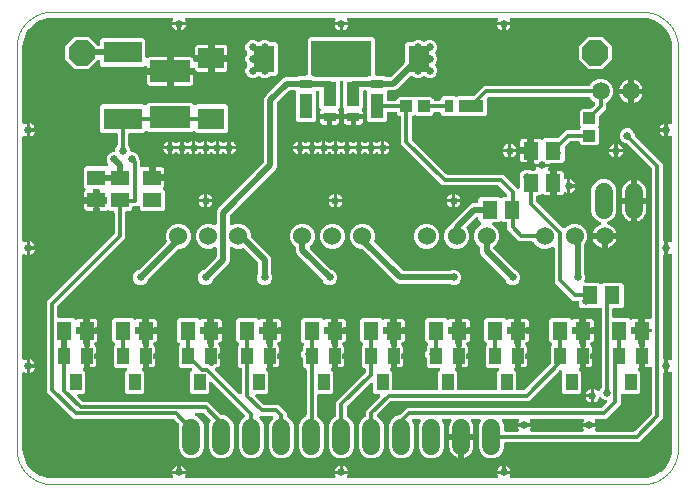
<source format=gbl>
G04 EAGLE Gerber RS-274X export*
G75*
%MOMM*%
%FSLAX35Y35*%
%LPD*%
%INcopper_bottom*%
%IPPOS*%
%AMOC8*
5,1,8,0,0,1.08239X$1,22.5*%
G01*
%ADD10C,0.000000*%
%ADD11R,1.300000X1.500000*%
%ADD12R,1.000000X1.000000*%
%ADD13R,1.100000X2.000000*%
%ADD14R,1.100000X0.800000*%
%ADD15C,1.524000*%
%ADD16R,3.200000X1.800000*%
%ADD17R,3.400000X1.900000*%
%ADD18R,2.200000X1.800000*%
%ADD19R,1.500000X1.300000*%
%ADD20C,1.500000*%
%ADD21R,2.000000X1.100000*%
%ADD22R,0.800000X1.100000*%
%ADD23R,1.000000X1.400000*%
%ADD24R,1.800000X2.200000*%
%ADD25P,2.336880X8X22.500000*%
%ADD26C,1.524000*%
%ADD27C,0.650000*%
%ADD28C,0.500000*%
%ADD29C,0.300000*%

G36*
X1312008Y50151D02*
X1312008Y50151D01*
X1313309Y50227D01*
X1313720Y50350D01*
X1314146Y50399D01*
X1315372Y50842D01*
X1316623Y51215D01*
X1316995Y51428D01*
X1317398Y51574D01*
X1318492Y52287D01*
X1319623Y52935D01*
X1319936Y53228D01*
X1320296Y53462D01*
X1321199Y54409D01*
X1322149Y55297D01*
X1322386Y55653D01*
X1322683Y55964D01*
X1323345Y57091D01*
X1324067Y58175D01*
X1324217Y58577D01*
X1324434Y58946D01*
X1324820Y60193D01*
X1325275Y61415D01*
X1325329Y61840D01*
X1325456Y62250D01*
X1325546Y63555D01*
X1325709Y64846D01*
X1325664Y65271D01*
X1325694Y65700D01*
X1325482Y66992D01*
X1325346Y68285D01*
X1325204Y68689D01*
X1325135Y69113D01*
X1324634Y70320D01*
X1324204Y71550D01*
X1323914Y72057D01*
X1323810Y72307D01*
X1323785Y72341D01*
X1319325Y83110D01*
X1318949Y84999D01*
X1374997Y84999D01*
X1374999Y84999D01*
X1375003Y84999D01*
X1431051Y84999D01*
X1430675Y83110D01*
X1425957Y71719D01*
X1425566Y71053D01*
X1425439Y70644D01*
X1425243Y70262D01*
X1424930Y68997D01*
X1424544Y67749D01*
X1424514Y67321D01*
X1424411Y66905D01*
X1424396Y65603D01*
X1424306Y64299D01*
X1424375Y63875D01*
X1424370Y63447D01*
X1424654Y62175D01*
X1424865Y60886D01*
X1425029Y60490D01*
X1425122Y60072D01*
X1425689Y58899D01*
X1426190Y57692D01*
X1426442Y57343D01*
X1426628Y56958D01*
X1427448Y55946D01*
X1428212Y54887D01*
X1428535Y54606D01*
X1428806Y54272D01*
X1429840Y53472D01*
X1430823Y52618D01*
X1431201Y52420D01*
X1431541Y52156D01*
X1432731Y51615D01*
X1433883Y51008D01*
X1434298Y50901D01*
X1434688Y50723D01*
X1435967Y50469D01*
X1437231Y50142D01*
X1437814Y50102D01*
X1438080Y50049D01*
X1438413Y50061D01*
X1439289Y50000D01*
X2685711Y50000D01*
X2687008Y50151D01*
X2688309Y50227D01*
X2688720Y50350D01*
X2689146Y50399D01*
X2690372Y50842D01*
X2691623Y51215D01*
X2691995Y51428D01*
X2692398Y51574D01*
X2693492Y52287D01*
X2694623Y52935D01*
X2694936Y53228D01*
X2695296Y53462D01*
X2696199Y54409D01*
X2697149Y55297D01*
X2697386Y55653D01*
X2697683Y55964D01*
X2698345Y57091D01*
X2699067Y58175D01*
X2699217Y58577D01*
X2699434Y58946D01*
X2699820Y60193D01*
X2700275Y61415D01*
X2700329Y61840D01*
X2700456Y62250D01*
X2700546Y63555D01*
X2700709Y64846D01*
X2700664Y65271D01*
X2700694Y65700D01*
X2700482Y66992D01*
X2700346Y68285D01*
X2700204Y68689D01*
X2700135Y69113D01*
X2699634Y70320D01*
X2699204Y71550D01*
X2698914Y72057D01*
X2698810Y72307D01*
X2698785Y72341D01*
X2694325Y83110D01*
X2693949Y84999D01*
X2749997Y84999D01*
X2749999Y84999D01*
X2750003Y84999D01*
X2806051Y84999D01*
X2805675Y83110D01*
X2800957Y71719D01*
X2800566Y71053D01*
X2800439Y70644D01*
X2800243Y70262D01*
X2799930Y68997D01*
X2799544Y67749D01*
X2799514Y67321D01*
X2799411Y66905D01*
X2799396Y65603D01*
X2799306Y64299D01*
X2799375Y63875D01*
X2799370Y63447D01*
X2799654Y62175D01*
X2799865Y60886D01*
X2800029Y60490D01*
X2800122Y60072D01*
X2800689Y58899D01*
X2801190Y57692D01*
X2801442Y57343D01*
X2801628Y56958D01*
X2802448Y55946D01*
X2803212Y54887D01*
X2803535Y54606D01*
X2803806Y54272D01*
X2804840Y53472D01*
X2805823Y52618D01*
X2806201Y52420D01*
X2806541Y52156D01*
X2807731Y51615D01*
X2808883Y51008D01*
X2809298Y50901D01*
X2809688Y50723D01*
X2810967Y50469D01*
X2812231Y50142D01*
X2812814Y50102D01*
X2813080Y50049D01*
X2813413Y50061D01*
X2814289Y50000D01*
X4060711Y50000D01*
X4062008Y50151D01*
X4063309Y50227D01*
X4063720Y50350D01*
X4064146Y50399D01*
X4065372Y50842D01*
X4066623Y51215D01*
X4066995Y51428D01*
X4067398Y51574D01*
X4068492Y52287D01*
X4069623Y52935D01*
X4069936Y53228D01*
X4070296Y53462D01*
X4071199Y54409D01*
X4072149Y55297D01*
X4072386Y55653D01*
X4072683Y55964D01*
X4073345Y57091D01*
X4074067Y58175D01*
X4074217Y58577D01*
X4074434Y58946D01*
X4074820Y60193D01*
X4075275Y61415D01*
X4075329Y61840D01*
X4075456Y62250D01*
X4075546Y63555D01*
X4075709Y64846D01*
X4075664Y65271D01*
X4075694Y65700D01*
X4075482Y66992D01*
X4075346Y68285D01*
X4075204Y68689D01*
X4075135Y69113D01*
X4074634Y70320D01*
X4074204Y71550D01*
X4073914Y72057D01*
X4073810Y72307D01*
X4073785Y72341D01*
X4069325Y83110D01*
X4068949Y84999D01*
X4124997Y84999D01*
X4124999Y84999D01*
X4125003Y84999D01*
X4181051Y84999D01*
X4180675Y83110D01*
X4175957Y71719D01*
X4175566Y71053D01*
X4175439Y70644D01*
X4175243Y70262D01*
X4174930Y68997D01*
X4174544Y67749D01*
X4174514Y67321D01*
X4174411Y66905D01*
X4174396Y65603D01*
X4174306Y64299D01*
X4174375Y63875D01*
X4174370Y63447D01*
X4174654Y62175D01*
X4174865Y60886D01*
X4175029Y60490D01*
X4175122Y60072D01*
X4175689Y58899D01*
X4176190Y57692D01*
X4176442Y57343D01*
X4176628Y56958D01*
X4177448Y55946D01*
X4178212Y54887D01*
X4178535Y54606D01*
X4178806Y54272D01*
X4179840Y53472D01*
X4180823Y52618D01*
X4181201Y52420D01*
X4181541Y52156D01*
X4182731Y51615D01*
X4183883Y51008D01*
X4184298Y50901D01*
X4184688Y50723D01*
X4185967Y50469D01*
X4187231Y50142D01*
X4187814Y50102D01*
X4188080Y50049D01*
X4188413Y50061D01*
X4189289Y50000D01*
X5300000Y50000D01*
X5300297Y50035D01*
X5300981Y50033D01*
X5331654Y52043D01*
X5332089Y52123D01*
X5332531Y52126D01*
X5334556Y52522D01*
X5393813Y68400D01*
X5394678Y68743D01*
X5395577Y68992D01*
X5396732Y69557D01*
X5397028Y69674D01*
X5397159Y69766D01*
X5397430Y69898D01*
X5450558Y100572D01*
X5451308Y101128D01*
X5452109Y101601D01*
X5453080Y102446D01*
X5453334Y102635D01*
X5453437Y102757D01*
X5453665Y102955D01*
X5497044Y146335D01*
X5497624Y147066D01*
X5498276Y147730D01*
X5498993Y148796D01*
X5499192Y149046D01*
X5499260Y149192D01*
X5499428Y149441D01*
X5530102Y202569D01*
X5530471Y203424D01*
X5530930Y204236D01*
X5531348Y205452D01*
X5531474Y205744D01*
X5531502Y205903D01*
X5531600Y206187D01*
X5547478Y265444D01*
X5547542Y265880D01*
X5547681Y266301D01*
X5547957Y268345D01*
X5549967Y299019D01*
X5549952Y299316D01*
X5549999Y300000D01*
X5549999Y935711D01*
X5549849Y937008D01*
X5549773Y938309D01*
X5549650Y938720D01*
X5549601Y939146D01*
X5549158Y940372D01*
X5548785Y941623D01*
X5548572Y941995D01*
X5548426Y942398D01*
X5547713Y943492D01*
X5547064Y944623D01*
X5546772Y944936D01*
X5546538Y945296D01*
X5545591Y946199D01*
X5544703Y947149D01*
X5544347Y947386D01*
X5544036Y947683D01*
X5542909Y948345D01*
X5541825Y949067D01*
X5541423Y949217D01*
X5541053Y949434D01*
X5539807Y949820D01*
X5538585Y950275D01*
X5538160Y950329D01*
X5537750Y950456D01*
X5536444Y950546D01*
X5535154Y950709D01*
X5534729Y950664D01*
X5534299Y950694D01*
X5533008Y950482D01*
X5531715Y950346D01*
X5531311Y950204D01*
X5530887Y950135D01*
X5529680Y949634D01*
X5528450Y949204D01*
X5527943Y948914D01*
X5527693Y948810D01*
X5527659Y948785D01*
X5516890Y944325D01*
X5515001Y943949D01*
X5515001Y999997D01*
X5515000Y999998D01*
X5515001Y1000003D01*
X5515001Y1056051D01*
X5516890Y1055675D01*
X5528280Y1050957D01*
X5528947Y1050566D01*
X5529356Y1050439D01*
X5529738Y1050243D01*
X5531003Y1049930D01*
X5532250Y1049544D01*
X5532679Y1049514D01*
X5533094Y1049411D01*
X5534396Y1049396D01*
X5535701Y1049306D01*
X5536125Y1049375D01*
X5536553Y1049370D01*
X5537824Y1049654D01*
X5539113Y1049865D01*
X5539509Y1050029D01*
X5539928Y1050122D01*
X5541101Y1050689D01*
X5542308Y1051190D01*
X5542656Y1051442D01*
X5543041Y1051628D01*
X5544053Y1052448D01*
X5545113Y1053212D01*
X5545394Y1053535D01*
X5545728Y1053806D01*
X5546528Y1054840D01*
X5547381Y1055823D01*
X5547580Y1056201D01*
X5547843Y1056541D01*
X5548385Y1057731D01*
X5548991Y1058883D01*
X5549099Y1059298D01*
X5549276Y1059688D01*
X5549530Y1060967D01*
X5549858Y1062231D01*
X5549898Y1062814D01*
X5549951Y1063080D01*
X5549939Y1063413D01*
X5549999Y1064289D01*
X5549999Y1935711D01*
X5549849Y1937008D01*
X5549773Y1938309D01*
X5549650Y1938720D01*
X5549601Y1939146D01*
X5549158Y1940372D01*
X5548785Y1941623D01*
X5548572Y1941995D01*
X5548426Y1942398D01*
X5547713Y1943492D01*
X5547064Y1944623D01*
X5546772Y1944936D01*
X5546538Y1945296D01*
X5545591Y1946199D01*
X5544703Y1947149D01*
X5544347Y1947386D01*
X5544036Y1947683D01*
X5542909Y1948345D01*
X5541825Y1949067D01*
X5541423Y1949217D01*
X5541053Y1949434D01*
X5539807Y1949820D01*
X5538585Y1950275D01*
X5538160Y1950329D01*
X5537750Y1950456D01*
X5536444Y1950546D01*
X5535154Y1950709D01*
X5534729Y1950664D01*
X5534299Y1950694D01*
X5533008Y1950482D01*
X5531715Y1950346D01*
X5531311Y1950204D01*
X5530887Y1950135D01*
X5529680Y1949634D01*
X5528450Y1949204D01*
X5527943Y1948914D01*
X5527693Y1948810D01*
X5527659Y1948785D01*
X5516890Y1944325D01*
X5515001Y1943949D01*
X5515001Y1999997D01*
X5515000Y1999998D01*
X5515001Y2000003D01*
X5515001Y2056051D01*
X5516890Y2055675D01*
X5528280Y2050957D01*
X5528947Y2050566D01*
X5529356Y2050439D01*
X5529738Y2050243D01*
X5531003Y2049930D01*
X5532250Y2049544D01*
X5532679Y2049514D01*
X5533094Y2049411D01*
X5534396Y2049396D01*
X5535701Y2049306D01*
X5536125Y2049375D01*
X5536553Y2049370D01*
X5537824Y2049654D01*
X5539113Y2049865D01*
X5539509Y2050029D01*
X5539928Y2050122D01*
X5541101Y2050689D01*
X5542308Y2051190D01*
X5542656Y2051442D01*
X5543041Y2051628D01*
X5544053Y2052448D01*
X5545113Y2053212D01*
X5545394Y2053535D01*
X5545728Y2053806D01*
X5546528Y2054840D01*
X5547381Y2055823D01*
X5547580Y2056201D01*
X5547843Y2056541D01*
X5548385Y2057731D01*
X5548991Y2058883D01*
X5549099Y2059298D01*
X5549276Y2059688D01*
X5549530Y2060967D01*
X5549858Y2062231D01*
X5549898Y2062814D01*
X5549951Y2063080D01*
X5549939Y2063413D01*
X5549999Y2064289D01*
X5549999Y2935711D01*
X5549849Y2937008D01*
X5549773Y2938309D01*
X5549650Y2938720D01*
X5549601Y2939146D01*
X5549158Y2940372D01*
X5548785Y2941623D01*
X5548572Y2941995D01*
X5548426Y2942398D01*
X5547713Y2943492D01*
X5547064Y2944623D01*
X5546772Y2944936D01*
X5546538Y2945296D01*
X5545591Y2946199D01*
X5544703Y2947149D01*
X5544347Y2947386D01*
X5544036Y2947683D01*
X5542909Y2948345D01*
X5541825Y2949067D01*
X5541423Y2949217D01*
X5541053Y2949434D01*
X5539807Y2949820D01*
X5538585Y2950275D01*
X5538160Y2950329D01*
X5537750Y2950456D01*
X5536444Y2950546D01*
X5535154Y2950709D01*
X5534729Y2950664D01*
X5534299Y2950694D01*
X5533008Y2950482D01*
X5531715Y2950346D01*
X5531311Y2950204D01*
X5530887Y2950135D01*
X5529680Y2949634D01*
X5528450Y2949204D01*
X5527943Y2948914D01*
X5527693Y2948810D01*
X5527659Y2948785D01*
X5516890Y2944325D01*
X5515001Y2943949D01*
X5515001Y2999997D01*
X5515000Y2999998D01*
X5515001Y3000003D01*
X5515001Y3056051D01*
X5516890Y3055675D01*
X5528280Y3050957D01*
X5528947Y3050566D01*
X5529356Y3050439D01*
X5529738Y3050243D01*
X5531003Y3049930D01*
X5532250Y3049544D01*
X5532679Y3049514D01*
X5533094Y3049411D01*
X5534396Y3049396D01*
X5535701Y3049306D01*
X5536125Y3049375D01*
X5536553Y3049370D01*
X5537824Y3049654D01*
X5539113Y3049865D01*
X5539509Y3050029D01*
X5539928Y3050122D01*
X5541101Y3050689D01*
X5542308Y3051190D01*
X5542656Y3051442D01*
X5543041Y3051628D01*
X5544053Y3052448D01*
X5545113Y3053212D01*
X5545394Y3053535D01*
X5545728Y3053806D01*
X5546528Y3054840D01*
X5547381Y3055823D01*
X5547580Y3056201D01*
X5547843Y3056541D01*
X5548385Y3057731D01*
X5548991Y3058883D01*
X5549099Y3059298D01*
X5549276Y3059688D01*
X5549530Y3060967D01*
X5549858Y3062231D01*
X5549898Y3062814D01*
X5549951Y3063080D01*
X5549939Y3063413D01*
X5549999Y3064289D01*
X5549999Y3700000D01*
X5549965Y3700297D01*
X5549967Y3700981D01*
X5547957Y3731654D01*
X5547877Y3732089D01*
X5547873Y3732531D01*
X5547478Y3734556D01*
X5531600Y3793813D01*
X5531257Y3794678D01*
X5531008Y3795577D01*
X5530443Y3796733D01*
X5530326Y3797028D01*
X5530234Y3797159D01*
X5530102Y3797430D01*
X5499428Y3850558D01*
X5498871Y3851308D01*
X5498399Y3852109D01*
X5497554Y3853080D01*
X5497365Y3853334D01*
X5497243Y3853437D01*
X5497044Y3853665D01*
X5453665Y3897044D01*
X5452933Y3897624D01*
X5452270Y3898276D01*
X5451204Y3898993D01*
X5450954Y3899192D01*
X5450808Y3899260D01*
X5450558Y3899428D01*
X5397430Y3930102D01*
X5396685Y3930424D01*
X5395984Y3930835D01*
X5395869Y3930871D01*
X5395763Y3930931D01*
X5394545Y3931349D01*
X5394256Y3931474D01*
X5394099Y3931502D01*
X5393813Y3931600D01*
X5334556Y3947478D01*
X5334120Y3947542D01*
X5333699Y3947681D01*
X5331655Y3947957D01*
X5300982Y3949967D01*
X5300685Y3949952D01*
X5300001Y3949999D01*
X4189289Y3949999D01*
X4187997Y3949849D01*
X4186698Y3949774D01*
X4186283Y3949651D01*
X4185854Y3949601D01*
X4184629Y3949158D01*
X4183383Y3948788D01*
X4183009Y3948573D01*
X4182602Y3948426D01*
X4181509Y3947714D01*
X4180383Y3947068D01*
X4180068Y3946774D01*
X4179704Y3946538D01*
X4178804Y3945594D01*
X4177855Y3944708D01*
X4177616Y3944349D01*
X4177317Y3944036D01*
X4176658Y3942913D01*
X4175936Y3941831D01*
X4175785Y3941426D01*
X4175566Y3941053D01*
X4175182Y3939811D01*
X4174726Y3938591D01*
X4174672Y3938163D01*
X4174544Y3937750D01*
X4174454Y3936449D01*
X4174291Y3935161D01*
X4174336Y3934732D01*
X4174306Y3934299D01*
X4174517Y3933012D01*
X4174653Y3931721D01*
X4174795Y3931314D01*
X4174865Y3930887D01*
X4175364Y3929685D01*
X4175793Y3928456D01*
X4176086Y3927945D01*
X4176190Y3927693D01*
X4176214Y3927660D01*
X4180675Y3916890D01*
X4181051Y3915001D01*
X4125003Y3915001D01*
X4125001Y3915000D01*
X4124997Y3915001D01*
X4068949Y3915001D01*
X4069325Y3916890D01*
X4074043Y3928282D01*
X4074434Y3928947D01*
X4074561Y3929358D01*
X4074759Y3929744D01*
X4075071Y3931008D01*
X4075456Y3932250D01*
X4075485Y3932682D01*
X4075589Y3933101D01*
X4075604Y3934401D01*
X4075693Y3935701D01*
X4075623Y3936128D01*
X4075628Y3936559D01*
X4075345Y3937828D01*
X4075135Y3939113D01*
X4074969Y3939513D01*
X4074875Y3939934D01*
X4074310Y3941102D01*
X4073809Y3942308D01*
X4073556Y3942659D01*
X4073368Y3943047D01*
X4072550Y3944056D01*
X4071788Y3945113D01*
X4071461Y3945397D01*
X4071189Y3945732D01*
X4070158Y3946528D01*
X4069177Y3947381D01*
X4068795Y3947582D01*
X4068453Y3947847D01*
X4067266Y3948386D01*
X4066116Y3948991D01*
X4065698Y3949099D01*
X4065304Y3949278D01*
X4064028Y3949532D01*
X4062768Y3949858D01*
X4062181Y3949898D01*
X4061912Y3949951D01*
X4061579Y3949939D01*
X4060710Y3949999D01*
X2814289Y3949999D01*
X2812992Y3949849D01*
X2811691Y3949773D01*
X2811280Y3949650D01*
X2810854Y3949601D01*
X2809628Y3949158D01*
X2808377Y3948785D01*
X2808004Y3948572D01*
X2807601Y3948426D01*
X2806508Y3947713D01*
X2805377Y3947064D01*
X2805064Y3946772D01*
X2804704Y3946538D01*
X2803801Y3945591D01*
X2802851Y3944703D01*
X2802613Y3944347D01*
X2802317Y3944036D01*
X2801655Y3942909D01*
X2800933Y3941825D01*
X2800783Y3941423D01*
X2800566Y3941053D01*
X2800180Y3939807D01*
X2799724Y3938585D01*
X2799671Y3938160D01*
X2799544Y3937750D01*
X2799454Y3936444D01*
X2799291Y3935154D01*
X2799336Y3934729D01*
X2799306Y3934299D01*
X2799518Y3933008D01*
X2799654Y3931715D01*
X2799795Y3931311D01*
X2799865Y3930887D01*
X2800365Y3929680D01*
X2800795Y3928450D01*
X2801086Y3927943D01*
X2801190Y3927693D01*
X2801214Y3927659D01*
X2805675Y3916890D01*
X2806051Y3915001D01*
X2750003Y3915001D01*
X2750001Y3915000D01*
X2749997Y3915001D01*
X2693949Y3915001D01*
X2694325Y3916890D01*
X2699043Y3928280D01*
X2699434Y3928947D01*
X2699561Y3929356D01*
X2699757Y3929738D01*
X2700070Y3931003D01*
X2700456Y3932250D01*
X2700486Y3932679D01*
X2700588Y3933094D01*
X2700604Y3934396D01*
X2700694Y3935701D01*
X2700624Y3936125D01*
X2700629Y3936553D01*
X2700346Y3937824D01*
X2700135Y3939113D01*
X2699971Y3939509D01*
X2699878Y3939928D01*
X2699310Y3941101D01*
X2698810Y3942308D01*
X2698558Y3942656D01*
X2698372Y3943041D01*
X2697552Y3944053D01*
X2696788Y3945113D01*
X2696464Y3945394D01*
X2696194Y3945728D01*
X2695160Y3946528D01*
X2694177Y3947381D01*
X2693799Y3947580D01*
X2693459Y3947843D01*
X2692269Y3948385D01*
X2691117Y3948991D01*
X2690701Y3949099D01*
X2690311Y3949276D01*
X2689033Y3949530D01*
X2687769Y3949858D01*
X2687186Y3949898D01*
X2686919Y3949951D01*
X2686586Y3949939D01*
X2685711Y3949999D01*
X1439289Y3949999D01*
X1437992Y3949849D01*
X1436691Y3949773D01*
X1436280Y3949650D01*
X1435854Y3949601D01*
X1434628Y3949158D01*
X1433377Y3948785D01*
X1433004Y3948572D01*
X1432601Y3948426D01*
X1431508Y3947713D01*
X1430377Y3947064D01*
X1430064Y3946772D01*
X1429704Y3946538D01*
X1428801Y3945591D01*
X1427851Y3944703D01*
X1427613Y3944347D01*
X1427317Y3944036D01*
X1426655Y3942909D01*
X1425933Y3941825D01*
X1425783Y3941423D01*
X1425566Y3941053D01*
X1425180Y3939807D01*
X1424724Y3938585D01*
X1424671Y3938160D01*
X1424544Y3937750D01*
X1424454Y3936444D01*
X1424291Y3935154D01*
X1424336Y3934729D01*
X1424306Y3934299D01*
X1424518Y3933008D01*
X1424654Y3931715D01*
X1424795Y3931311D01*
X1424865Y3930887D01*
X1425365Y3929680D01*
X1425795Y3928450D01*
X1426086Y3927943D01*
X1426190Y3927693D01*
X1426214Y3927659D01*
X1430675Y3916890D01*
X1431051Y3915001D01*
X1375003Y3915001D01*
X1375001Y3915000D01*
X1374997Y3915001D01*
X1318949Y3915001D01*
X1319325Y3916890D01*
X1324043Y3928280D01*
X1324434Y3928947D01*
X1324561Y3929356D01*
X1324757Y3929738D01*
X1325070Y3931003D01*
X1325456Y3932250D01*
X1325486Y3932679D01*
X1325588Y3933094D01*
X1325604Y3934396D01*
X1325694Y3935701D01*
X1325624Y3936125D01*
X1325629Y3936553D01*
X1325346Y3937824D01*
X1325135Y3939113D01*
X1324971Y3939509D01*
X1324878Y3939928D01*
X1324310Y3941101D01*
X1323810Y3942308D01*
X1323558Y3942656D01*
X1323372Y3943041D01*
X1322552Y3944053D01*
X1321788Y3945113D01*
X1321464Y3945394D01*
X1321194Y3945728D01*
X1320160Y3946528D01*
X1319177Y3947381D01*
X1318799Y3947580D01*
X1318459Y3947843D01*
X1317269Y3948385D01*
X1316117Y3948991D01*
X1315701Y3949099D01*
X1315311Y3949276D01*
X1314033Y3949530D01*
X1312769Y3949858D01*
X1312186Y3949898D01*
X1311919Y3949951D01*
X1311586Y3949939D01*
X1310711Y3949999D01*
X299999Y3949999D01*
X299702Y3949965D01*
X299018Y3949967D01*
X268345Y3947957D01*
X267910Y3947877D01*
X267469Y3947873D01*
X265444Y3947478D01*
X206187Y3931600D01*
X205321Y3931257D01*
X204423Y3931008D01*
X203267Y3930443D01*
X202972Y3930326D01*
X202841Y3930234D01*
X202570Y3930102D01*
X149441Y3899428D01*
X148692Y3898871D01*
X147890Y3898399D01*
X146920Y3897554D01*
X146666Y3897365D01*
X146563Y3897243D01*
X146335Y3897044D01*
X102955Y3853665D01*
X102376Y3852933D01*
X101723Y3852270D01*
X101006Y3851204D01*
X100808Y3850954D01*
X100740Y3850808D01*
X100572Y3850558D01*
X69898Y3797430D01*
X69528Y3796575D01*
X69069Y3795764D01*
X68652Y3794548D01*
X68526Y3794256D01*
X68498Y3794097D01*
X68400Y3793813D01*
X52522Y3734556D01*
X52458Y3734120D01*
X52319Y3733699D01*
X52043Y3731654D01*
X50033Y3700981D01*
X50048Y3700683D01*
X50000Y3700000D01*
X50000Y3064289D01*
X50151Y3062992D01*
X50227Y3061691D01*
X50350Y3061280D01*
X50399Y3060854D01*
X50842Y3059628D01*
X51215Y3058377D01*
X51428Y3058004D01*
X51574Y3057601D01*
X52287Y3056508D01*
X52935Y3055377D01*
X53228Y3055064D01*
X53462Y3054704D01*
X54409Y3053801D01*
X55297Y3052851D01*
X55653Y3052613D01*
X55964Y3052317D01*
X57091Y3051655D01*
X58175Y3050933D01*
X58577Y3050783D01*
X58946Y3050566D01*
X60193Y3050180D01*
X61415Y3049724D01*
X61840Y3049671D01*
X62250Y3049544D01*
X63555Y3049454D01*
X64846Y3049291D01*
X65271Y3049336D01*
X65700Y3049306D01*
X66992Y3049518D01*
X68285Y3049654D01*
X68689Y3049795D01*
X69113Y3049865D01*
X70320Y3050365D01*
X71550Y3050795D01*
X72057Y3051086D01*
X72307Y3051190D01*
X72341Y3051214D01*
X83110Y3055675D01*
X84999Y3056051D01*
X84999Y3000003D01*
X84999Y3000001D01*
X84999Y2999997D01*
X84999Y2943949D01*
X83110Y2944325D01*
X71719Y2949043D01*
X71053Y2949434D01*
X70644Y2949561D01*
X70262Y2949757D01*
X68997Y2950070D01*
X67749Y2950456D01*
X67321Y2950486D01*
X66905Y2950588D01*
X65603Y2950604D01*
X64299Y2950694D01*
X63875Y2950624D01*
X63447Y2950629D01*
X62175Y2950346D01*
X60886Y2950135D01*
X60490Y2949971D01*
X60072Y2949878D01*
X58899Y2949310D01*
X57692Y2948810D01*
X57343Y2948558D01*
X56958Y2948372D01*
X55946Y2947552D01*
X54887Y2946788D01*
X54606Y2946464D01*
X54272Y2946194D01*
X53472Y2945160D01*
X52618Y2944177D01*
X52420Y2943799D01*
X52156Y2943459D01*
X51615Y2942269D01*
X51008Y2941117D01*
X50901Y2940701D01*
X50723Y2940311D01*
X50469Y2939033D01*
X50142Y2937769D01*
X50102Y2937186D01*
X50049Y2936919D01*
X50061Y2936586D01*
X50000Y2935711D01*
X50000Y2064289D01*
X50151Y2062992D01*
X50227Y2061691D01*
X50350Y2061280D01*
X50399Y2060854D01*
X50842Y2059628D01*
X51215Y2058377D01*
X51428Y2058004D01*
X51574Y2057601D01*
X52287Y2056508D01*
X52935Y2055377D01*
X53228Y2055064D01*
X53462Y2054704D01*
X54409Y2053801D01*
X55297Y2052851D01*
X55653Y2052613D01*
X55964Y2052317D01*
X57091Y2051655D01*
X58175Y2050933D01*
X58577Y2050783D01*
X58946Y2050566D01*
X60193Y2050180D01*
X61415Y2049724D01*
X61840Y2049671D01*
X62250Y2049544D01*
X63555Y2049454D01*
X64846Y2049291D01*
X65271Y2049336D01*
X65700Y2049306D01*
X66992Y2049518D01*
X68285Y2049654D01*
X68689Y2049795D01*
X69113Y2049865D01*
X70320Y2050365D01*
X71550Y2050795D01*
X72057Y2051086D01*
X72307Y2051190D01*
X72341Y2051214D01*
X83110Y2055675D01*
X84999Y2056051D01*
X84999Y2000003D01*
X84999Y2000001D01*
X84999Y1999997D01*
X84999Y1943949D01*
X83110Y1944325D01*
X71719Y1949043D01*
X71053Y1949434D01*
X70644Y1949561D01*
X70262Y1949757D01*
X68997Y1950070D01*
X67749Y1950456D01*
X67321Y1950486D01*
X66905Y1950588D01*
X65603Y1950604D01*
X64299Y1950694D01*
X63875Y1950624D01*
X63447Y1950629D01*
X62175Y1950346D01*
X60886Y1950135D01*
X60490Y1949971D01*
X60072Y1949878D01*
X58899Y1949310D01*
X57692Y1948810D01*
X57343Y1948558D01*
X56958Y1948372D01*
X55946Y1947552D01*
X54887Y1946788D01*
X54606Y1946464D01*
X54272Y1946194D01*
X53472Y1945160D01*
X52618Y1944177D01*
X52420Y1943799D01*
X52156Y1943459D01*
X51615Y1942269D01*
X51008Y1941117D01*
X50901Y1940701D01*
X50723Y1940311D01*
X50469Y1939033D01*
X50142Y1937769D01*
X50102Y1937186D01*
X50049Y1936919D01*
X50061Y1936586D01*
X50000Y1935711D01*
X50000Y1064289D01*
X50151Y1062992D01*
X50227Y1061691D01*
X50350Y1061280D01*
X50399Y1060854D01*
X50842Y1059628D01*
X51215Y1058377D01*
X51428Y1058004D01*
X51574Y1057601D01*
X52287Y1056508D01*
X52935Y1055377D01*
X53228Y1055064D01*
X53462Y1054704D01*
X54409Y1053801D01*
X55297Y1052851D01*
X55653Y1052613D01*
X55964Y1052317D01*
X57091Y1051655D01*
X58175Y1050933D01*
X58577Y1050783D01*
X58946Y1050566D01*
X60193Y1050180D01*
X61415Y1049724D01*
X61840Y1049671D01*
X62250Y1049544D01*
X63555Y1049454D01*
X64846Y1049291D01*
X65271Y1049336D01*
X65700Y1049306D01*
X66992Y1049518D01*
X68285Y1049654D01*
X68689Y1049795D01*
X69113Y1049865D01*
X70320Y1050365D01*
X71550Y1050795D01*
X72057Y1051086D01*
X72307Y1051190D01*
X72341Y1051214D01*
X83110Y1055675D01*
X84999Y1056051D01*
X84999Y1000003D01*
X84999Y1000001D01*
X84999Y999997D01*
X84999Y943949D01*
X83110Y944325D01*
X71719Y949043D01*
X71053Y949434D01*
X70644Y949561D01*
X70262Y949757D01*
X68997Y950070D01*
X67749Y950456D01*
X67321Y950486D01*
X66905Y950588D01*
X65603Y950604D01*
X64299Y950694D01*
X63875Y950624D01*
X63447Y950629D01*
X62175Y950346D01*
X60886Y950135D01*
X60490Y949971D01*
X60072Y949878D01*
X58899Y949310D01*
X57692Y948810D01*
X57343Y948558D01*
X56958Y948372D01*
X55946Y947552D01*
X54887Y946788D01*
X54606Y946464D01*
X54272Y946194D01*
X53470Y945157D01*
X52618Y944177D01*
X52420Y943799D01*
X52156Y943459D01*
X51615Y942269D01*
X51008Y941117D01*
X50901Y940701D01*
X50723Y940311D01*
X50469Y939033D01*
X50142Y937769D01*
X50102Y937186D01*
X50049Y936919D01*
X50061Y936586D01*
X50000Y935711D01*
X50000Y299999D01*
X50035Y299703D01*
X50033Y299018D01*
X52043Y268345D01*
X52123Y267910D01*
X52126Y267469D01*
X52522Y265444D01*
X68400Y206187D01*
X68743Y205321D01*
X68992Y204423D01*
X69557Y203267D01*
X69674Y202972D01*
X69766Y202841D01*
X69898Y202570D01*
X100572Y149441D01*
X101128Y148692D01*
X101601Y147890D01*
X102446Y146920D01*
X102635Y146666D01*
X102757Y146563D01*
X102955Y146335D01*
X146335Y102955D01*
X147067Y102376D01*
X147730Y101723D01*
X148796Y101006D01*
X149046Y100808D01*
X149192Y100740D01*
X149441Y100572D01*
X202570Y69898D01*
X203425Y69528D01*
X204236Y69069D01*
X205452Y68652D01*
X205744Y68526D01*
X205903Y68498D01*
X206187Y68400D01*
X265444Y52522D01*
X265880Y52458D01*
X266301Y52319D01*
X268345Y52043D01*
X299019Y50033D01*
X299316Y50048D01*
X300000Y50000D01*
X1310711Y50000D01*
X1312008Y50151D01*
G37*
%LPC*%
G36*
X3236875Y217599D02*
X3236875Y217599D01*
X3197843Y233767D01*
X3167967Y263643D01*
X3151799Y302675D01*
X3151799Y497325D01*
X3167967Y536357D01*
X3197843Y566233D01*
X3236875Y582400D01*
X3237547Y582400D01*
X3238927Y582560D01*
X3240315Y582658D01*
X3240643Y582760D01*
X3240982Y582799D01*
X3242289Y583271D01*
X3243618Y583684D01*
X3243912Y583857D01*
X3244235Y583974D01*
X3245403Y584735D01*
X3246598Y585439D01*
X3246941Y585738D01*
X3247132Y585862D01*
X3247368Y586110D01*
X3248153Y586793D01*
X3306360Y645000D01*
X4950269Y645000D01*
X4951649Y645160D01*
X4953038Y645258D01*
X4953365Y645360D01*
X4953705Y645399D01*
X4955012Y645871D01*
X4956340Y646284D01*
X4956635Y646457D01*
X4956957Y646574D01*
X4958123Y647333D01*
X4959320Y648038D01*
X4959664Y648338D01*
X4959854Y648462D01*
X4960090Y648709D01*
X4960876Y649393D01*
X4998376Y686894D01*
X4999023Y687710D01*
X4999743Y688464D01*
X5000093Y689062D01*
X5000523Y689605D01*
X5000966Y690548D01*
X5001493Y691447D01*
X5001698Y692108D01*
X5001993Y692735D01*
X5002207Y693754D01*
X5002515Y694750D01*
X5002563Y695441D01*
X5002706Y696119D01*
X5002681Y697159D01*
X5002753Y698201D01*
X5002641Y698885D01*
X5002625Y699577D01*
X5002363Y700584D01*
X5002194Y701613D01*
X5001928Y702254D01*
X5001754Y702923D01*
X5001269Y703843D01*
X5000869Y704808D01*
X5000463Y705371D01*
X5000141Y705982D01*
X4999456Y706768D01*
X4998847Y707613D01*
X4998325Y708067D01*
X4997869Y708590D01*
X4997022Y709199D01*
X4996237Y709881D01*
X4995624Y710203D01*
X4995061Y710608D01*
X4994098Y711007D01*
X4993176Y711491D01*
X4992505Y711665D01*
X4991865Y711929D01*
X4990838Y712096D01*
X4989828Y712358D01*
X4988787Y712429D01*
X4988452Y712484D01*
X4988226Y712468D01*
X4987770Y712499D01*
X4987568Y712499D01*
X4964596Y722014D01*
X4953234Y733377D01*
X4952013Y734344D01*
X4950810Y735342D01*
X4950657Y735418D01*
X4950523Y735524D01*
X4949113Y736186D01*
X4947714Y736882D01*
X4947547Y736921D01*
X4947392Y736994D01*
X4945871Y737314D01*
X4944347Y737672D01*
X4944175Y737672D01*
X4944008Y737707D01*
X4942449Y737671D01*
X4940889Y737669D01*
X4940723Y737630D01*
X4940551Y737626D01*
X4939033Y737232D01*
X4937523Y736875D01*
X4937371Y736799D01*
X4937204Y736756D01*
X4935820Y736026D01*
X4934428Y735332D01*
X4934297Y735222D01*
X4934145Y735142D01*
X4932965Y734114D01*
X4931770Y733120D01*
X4931667Y732983D01*
X4931538Y732871D01*
X4930624Y731600D01*
X4929688Y730358D01*
X4929591Y730162D01*
X4929519Y730063D01*
X4929411Y729800D01*
X4928770Y728511D01*
X4926310Y722573D01*
X4919975Y713091D01*
X4911909Y705025D01*
X4902426Y698689D01*
X4891890Y694325D01*
X4890001Y693949D01*
X4890001Y749997D01*
X4890000Y749998D01*
X4890001Y750003D01*
X4890001Y806051D01*
X4891890Y805675D01*
X4902426Y801311D01*
X4911909Y794975D01*
X4916340Y790543D01*
X4917563Y789574D01*
X4918763Y788579D01*
X4918917Y788503D01*
X4919051Y788396D01*
X4920463Y787733D01*
X4921860Y787039D01*
X4922026Y787000D01*
X4922181Y786927D01*
X4923712Y786604D01*
X4925227Y786249D01*
X4925397Y786249D01*
X4925565Y786214D01*
X4927131Y786250D01*
X4928685Y786251D01*
X4928851Y786290D01*
X4929023Y786294D01*
X4930538Y786688D01*
X4932051Y787045D01*
X4932203Y787122D01*
X4932369Y787165D01*
X4933751Y787894D01*
X4935145Y788589D01*
X4935277Y788698D01*
X4935428Y788778D01*
X4936607Y789805D01*
X4937804Y790801D01*
X4937907Y790937D01*
X4938036Y791050D01*
X4938947Y792318D01*
X4939885Y793563D01*
X4939983Y793760D01*
X4940054Y793858D01*
X4940162Y794118D01*
X4940804Y795409D01*
X4947014Y810403D01*
X4950606Y813995D01*
X4951473Y815089D01*
X4952381Y816135D01*
X4952540Y816437D01*
X4952753Y816706D01*
X4953346Y817968D01*
X4953991Y819195D01*
X4954077Y819526D01*
X4954223Y819837D01*
X4954509Y821197D01*
X4954858Y822543D01*
X4954889Y822999D01*
X4954936Y823221D01*
X4954928Y823561D01*
X4954999Y824601D01*
X4954999Y1481361D01*
X4954879Y1482396D01*
X4954855Y1483439D01*
X4954680Y1484109D01*
X4954601Y1484796D01*
X4954246Y1485777D01*
X4953984Y1486786D01*
X4953661Y1487398D01*
X4953426Y1488049D01*
X4952856Y1488923D01*
X4952370Y1489845D01*
X4951916Y1490366D01*
X4951538Y1490946D01*
X4950782Y1491667D01*
X4950098Y1492452D01*
X4949537Y1492855D01*
X4949036Y1493333D01*
X4948136Y1493861D01*
X4947289Y1494470D01*
X4946649Y1494735D01*
X4946053Y1495084D01*
X4945058Y1495392D01*
X4944093Y1495791D01*
X4943411Y1495902D01*
X4942750Y1496106D01*
X4941709Y1496178D01*
X4940680Y1496345D01*
X4939990Y1496297D01*
X4939299Y1496344D01*
X4938271Y1496176D01*
X4937230Y1496103D01*
X4936569Y1495897D01*
X4935887Y1495785D01*
X4934923Y1495386D01*
X4933928Y1495076D01*
X4933797Y1494999D01*
X4858522Y1494999D01*
X4858342Y1494978D01*
X4858162Y1494995D01*
X4856626Y1494779D01*
X4855086Y1494601D01*
X4854916Y1494539D01*
X4854737Y1494514D01*
X4852781Y1493858D01*
X4837432Y1487499D01*
X4812568Y1487499D01*
X4797218Y1493858D01*
X4797044Y1493907D01*
X4796884Y1493991D01*
X4795383Y1494380D01*
X4793892Y1494804D01*
X4793712Y1494812D01*
X4793536Y1494858D01*
X4791478Y1494999D01*
X4777573Y1494999D01*
X4759999Y1512573D01*
X4759999Y1540000D01*
X4759959Y1540349D01*
X4759983Y1540701D01*
X4759759Y1542066D01*
X4759601Y1543435D01*
X4759481Y1543766D01*
X4759424Y1544113D01*
X4758894Y1545391D01*
X4758426Y1546688D01*
X4758234Y1546982D01*
X4758099Y1547308D01*
X4757293Y1548427D01*
X4756538Y1549585D01*
X4756282Y1549829D01*
X4756077Y1550113D01*
X4755038Y1551016D01*
X4754036Y1551973D01*
X4753732Y1552151D01*
X4753467Y1552381D01*
X4752245Y1553024D01*
X4751053Y1553723D01*
X4750718Y1553827D01*
X4750406Y1553991D01*
X4749070Y1554337D01*
X4747750Y1554745D01*
X4747398Y1554770D01*
X4747058Y1554858D01*
X4745000Y1554999D01*
X4706360Y1554999D01*
X4554999Y1706360D01*
X4554999Y1997598D01*
X4554879Y1998636D01*
X4554854Y1999681D01*
X4554680Y2000349D01*
X4554601Y2001033D01*
X4554246Y2002014D01*
X4553982Y2003028D01*
X4553660Y2003638D01*
X4553426Y2004286D01*
X4552855Y2005161D01*
X4552367Y2006086D01*
X4551914Y2006605D01*
X4551538Y2007183D01*
X4550781Y2007905D01*
X4550094Y2008692D01*
X4549535Y2009094D01*
X4549036Y2009570D01*
X4548133Y2010100D01*
X4547285Y2010709D01*
X4546648Y2010972D01*
X4546053Y2011321D01*
X4545054Y2011630D01*
X4544089Y2012029D01*
X4543409Y2012139D01*
X4542750Y2012343D01*
X4541704Y2012415D01*
X4540675Y2012582D01*
X4539988Y2012533D01*
X4539299Y2012581D01*
X4538267Y2012412D01*
X4537225Y2012338D01*
X4536567Y2012133D01*
X4535887Y2012022D01*
X4534920Y2011621D01*
X4533923Y2011311D01*
X4533331Y2010962D01*
X4532693Y2010697D01*
X4532386Y2010476D01*
X4492125Y1993799D01*
X4449875Y1993799D01*
X4410843Y2009967D01*
X4380968Y2039842D01*
X4378525Y2045740D01*
X4378100Y2046502D01*
X4377766Y2047308D01*
X4377261Y2048008D01*
X4376842Y2048761D01*
X4376254Y2049405D01*
X4375744Y2050113D01*
X4375093Y2050678D01*
X4374512Y2051317D01*
X4373791Y2051810D01*
X4373133Y2052381D01*
X4372370Y2052783D01*
X4371658Y2053270D01*
X4370845Y2053585D01*
X4370073Y2053991D01*
X4369237Y2054208D01*
X4368433Y2054519D01*
X4367569Y2054639D01*
X4366725Y2054858D01*
X4365289Y2054957D01*
X4365008Y2054996D01*
X4364886Y2054984D01*
X4364667Y2054999D01*
X4256360Y2054999D01*
X4225608Y2085751D01*
X4225606Y2085753D01*
X4185753Y2125606D01*
X4185752Y2125608D01*
X4154999Y2156360D01*
X4154999Y2205000D01*
X4154959Y2205349D01*
X4154983Y2205701D01*
X4154759Y2207066D01*
X4154601Y2208435D01*
X4154481Y2208766D01*
X4154424Y2209113D01*
X4153894Y2210391D01*
X4153426Y2211688D01*
X4153234Y2211982D01*
X4153099Y2212308D01*
X4152293Y2213427D01*
X4151538Y2214585D01*
X4151282Y2214829D01*
X4151077Y2215113D01*
X4150038Y2216016D01*
X4149036Y2216973D01*
X4148732Y2217151D01*
X4148467Y2217381D01*
X4147245Y2218024D01*
X4146053Y2218723D01*
X4145718Y2218827D01*
X4145406Y2218991D01*
X4144070Y2219337D01*
X4142750Y2219745D01*
X4142398Y2219770D01*
X4142058Y2219858D01*
X4140000Y2219999D01*
X4117573Y2219999D01*
X4110606Y2226967D01*
X4110329Y2227186D01*
X4110099Y2227451D01*
X4108981Y2228254D01*
X4107895Y2229114D01*
X4107576Y2229264D01*
X4107291Y2229469D01*
X4106015Y2229996D01*
X4104764Y2230583D01*
X4104421Y2230656D01*
X4104095Y2230790D01*
X4102730Y2231012D01*
X4101380Y2231296D01*
X4101028Y2231288D01*
X4100681Y2231344D01*
X4099307Y2231248D01*
X4097923Y2231216D01*
X4097582Y2231127D01*
X4097231Y2231102D01*
X4095912Y2230693D01*
X4094576Y2230345D01*
X4094266Y2230181D01*
X4093929Y2230077D01*
X4092736Y2229374D01*
X4091518Y2228731D01*
X4091253Y2228500D01*
X4090949Y2228322D01*
X4089393Y2226967D01*
X4082427Y2219999D01*
X4042217Y2219999D01*
X4041698Y2219939D01*
X4041175Y2219963D01*
X4039985Y2219740D01*
X4038782Y2219601D01*
X4038290Y2219423D01*
X4037776Y2219327D01*
X4036670Y2218838D01*
X4035529Y2218426D01*
X4035090Y2218140D01*
X4034613Y2217929D01*
X4033649Y2217201D01*
X4032632Y2216538D01*
X4032270Y2216159D01*
X4031854Y2215844D01*
X4031082Y2214913D01*
X4030244Y2214036D01*
X4029980Y2213585D01*
X4029646Y2213183D01*
X4029106Y2212096D01*
X4028493Y2211053D01*
X4028339Y2210555D01*
X4028106Y2210086D01*
X4027829Y2208906D01*
X4027472Y2207750D01*
X4027436Y2207228D01*
X4027316Y2206719D01*
X4027317Y2205509D01*
X4027234Y2204299D01*
X4027318Y2203783D01*
X4027319Y2203261D01*
X4027597Y2202083D01*
X4027793Y2200887D01*
X4027993Y2200404D01*
X4028113Y2199895D01*
X4028654Y2198811D01*
X4029118Y2197693D01*
X4029423Y2197268D01*
X4029657Y2196801D01*
X4030431Y2195870D01*
X4031140Y2194887D01*
X4031535Y2194544D01*
X4031869Y2194142D01*
X4032836Y2193413D01*
X4033750Y2192619D01*
X4034212Y2192376D01*
X4034630Y2192061D01*
X4036478Y2191142D01*
X4039158Y2190032D01*
X4069033Y2160157D01*
X4085200Y2121125D01*
X4085200Y2078875D01*
X4069033Y2039843D01*
X4039092Y2009902D01*
X4038873Y2009627D01*
X4038608Y2009395D01*
X4037801Y2008273D01*
X4036945Y2007191D01*
X4036796Y2006873D01*
X4036590Y2006587D01*
X4036063Y2005311D01*
X4035476Y2004061D01*
X4035403Y2003716D01*
X4035269Y2003391D01*
X4035048Y2002030D01*
X4034763Y2000677D01*
X4034771Y2000324D01*
X4034714Y1999978D01*
X4034811Y1998601D01*
X4034843Y1997219D01*
X4034932Y1996879D01*
X4034956Y1996528D01*
X4035367Y1995206D01*
X4035714Y1993873D01*
X4035878Y1993562D01*
X4035982Y1993225D01*
X4036683Y1992035D01*
X4037328Y1990814D01*
X4037559Y1990548D01*
X4037737Y1990245D01*
X4039092Y1988690D01*
X4215187Y1812595D01*
X4215329Y1812482D01*
X4215444Y1812343D01*
X4216677Y1811414D01*
X4217898Y1810448D01*
X4218063Y1810370D01*
X4218206Y1810262D01*
X4220053Y1809343D01*
X4235403Y1802985D01*
X4252985Y1785403D01*
X4262500Y1762432D01*
X4262500Y1737568D01*
X4252985Y1714597D01*
X4235403Y1697014D01*
X4212432Y1687499D01*
X4187568Y1687499D01*
X4164597Y1697014D01*
X4147014Y1714597D01*
X4140656Y1729947D01*
X4140568Y1730104D01*
X4140515Y1730277D01*
X4139728Y1731614D01*
X4138973Y1732968D01*
X4138852Y1733101D01*
X4138760Y1733257D01*
X4137405Y1734813D01*
X3949954Y1922263D01*
X3932373Y1939845D01*
X3923999Y1960059D01*
X3923999Y1998598D01*
X3923840Y1999973D01*
X3923742Y2001366D01*
X3923640Y2001694D01*
X3923601Y2002033D01*
X3923129Y2003339D01*
X3922716Y2004668D01*
X3922542Y2004963D01*
X3922426Y2005285D01*
X3921665Y2006453D01*
X3920961Y2007648D01*
X3920662Y2007991D01*
X3920538Y2008183D01*
X3920289Y2008419D01*
X3919606Y2009204D01*
X3888967Y2039843D01*
X3872799Y2078875D01*
X3872799Y2121125D01*
X3888967Y2160157D01*
X3918842Y2190032D01*
X3925467Y2192776D01*
X3926834Y2193538D01*
X3928209Y2194263D01*
X3928338Y2194375D01*
X3928488Y2194459D01*
X3929642Y2195511D01*
X3930817Y2196535D01*
X3930917Y2196674D01*
X3931043Y2196789D01*
X3931923Y2198075D01*
X3932835Y2199343D01*
X3932900Y2199501D01*
X3932997Y2199642D01*
X3933560Y2201096D01*
X3934157Y2202539D01*
X3934184Y2202708D01*
X3934246Y2202867D01*
X3934461Y2204415D01*
X3934711Y2205952D01*
X3934699Y2206122D01*
X3934723Y2206293D01*
X3934577Y2207853D01*
X3934468Y2209402D01*
X3934418Y2209565D01*
X3934402Y2209736D01*
X3933905Y2211218D01*
X3933443Y2212705D01*
X3933356Y2212852D01*
X3933302Y2213014D01*
X3932477Y2214345D01*
X3931688Y2215684D01*
X3931544Y2215849D01*
X3931479Y2215954D01*
X3931278Y2216155D01*
X3930333Y2217240D01*
X3909999Y2237573D01*
X3909999Y2246006D01*
X3909879Y2247040D01*
X3909855Y2248082D01*
X3909680Y2248753D01*
X3909601Y2249441D01*
X3909247Y2250422D01*
X3908984Y2251429D01*
X3908662Y2252041D01*
X3908426Y2252693D01*
X3907856Y2253568D01*
X3907371Y2254488D01*
X3906916Y2255009D01*
X3906538Y2255591D01*
X3905783Y2256310D01*
X3905099Y2257096D01*
X3904537Y2257500D01*
X3904036Y2257978D01*
X3903137Y2258506D01*
X3902291Y2259114D01*
X3901650Y2259379D01*
X3901053Y2259729D01*
X3900058Y2260037D01*
X3899095Y2260435D01*
X3898413Y2260546D01*
X3897750Y2260751D01*
X3896708Y2260823D01*
X3895682Y2260989D01*
X3894992Y2260941D01*
X3894299Y2260989D01*
X3893271Y2260820D01*
X3892232Y2260748D01*
X3891570Y2260542D01*
X3890887Y2260430D01*
X3889923Y2260030D01*
X3888929Y2259722D01*
X3888334Y2259371D01*
X3887693Y2259105D01*
X3886846Y2258494D01*
X3885949Y2257967D01*
X3885163Y2257282D01*
X3884887Y2257083D01*
X3884739Y2256912D01*
X3884394Y2256612D01*
X3812092Y2184310D01*
X3811873Y2184034D01*
X3811608Y2183803D01*
X3810802Y2182682D01*
X3809945Y2181599D01*
X3809795Y2181280D01*
X3809590Y2180994D01*
X3809062Y2179718D01*
X3808476Y2178468D01*
X3808403Y2178124D01*
X3808268Y2177798D01*
X3808047Y2176435D01*
X3807763Y2175084D01*
X3807771Y2174732D01*
X3807714Y2174385D01*
X3807811Y2173011D01*
X3807843Y2171627D01*
X3807932Y2171286D01*
X3807957Y2170935D01*
X3808366Y2169618D01*
X3808714Y2168280D01*
X3808878Y2167969D01*
X3808983Y2167633D01*
X3809684Y2166441D01*
X3810328Y2165222D01*
X3810558Y2164957D01*
X3810737Y2164653D01*
X3812092Y2163097D01*
X3815033Y2160157D01*
X3831200Y2121125D01*
X3831200Y2078875D01*
X3815033Y2039843D01*
X3785157Y2009967D01*
X3746125Y1993799D01*
X3703875Y1993799D01*
X3664843Y2009967D01*
X3634967Y2039843D01*
X3618799Y2078875D01*
X3618799Y2121125D01*
X3634967Y2160157D01*
X3664842Y2190032D01*
X3667373Y2191081D01*
X3668591Y2191759D01*
X3669833Y2192378D01*
X3670095Y2192597D01*
X3670395Y2192763D01*
X3671424Y2193702D01*
X3672492Y2194590D01*
X3672698Y2194863D01*
X3672950Y2195094D01*
X3673737Y2196242D01*
X3674573Y2197352D01*
X3674776Y2197759D01*
X3674904Y2197947D01*
X3675028Y2198266D01*
X3675492Y2199199D01*
X3678373Y2206155D01*
X3843845Y2371627D01*
X3864059Y2380000D01*
X3895000Y2380000D01*
X3895349Y2380041D01*
X3895701Y2380017D01*
X3897066Y2380240D01*
X3898435Y2380399D01*
X3898766Y2380518D01*
X3899113Y2380575D01*
X3900391Y2381105D01*
X3901688Y2381574D01*
X3901982Y2381766D01*
X3902308Y2381901D01*
X3903427Y2382707D01*
X3904585Y2383462D01*
X3904829Y2383718D01*
X3905113Y2383923D01*
X3906016Y2384962D01*
X3906973Y2385964D01*
X3907151Y2386268D01*
X3907381Y2386533D01*
X3908024Y2387755D01*
X3908723Y2388946D01*
X3908827Y2389282D01*
X3908991Y2389594D01*
X3909337Y2390930D01*
X3909745Y2392250D01*
X3909770Y2392602D01*
X3909858Y2392942D01*
X3909999Y2395000D01*
X3909999Y2412426D01*
X3927573Y2430000D01*
X4082427Y2430000D01*
X4089393Y2423033D01*
X4089668Y2422815D01*
X4089900Y2422549D01*
X4091025Y2421741D01*
X4092104Y2420886D01*
X4092423Y2420737D01*
X4092709Y2420531D01*
X4093985Y2420003D01*
X4095235Y2419417D01*
X4095580Y2419344D01*
X4095904Y2419210D01*
X4097265Y2418989D01*
X4098619Y2418703D01*
X4098971Y2418712D01*
X4099318Y2418655D01*
X4100695Y2418752D01*
X4102076Y2418784D01*
X4102417Y2418873D01*
X4102768Y2418897D01*
X4104086Y2419307D01*
X4105423Y2419654D01*
X4105735Y2419819D01*
X4106070Y2419923D01*
X4107257Y2420622D01*
X4108482Y2421268D01*
X4108748Y2421500D01*
X4109050Y2421678D01*
X4110606Y2423033D01*
X4117573Y2430000D01*
X4140000Y2430000D01*
X4140349Y2430041D01*
X4140701Y2430017D01*
X4142066Y2430240D01*
X4143435Y2430399D01*
X4143766Y2430518D01*
X4144113Y2430575D01*
X4145391Y2431105D01*
X4146688Y2431574D01*
X4146982Y2431766D01*
X4147308Y2431901D01*
X4148427Y2432707D01*
X4149585Y2433462D01*
X4149829Y2433718D01*
X4150113Y2433923D01*
X4151016Y2434962D01*
X4151973Y2435964D01*
X4152151Y2436268D01*
X4152381Y2436533D01*
X4153024Y2437755D01*
X4153723Y2438946D01*
X4153827Y2439282D01*
X4153991Y2439594D01*
X4154337Y2440930D01*
X4154745Y2442250D01*
X4154770Y2442602D01*
X4154858Y2442942D01*
X4154999Y2445000D01*
X4154999Y2450147D01*
X4154970Y2450404D01*
X4154983Y2450601D01*
X4154858Y2451365D01*
X4154839Y2451527D01*
X4154742Y2452915D01*
X4154640Y2453243D01*
X4154601Y2453582D01*
X4154128Y2454889D01*
X4153716Y2456218D01*
X4153543Y2456512D01*
X4153426Y2456835D01*
X4152664Y2458003D01*
X4151961Y2459198D01*
X4151662Y2459541D01*
X4151538Y2459732D01*
X4151289Y2459968D01*
X4150606Y2460753D01*
X4085753Y2525606D01*
X4084659Y2526473D01*
X4083613Y2527381D01*
X4083312Y2527540D01*
X4083042Y2527753D01*
X4081780Y2528346D01*
X4080553Y2528991D01*
X4080222Y2529077D01*
X4079912Y2529223D01*
X4078551Y2529509D01*
X4077205Y2529858D01*
X4076749Y2529889D01*
X4076528Y2529936D01*
X4076187Y2529928D01*
X4075147Y2529999D01*
X3606360Y2529999D01*
X3254999Y2881360D01*
X3254999Y3105000D01*
X3254959Y3105349D01*
X3254983Y3105701D01*
X3254759Y3107066D01*
X3254601Y3108435D01*
X3254481Y3108766D01*
X3254424Y3109113D01*
X3253894Y3110391D01*
X3253426Y3111688D01*
X3253234Y3111982D01*
X3253099Y3112308D01*
X3252293Y3113426D01*
X3251538Y3114585D01*
X3251282Y3114829D01*
X3251077Y3115113D01*
X3250038Y3116016D01*
X3249036Y3116973D01*
X3248732Y3117151D01*
X3248467Y3117381D01*
X3247245Y3118024D01*
X3246053Y3118723D01*
X3245718Y3118827D01*
X3245406Y3118991D01*
X3244070Y3119337D01*
X3242750Y3119745D01*
X3242398Y3119770D01*
X3242058Y3119858D01*
X3240000Y3119999D01*
X3237573Y3119999D01*
X3219999Y3137573D01*
X3219999Y3140000D01*
X3219964Y3140301D01*
X3219983Y3140572D01*
X3219977Y3140610D01*
X3219983Y3140701D01*
X3219759Y3142066D01*
X3219601Y3143435D01*
X3219481Y3143766D01*
X3219424Y3144113D01*
X3218894Y3145391D01*
X3218426Y3146688D01*
X3218234Y3146982D01*
X3218099Y3147308D01*
X3217293Y3148427D01*
X3216538Y3149585D01*
X3216282Y3149829D01*
X3216077Y3150113D01*
X3215038Y3151016D01*
X3214036Y3151973D01*
X3213732Y3152151D01*
X3213467Y3152381D01*
X3212245Y3153024D01*
X3211053Y3153723D01*
X3210718Y3153827D01*
X3210406Y3153991D01*
X3209070Y3154337D01*
X3207750Y3154745D01*
X3207398Y3154770D01*
X3207058Y3154858D01*
X3205000Y3154999D01*
X3150000Y3154999D01*
X3149651Y3154959D01*
X3149299Y3154983D01*
X3147933Y3154759D01*
X3146564Y3154601D01*
X3146234Y3154481D01*
X3145886Y3154424D01*
X3144609Y3153894D01*
X3143312Y3153426D01*
X3143018Y3153234D01*
X3142692Y3153099D01*
X3141573Y3152293D01*
X3140415Y3151538D01*
X3140171Y3151282D01*
X3139887Y3151077D01*
X3138983Y3150038D01*
X3138027Y3149036D01*
X3137849Y3148732D01*
X3137618Y3148467D01*
X3136976Y3147245D01*
X3136276Y3146053D01*
X3136173Y3145718D01*
X3136008Y3145406D01*
X3135663Y3144070D01*
X3135254Y3142750D01*
X3135230Y3142398D01*
X3135142Y3142058D01*
X3135000Y3140000D01*
X3135000Y3087573D01*
X3117426Y3069999D01*
X2982573Y3069999D01*
X2964999Y3087573D01*
X2964999Y3313802D01*
X2965084Y3313947D01*
X2965289Y3314607D01*
X2965583Y3315234D01*
X2965798Y3316253D01*
X2966106Y3317250D01*
X2966154Y3317941D01*
X2966297Y3318618D01*
X2966273Y3319660D01*
X2966344Y3320701D01*
X2966232Y3321383D01*
X2966216Y3322075D01*
X2965954Y3323084D01*
X2965785Y3324113D01*
X2965520Y3324753D01*
X2965346Y3325422D01*
X2964861Y3326342D01*
X2964460Y3327308D01*
X2964054Y3327870D01*
X2963733Y3328481D01*
X2963048Y3329266D01*
X2962438Y3330113D01*
X2961916Y3330567D01*
X2961462Y3331089D01*
X2960614Y3331698D01*
X2959828Y3332381D01*
X2959216Y3332703D01*
X2958653Y3333107D01*
X2957689Y3333506D01*
X2956767Y3333991D01*
X2956098Y3334164D01*
X2955458Y3334429D01*
X2954428Y3334596D01*
X2953419Y3334858D01*
X2952381Y3334929D01*
X2952044Y3334984D01*
X2951818Y3334968D01*
X2951361Y3334999D01*
X2950000Y3334999D01*
X2949651Y3334959D01*
X2949299Y3334983D01*
X2947933Y3334759D01*
X2946564Y3334601D01*
X2946234Y3334481D01*
X2945886Y3334424D01*
X2944609Y3333894D01*
X2943312Y3333426D01*
X2943018Y3333234D01*
X2942692Y3333099D01*
X2941573Y3332293D01*
X2940415Y3331538D01*
X2940171Y3331282D01*
X2939887Y3331077D01*
X2938983Y3330038D01*
X2938027Y3329036D01*
X2937849Y3328732D01*
X2937618Y3328467D01*
X2936976Y3327245D01*
X2936276Y3326053D01*
X2936173Y3325718D01*
X2936008Y3325406D01*
X2935663Y3324070D01*
X2935254Y3322750D01*
X2935230Y3322398D01*
X2935142Y3322058D01*
X2935000Y3320000D01*
X2935000Y3187573D01*
X2928961Y3181534D01*
X2928886Y3181439D01*
X2928793Y3181363D01*
X2927813Y3180084D01*
X2926814Y3178823D01*
X2926763Y3178714D01*
X2926689Y3178618D01*
X2926028Y3177149D01*
X2925344Y3175693D01*
X2925319Y3175574D01*
X2925270Y3175464D01*
X2924963Y3173884D01*
X2924631Y3172309D01*
X2924634Y3172188D01*
X2924611Y3172069D01*
X2924674Y3170462D01*
X2924712Y3168851D01*
X2924743Y3168734D01*
X2924747Y3168614D01*
X2925174Y3167072D01*
X2925582Y3165504D01*
X2925639Y3165397D01*
X2925671Y3165281D01*
X2926577Y3163428D01*
X2928669Y3159805D01*
X2930400Y3153343D01*
X2930400Y3129999D01*
X2855002Y3129999D01*
X2854653Y3129959D01*
X2854301Y3129983D01*
X2852936Y3129759D01*
X2851567Y3129601D01*
X2851236Y3129481D01*
X2850888Y3129424D01*
X2850059Y3129080D01*
X2849068Y3129337D01*
X2847748Y3129745D01*
X2847396Y3129770D01*
X2847056Y3129858D01*
X2844998Y3129999D01*
X2769599Y3129999D01*
X2769599Y3153343D01*
X2771331Y3159805D01*
X2773423Y3163428D01*
X2773470Y3163538D01*
X2773541Y3163637D01*
X2774158Y3165128D01*
X2774795Y3166602D01*
X2774816Y3166721D01*
X2774863Y3166833D01*
X2775120Y3168418D01*
X2775404Y3170007D01*
X2775397Y3170127D01*
X2775417Y3170246D01*
X2775304Y3171850D01*
X2775217Y3173460D01*
X2775183Y3173576D01*
X2775174Y3173696D01*
X2774700Y3175223D01*
X2774244Y3176778D01*
X2774185Y3176883D01*
X2774149Y3176999D01*
X2773330Y3178388D01*
X2772537Y3179786D01*
X2772455Y3179874D01*
X2772394Y3179979D01*
X2771039Y3181534D01*
X2764999Y3187573D01*
X2764999Y3400000D01*
X2764959Y3400349D01*
X2764983Y3400701D01*
X2764759Y3402066D01*
X2764601Y3403435D01*
X2764481Y3403766D01*
X2764424Y3404113D01*
X2763894Y3405391D01*
X2763426Y3406688D01*
X2763234Y3406982D01*
X2763099Y3407308D01*
X2762293Y3408427D01*
X2761538Y3409585D01*
X2761282Y3409829D01*
X2761077Y3410113D01*
X2760038Y3411016D01*
X2759036Y3411973D01*
X2758732Y3412151D01*
X2758467Y3412381D01*
X2757245Y3413024D01*
X2756053Y3413723D01*
X2755718Y3413827D01*
X2755406Y3413991D01*
X2754070Y3414337D01*
X2752750Y3414745D01*
X2752398Y3414770D01*
X2752058Y3414858D01*
X2750000Y3414999D01*
X2749651Y3414959D01*
X2749299Y3414983D01*
X2747933Y3414759D01*
X2746564Y3414601D01*
X2746234Y3414481D01*
X2745886Y3414424D01*
X2744609Y3413894D01*
X2743312Y3413426D01*
X2743018Y3413234D01*
X2742692Y3413099D01*
X2741573Y3412293D01*
X2740415Y3411538D01*
X2740171Y3411282D01*
X2739887Y3411077D01*
X2738983Y3410038D01*
X2738027Y3409036D01*
X2737849Y3408732D01*
X2737618Y3408467D01*
X2736974Y3407242D01*
X2736276Y3406053D01*
X2736173Y3405718D01*
X2736008Y3405406D01*
X2735663Y3404070D01*
X2735254Y3402750D01*
X2735230Y3402398D01*
X2735142Y3402058D01*
X2735000Y3400000D01*
X2735000Y3187573D01*
X2728961Y3181534D01*
X2728886Y3181439D01*
X2728793Y3181363D01*
X2727813Y3180084D01*
X2726814Y3178823D01*
X2726763Y3178714D01*
X2726689Y3178618D01*
X2726028Y3177149D01*
X2725344Y3175693D01*
X2725319Y3175574D01*
X2725270Y3175464D01*
X2724963Y3173884D01*
X2724631Y3172309D01*
X2724634Y3172188D01*
X2724611Y3172069D01*
X2724674Y3170462D01*
X2724712Y3168851D01*
X2724743Y3168734D01*
X2724747Y3168614D01*
X2725174Y3167072D01*
X2725582Y3165504D01*
X2725639Y3165397D01*
X2725671Y3165281D01*
X2726577Y3163428D01*
X2728669Y3159805D01*
X2730400Y3153343D01*
X2730400Y3129999D01*
X2655002Y3129999D01*
X2654653Y3129959D01*
X2654301Y3129983D01*
X2652936Y3129759D01*
X2651567Y3129601D01*
X2651236Y3129481D01*
X2650888Y3129424D01*
X2650059Y3129080D01*
X2649068Y3129337D01*
X2647748Y3129745D01*
X2647396Y3129770D01*
X2647056Y3129858D01*
X2644998Y3129999D01*
X2569599Y3129999D01*
X2569599Y3153343D01*
X2571331Y3159805D01*
X2573423Y3163428D01*
X2573470Y3163538D01*
X2573541Y3163637D01*
X2574158Y3165128D01*
X2574795Y3166602D01*
X2574816Y3166721D01*
X2574863Y3166833D01*
X2575120Y3168418D01*
X2575404Y3170007D01*
X2575397Y3170127D01*
X2575417Y3170246D01*
X2575304Y3171850D01*
X2575217Y3173460D01*
X2575183Y3173576D01*
X2575174Y3173696D01*
X2574700Y3175223D01*
X2574244Y3176778D01*
X2574185Y3176883D01*
X2574149Y3176999D01*
X2573330Y3178388D01*
X2572537Y3179786D01*
X2572455Y3179874D01*
X2572394Y3179979D01*
X2571039Y3181534D01*
X2564999Y3187573D01*
X2564999Y3320000D01*
X2564965Y3320298D01*
X2564983Y3320564D01*
X2564977Y3320605D01*
X2564983Y3320701D01*
X2564759Y3322066D01*
X2564601Y3323435D01*
X2564481Y3323766D01*
X2564424Y3324113D01*
X2563894Y3325391D01*
X2563426Y3326688D01*
X2563234Y3326982D01*
X2563099Y3327308D01*
X2562293Y3328425D01*
X2561538Y3329585D01*
X2561282Y3329829D01*
X2561077Y3330113D01*
X2560038Y3331016D01*
X2559036Y3331973D01*
X2558732Y3332151D01*
X2558467Y3332381D01*
X2557245Y3333024D01*
X2556053Y3333723D01*
X2555718Y3333827D01*
X2555406Y3333991D01*
X2554070Y3334337D01*
X2552750Y3334745D01*
X2552398Y3334770D01*
X2552058Y3334858D01*
X2550000Y3334999D01*
X2548639Y3334999D01*
X2547603Y3334879D01*
X2546560Y3334855D01*
X2545890Y3334680D01*
X2545203Y3334601D01*
X2544223Y3334246D01*
X2543213Y3333984D01*
X2542602Y3333661D01*
X2541951Y3333426D01*
X2541077Y3332856D01*
X2540155Y3332370D01*
X2539634Y3331916D01*
X2539054Y3331538D01*
X2538333Y3330782D01*
X2537548Y3330098D01*
X2537144Y3329537D01*
X2536666Y3329036D01*
X2536138Y3328136D01*
X2535530Y3327289D01*
X2535265Y3326649D01*
X2534915Y3326053D01*
X2534608Y3325058D01*
X2534209Y3324093D01*
X2534098Y3323411D01*
X2533893Y3322750D01*
X2533822Y3321709D01*
X2533655Y3320680D01*
X2533703Y3319990D01*
X2533656Y3319299D01*
X2533824Y3318271D01*
X2533897Y3317230D01*
X2534103Y3316569D01*
X2534214Y3315887D01*
X2534614Y3314923D01*
X2534923Y3313928D01*
X2535000Y3313797D01*
X2535000Y3087573D01*
X2517426Y3069999D01*
X2382573Y3069999D01*
X2364999Y3087573D01*
X2364999Y3313802D01*
X2365084Y3313947D01*
X2365289Y3314607D01*
X2365583Y3315234D01*
X2365798Y3316253D01*
X2366106Y3317250D01*
X2366154Y3317941D01*
X2366297Y3318618D01*
X2366273Y3319660D01*
X2366344Y3320701D01*
X2366232Y3321383D01*
X2366216Y3322075D01*
X2365954Y3323084D01*
X2365785Y3324113D01*
X2365520Y3324753D01*
X2365346Y3325422D01*
X2364861Y3326342D01*
X2364460Y3327308D01*
X2364054Y3327870D01*
X2363733Y3328481D01*
X2363048Y3329266D01*
X2362438Y3330113D01*
X2361916Y3330567D01*
X2361462Y3331089D01*
X2360614Y3331698D01*
X2359828Y3332381D01*
X2359216Y3332703D01*
X2358653Y3333107D01*
X2357689Y3333506D01*
X2356767Y3333991D01*
X2356098Y3334164D01*
X2355458Y3334429D01*
X2354428Y3334596D01*
X2353419Y3334858D01*
X2352381Y3334929D01*
X2352044Y3334984D01*
X2351818Y3334968D01*
X2351361Y3334999D01*
X2318994Y3334999D01*
X2317615Y3334839D01*
X2316226Y3334742D01*
X2315898Y3334640D01*
X2315559Y3334601D01*
X2314252Y3334128D01*
X2312924Y3333716D01*
X2312629Y3333543D01*
X2312307Y3333426D01*
X2311138Y3332664D01*
X2309944Y3331961D01*
X2309601Y3331662D01*
X2309409Y3331538D01*
X2309290Y3331412D01*
X2309273Y3331401D01*
X2309136Y3331258D01*
X2308388Y3330606D01*
X2209393Y3231612D01*
X2208527Y3230518D01*
X2207618Y3229472D01*
X2207460Y3229170D01*
X2207246Y3228901D01*
X2206654Y3227638D01*
X2206008Y3226411D01*
X2205923Y3226080D01*
X2205777Y3225770D01*
X2205491Y3224410D01*
X2205142Y3223063D01*
X2205111Y3222608D01*
X2205064Y3222386D01*
X2205072Y3222045D01*
X2205000Y3221005D01*
X2205000Y2689059D01*
X2196627Y2668845D01*
X1809393Y2281611D01*
X1808527Y2280517D01*
X1807618Y2279472D01*
X1807460Y2279170D01*
X1807246Y2278900D01*
X1806654Y2277638D01*
X1806008Y2276411D01*
X1805923Y2276080D01*
X1805777Y2275770D01*
X1805490Y2274406D01*
X1805142Y2273063D01*
X1805111Y2272607D01*
X1805064Y2272386D01*
X1805072Y2272045D01*
X1805000Y2271005D01*
X1805000Y2206747D01*
X1805180Y2205201D01*
X1805325Y2203644D01*
X1805379Y2203482D01*
X1805399Y2203312D01*
X1805929Y2201844D01*
X1806425Y2200366D01*
X1806515Y2200221D01*
X1806574Y2200059D01*
X1807429Y2198747D01*
X1808248Y2197427D01*
X1808368Y2197306D01*
X1808462Y2197162D01*
X1809593Y2196082D01*
X1810694Y2194983D01*
X1810840Y2194893D01*
X1810964Y2194774D01*
X1812308Y2193986D01*
X1813636Y2193164D01*
X1813799Y2193110D01*
X1813946Y2193023D01*
X1815431Y2192564D01*
X1816916Y2192068D01*
X1817087Y2192052D01*
X1817250Y2192002D01*
X1818809Y2191894D01*
X1820359Y2191752D01*
X1820528Y2191776D01*
X1820700Y2191764D01*
X1822246Y2192017D01*
X1823784Y2192233D01*
X1823992Y2192303D01*
X1824113Y2192323D01*
X1824376Y2192432D01*
X1825740Y2192889D01*
X1857875Y2206200D01*
X1900125Y2206200D01*
X1939157Y2190033D01*
X1969033Y2160157D01*
X1985200Y2121125D01*
X1985200Y2098795D01*
X1985360Y2097415D01*
X1985458Y2096027D01*
X1985560Y2095699D01*
X1985599Y2095359D01*
X1986071Y2094053D01*
X1986484Y2092724D01*
X1986657Y2092429D01*
X1986774Y2092107D01*
X1987535Y2090938D01*
X1988239Y2089744D01*
X1988538Y2089401D01*
X1988662Y2089210D01*
X1988910Y2088973D01*
X1989593Y2088188D01*
X2146627Y1931155D01*
X2155000Y1910940D01*
X2155000Y1783522D01*
X2155021Y1783342D01*
X2155005Y1783162D01*
X2155220Y1781627D01*
X2155399Y1780087D01*
X2155461Y1779917D01*
X2155486Y1779738D01*
X2156142Y1777782D01*
X2162500Y1762432D01*
X2162500Y1737568D01*
X2152985Y1714597D01*
X2135403Y1697014D01*
X2112432Y1687499D01*
X2087568Y1687499D01*
X2064597Y1697014D01*
X2047014Y1714597D01*
X2037499Y1737568D01*
X2037499Y1762432D01*
X2043858Y1777782D01*
X2043907Y1777956D01*
X2043991Y1778116D01*
X2044381Y1779621D01*
X2044804Y1781108D01*
X2044812Y1781288D01*
X2044858Y1781464D01*
X2044999Y1783522D01*
X2044999Y1871005D01*
X2044839Y1872385D01*
X2044742Y1873773D01*
X2044640Y1874101D01*
X2044601Y1874440D01*
X2044128Y1875747D01*
X2043716Y1877076D01*
X2043543Y1877370D01*
X2043426Y1877693D01*
X2042664Y1878861D01*
X2041961Y1880056D01*
X2041662Y1880399D01*
X2041538Y1880590D01*
X2041289Y1880827D01*
X2040606Y1881611D01*
X1927218Y1995000D01*
X1926533Y1995542D01*
X1925917Y1996158D01*
X1925184Y1996611D01*
X1924507Y1997147D01*
X1923716Y1997518D01*
X1922975Y1997976D01*
X1922158Y1998249D01*
X1921376Y1998616D01*
X1920523Y1998796D01*
X1919695Y1999073D01*
X1918835Y1999151D01*
X1917992Y1999329D01*
X1917120Y1999309D01*
X1916252Y1999388D01*
X1915398Y1999268D01*
X1914535Y1999248D01*
X1913690Y1999029D01*
X1912827Y1998908D01*
X1911461Y1998449D01*
X1911188Y1998378D01*
X1911081Y1998321D01*
X1910872Y1998251D01*
X1900125Y1993799D01*
X1857875Y1993799D01*
X1825740Y2007110D01*
X1824245Y2007536D01*
X1822749Y2007998D01*
X1822577Y2008010D01*
X1822413Y2008057D01*
X1820865Y2008128D01*
X1819299Y2008236D01*
X1819129Y2008208D01*
X1818959Y2008216D01*
X1817431Y2007930D01*
X1815886Y2007677D01*
X1815728Y2007612D01*
X1815560Y2007580D01*
X1814140Y2006953D01*
X1812692Y2006352D01*
X1812552Y2006251D01*
X1812397Y2006182D01*
X1811159Y2005247D01*
X1809887Y2004330D01*
X1809774Y2004200D01*
X1809638Y2004097D01*
X1808641Y2002896D01*
X1807618Y2001719D01*
X1807539Y2001568D01*
X1807429Y2001436D01*
X1806731Y2000033D01*
X1806008Y1998659D01*
X1805966Y1998493D01*
X1805889Y1998339D01*
X1805533Y1996822D01*
X1805142Y1995311D01*
X1805127Y1995090D01*
X1805099Y1994973D01*
X1805099Y1994692D01*
X1805000Y1993253D01*
X1805000Y1889059D01*
X1796627Y1868845D01*
X1779048Y1851265D01*
X1779045Y1851263D01*
X1662595Y1734813D01*
X1662483Y1734671D01*
X1662344Y1734555D01*
X1661413Y1733320D01*
X1660448Y1732102D01*
X1660371Y1731938D01*
X1660262Y1731794D01*
X1659344Y1729947D01*
X1652985Y1714597D01*
X1635403Y1697014D01*
X1612432Y1687499D01*
X1587568Y1687499D01*
X1564597Y1697014D01*
X1547014Y1714597D01*
X1537499Y1737568D01*
X1537499Y1762432D01*
X1547014Y1785403D01*
X1564597Y1802985D01*
X1579947Y1809344D01*
X1580104Y1809432D01*
X1580277Y1809485D01*
X1581611Y1810271D01*
X1582968Y1811027D01*
X1583102Y1811149D01*
X1583257Y1811240D01*
X1584813Y1812595D01*
X1690606Y1918388D01*
X1691473Y1919482D01*
X1692381Y1920528D01*
X1692540Y1920830D01*
X1692753Y1921099D01*
X1693346Y1922362D01*
X1693991Y1923588D01*
X1694077Y1923919D01*
X1694223Y1924230D01*
X1694509Y1925590D01*
X1694858Y1926936D01*
X1694889Y1927392D01*
X1694936Y1927614D01*
X1694928Y1927954D01*
X1694999Y1928994D01*
X1694999Y1991596D01*
X1694820Y1993142D01*
X1694675Y1994698D01*
X1694620Y1994861D01*
X1694601Y1995031D01*
X1694070Y1996499D01*
X1693574Y1997977D01*
X1693484Y1998122D01*
X1693426Y1998284D01*
X1692572Y1999594D01*
X1691752Y2000916D01*
X1691631Y2001037D01*
X1691538Y2001181D01*
X1690406Y2002261D01*
X1689305Y2003360D01*
X1689160Y2003450D01*
X1689036Y2003568D01*
X1687692Y2004357D01*
X1686364Y2005178D01*
X1686201Y2005233D01*
X1686053Y2005319D01*
X1684568Y2005779D01*
X1683084Y2006275D01*
X1682913Y2006291D01*
X1682750Y2006341D01*
X1681191Y2006449D01*
X1679640Y2006591D01*
X1679471Y2006567D01*
X1679299Y2006579D01*
X1677753Y2006326D01*
X1676216Y2006110D01*
X1676008Y2006040D01*
X1675887Y2006020D01*
X1675624Y2005911D01*
X1674260Y2005453D01*
X1646125Y1993799D01*
X1603875Y1993799D01*
X1564843Y2009967D01*
X1534967Y2039843D01*
X1518799Y2078875D01*
X1518799Y2121125D01*
X1534967Y2160157D01*
X1564843Y2190033D01*
X1603875Y2206200D01*
X1646125Y2206200D01*
X1674260Y2194546D01*
X1675755Y2194121D01*
X1677250Y2193658D01*
X1677423Y2193647D01*
X1677586Y2193600D01*
X1679134Y2193528D01*
X1680701Y2193421D01*
X1680871Y2193448D01*
X1681041Y2193441D01*
X1682569Y2193727D01*
X1684113Y2193979D01*
X1684272Y2194045D01*
X1684440Y2194077D01*
X1685860Y2194704D01*
X1687308Y2195305D01*
X1687448Y2195406D01*
X1687603Y2195474D01*
X1688840Y2196409D01*
X1690113Y2197327D01*
X1690226Y2197457D01*
X1690362Y2197559D01*
X1691359Y2198761D01*
X1692381Y2199937D01*
X1692461Y2200088D01*
X1692571Y2200221D01*
X1693268Y2201623D01*
X1693991Y2202998D01*
X1694034Y2203163D01*
X1694111Y2203317D01*
X1694467Y2204835D01*
X1694858Y2206346D01*
X1694873Y2206567D01*
X1694900Y2206684D01*
X1694900Y2206964D01*
X1694999Y2208404D01*
X1694999Y2310940D01*
X1703373Y2331155D01*
X2090606Y2718388D01*
X2091473Y2719483D01*
X2092381Y2720528D01*
X2092540Y2720830D01*
X2092753Y2721099D01*
X2093346Y2722362D01*
X2093991Y2723589D01*
X2094077Y2723920D01*
X2094223Y2724230D01*
X2094509Y2725590D01*
X2094858Y2726937D01*
X2094889Y2727393D01*
X2094936Y2727614D01*
X2094928Y2727955D01*
X2094999Y2728995D01*
X2094999Y3260940D01*
X2103373Y3281155D01*
X2120952Y3298734D01*
X2120955Y3298737D01*
X2241263Y3419045D01*
X2241264Y3419047D01*
X2258845Y3436627D01*
X2279059Y3445000D01*
X2361361Y3445000D01*
X2362744Y3445161D01*
X2364129Y3445258D01*
X2364455Y3445359D01*
X2364796Y3445399D01*
X2366104Y3445872D01*
X2367432Y3446284D01*
X2367727Y3446458D01*
X2368048Y3446574D01*
X2369216Y3447334D01*
X2370411Y3448039D01*
X2370754Y3448337D01*
X2370946Y3448462D01*
X2371183Y3448711D01*
X2371967Y3449394D01*
X2382573Y3460000D01*
X2450000Y3460000D01*
X2450349Y3460041D01*
X2450701Y3460017D01*
X2452066Y3460240D01*
X2453435Y3460399D01*
X2453766Y3460518D01*
X2454113Y3460575D01*
X2455391Y3461105D01*
X2456688Y3461574D01*
X2456982Y3461766D01*
X2457308Y3461901D01*
X2458427Y3462707D01*
X2459585Y3463462D01*
X2459829Y3463718D01*
X2460113Y3463923D01*
X2461016Y3464962D01*
X2461973Y3465964D01*
X2462151Y3466268D01*
X2462381Y3466533D01*
X2463024Y3467755D01*
X2463723Y3468946D01*
X2463827Y3469282D01*
X2463991Y3469594D01*
X2464337Y3470930D01*
X2464745Y3472250D01*
X2464770Y3472602D01*
X2464858Y3472942D01*
X2464999Y3475000D01*
X2464999Y3764498D01*
X2485502Y3785000D01*
X3014498Y3785000D01*
X3035000Y3764498D01*
X3035000Y3475000D01*
X3035041Y3474651D01*
X3035017Y3474299D01*
X3035240Y3472933D01*
X3035399Y3471564D01*
X3035518Y3471234D01*
X3035575Y3470886D01*
X3036105Y3469609D01*
X3036574Y3468312D01*
X3036766Y3468018D01*
X3036901Y3467692D01*
X3037707Y3466573D01*
X3038462Y3465415D01*
X3038718Y3465171D01*
X3038923Y3464887D01*
X3039962Y3463983D01*
X3040964Y3463027D01*
X3041268Y3462849D01*
X3041533Y3462618D01*
X3042755Y3461976D01*
X3043946Y3461276D01*
X3044282Y3461173D01*
X3044594Y3461008D01*
X3045930Y3460663D01*
X3047250Y3460254D01*
X3047602Y3460230D01*
X3047942Y3460142D01*
X3050000Y3460000D01*
X3117426Y3460000D01*
X3128033Y3449393D01*
X3129127Y3448527D01*
X3130173Y3447618D01*
X3130475Y3447460D01*
X3130744Y3447246D01*
X3132007Y3446654D01*
X3133233Y3446008D01*
X3133564Y3445923D01*
X3133875Y3445777D01*
X3135235Y3445491D01*
X3136581Y3445142D01*
X3137037Y3445111D01*
X3137259Y3445064D01*
X3137599Y3445072D01*
X3138639Y3445000D01*
X3161005Y3445000D01*
X3162385Y3445160D01*
X3163773Y3445258D01*
X3164101Y3445360D01*
X3164440Y3445399D01*
X3165747Y3445871D01*
X3167076Y3446284D01*
X3167370Y3446457D01*
X3167693Y3446574D01*
X3168861Y3447335D01*
X3170056Y3448039D01*
X3170399Y3448338D01*
X3170590Y3448462D01*
X3170827Y3448710D01*
X3171611Y3449393D01*
X3280606Y3558388D01*
X3281473Y3559482D01*
X3282381Y3560528D01*
X3282540Y3560830D01*
X3282753Y3561099D01*
X3283346Y3562362D01*
X3283991Y3563588D01*
X3284077Y3563919D01*
X3284223Y3564230D01*
X3284509Y3565590D01*
X3284858Y3566936D01*
X3284889Y3567392D01*
X3284936Y3567614D01*
X3284928Y3567954D01*
X3284999Y3568994D01*
X3284999Y3722426D01*
X3302573Y3740000D01*
X3345398Y3740000D01*
X3346778Y3740160D01*
X3348167Y3740258D01*
X3348494Y3740360D01*
X3348834Y3740399D01*
X3350141Y3740871D01*
X3351469Y3741284D01*
X3351764Y3741457D01*
X3352086Y3741574D01*
X3353255Y3742335D01*
X3354449Y3743039D01*
X3354792Y3743338D01*
X3354983Y3743462D01*
X3355220Y3743710D01*
X3356005Y3744393D01*
X3364597Y3752985D01*
X3387568Y3762500D01*
X3412432Y3762500D01*
X3435403Y3752985D01*
X3439394Y3748995D01*
X3439670Y3748776D01*
X3439901Y3748511D01*
X3441022Y3747705D01*
X3442105Y3746848D01*
X3442424Y3746698D01*
X3442709Y3746493D01*
X3443985Y3745965D01*
X3445235Y3745378D01*
X3445580Y3745306D01*
X3445905Y3745171D01*
X3447268Y3744950D01*
X3448619Y3744665D01*
X3448972Y3744673D01*
X3449319Y3744617D01*
X3450693Y3744714D01*
X3452077Y3744746D01*
X3452418Y3744835D01*
X3452768Y3744859D01*
X3454088Y3745269D01*
X3455423Y3745617D01*
X3455734Y3745780D01*
X3456071Y3745885D01*
X3457264Y3746588D01*
X3458482Y3747230D01*
X3458747Y3747461D01*
X3459051Y3747640D01*
X3460607Y3748995D01*
X3464597Y3752986D01*
X3487568Y3762500D01*
X3512432Y3762500D01*
X3535403Y3752985D01*
X3552985Y3735403D01*
X3562500Y3712432D01*
X3562500Y3687568D01*
X3552985Y3664597D01*
X3548995Y3660606D01*
X3548776Y3660330D01*
X3548511Y3660099D01*
X3547705Y3658978D01*
X3546848Y3657895D01*
X3546698Y3657576D01*
X3546493Y3657290D01*
X3545965Y3656014D01*
X3545378Y3654764D01*
X3545306Y3654420D01*
X3545171Y3654094D01*
X3544950Y3652731D01*
X3544665Y3651380D01*
X3544673Y3651028D01*
X3544617Y3650681D01*
X3544714Y3649307D01*
X3544746Y3647923D01*
X3544835Y3647582D01*
X3544859Y3647231D01*
X3545269Y3645912D01*
X3545617Y3644576D01*
X3545780Y3644266D01*
X3545885Y3643929D01*
X3546534Y3642827D01*
X3546652Y3642543D01*
X3546793Y3642348D01*
X3547230Y3641518D01*
X3547461Y3641253D01*
X3547640Y3640949D01*
X3548569Y3639882D01*
X3548674Y3639737D01*
X3548763Y3639659D01*
X3548995Y3639393D01*
X3552986Y3635403D01*
X3562500Y3612432D01*
X3562500Y3587568D01*
X3552986Y3564597D01*
X3548995Y3560607D01*
X3548777Y3560331D01*
X3548511Y3560099D01*
X3547705Y3558978D01*
X3546848Y3557896D01*
X3546698Y3557577D01*
X3546493Y3557291D01*
X3545966Y3556018D01*
X3545378Y3554765D01*
X3545306Y3554420D01*
X3545172Y3554095D01*
X3544951Y3552735D01*
X3544665Y3551381D01*
X3544673Y3551028D01*
X3544617Y3550682D01*
X3544714Y3549305D01*
X3544746Y3547924D01*
X3544834Y3547583D01*
X3544859Y3547232D01*
X3545269Y3545913D01*
X3545616Y3544577D01*
X3545781Y3544265D01*
X3545885Y3543929D01*
X3546584Y3542742D01*
X3547230Y3541518D01*
X3547462Y3541252D01*
X3547640Y3540949D01*
X3548995Y3539394D01*
X3552985Y3535403D01*
X3562500Y3512432D01*
X3562500Y3487568D01*
X3552985Y3464597D01*
X3535403Y3447014D01*
X3512432Y3437499D01*
X3487568Y3437499D01*
X3464597Y3447014D01*
X3460606Y3451005D01*
X3460330Y3451223D01*
X3460099Y3451489D01*
X3458978Y3452295D01*
X3457895Y3453152D01*
X3457576Y3453302D01*
X3457290Y3453507D01*
X3456014Y3454035D01*
X3454764Y3454621D01*
X3454420Y3454694D01*
X3454094Y3454828D01*
X3452731Y3455050D01*
X3451380Y3455334D01*
X3451028Y3455326D01*
X3450681Y3455383D01*
X3449307Y3455286D01*
X3447923Y3455254D01*
X3447582Y3455165D01*
X3447231Y3455140D01*
X3445912Y3454731D01*
X3444576Y3454383D01*
X3444266Y3454219D01*
X3443929Y3454115D01*
X3442736Y3453412D01*
X3441518Y3452769D01*
X3441253Y3452538D01*
X3440949Y3452360D01*
X3439393Y3451005D01*
X3435403Y3447014D01*
X3412432Y3437499D01*
X3387568Y3437499D01*
X3364597Y3447014D01*
X3356005Y3455606D01*
X3354911Y3456473D01*
X3353865Y3457381D01*
X3353563Y3457540D01*
X3353294Y3457753D01*
X3352031Y3458346D01*
X3350804Y3458991D01*
X3350473Y3459077D01*
X3350163Y3459223D01*
X3348803Y3459509D01*
X3347457Y3459858D01*
X3347001Y3459889D01*
X3346779Y3459936D01*
X3346438Y3459928D01*
X3345398Y3459999D01*
X3343994Y3459999D01*
X3342615Y3459839D01*
X3341226Y3459742D01*
X3340898Y3459640D01*
X3340559Y3459601D01*
X3339252Y3459128D01*
X3337924Y3458716D01*
X3337629Y3458543D01*
X3337307Y3458426D01*
X3336138Y3457664D01*
X3334944Y3456961D01*
X3334601Y3456662D01*
X3334409Y3456538D01*
X3334173Y3456289D01*
X3333388Y3455606D01*
X3221155Y3343373D01*
X3200940Y3334999D01*
X3148639Y3334999D01*
X3147603Y3334879D01*
X3146560Y3334855D01*
X3145890Y3334680D01*
X3145203Y3334601D01*
X3144223Y3334246D01*
X3143213Y3333984D01*
X3142602Y3333661D01*
X3141951Y3333426D01*
X3141077Y3332856D01*
X3140155Y3332370D01*
X3139634Y3331916D01*
X3139054Y3331538D01*
X3138333Y3330782D01*
X3137548Y3330098D01*
X3137144Y3329537D01*
X3136666Y3329036D01*
X3136138Y3328136D01*
X3135530Y3327289D01*
X3135265Y3326649D01*
X3134915Y3326053D01*
X3134608Y3325058D01*
X3134209Y3324093D01*
X3134098Y3323411D01*
X3133893Y3322750D01*
X3133822Y3321709D01*
X3133655Y3320680D01*
X3133703Y3319990D01*
X3133656Y3319299D01*
X3133824Y3318271D01*
X3133897Y3317230D01*
X3134103Y3316569D01*
X3134214Y3315887D01*
X3134614Y3314923D01*
X3134923Y3313928D01*
X3135000Y3313797D01*
X3135000Y3260000D01*
X3135041Y3259651D01*
X3135017Y3259299D01*
X3135240Y3257933D01*
X3135399Y3256564D01*
X3135518Y3256234D01*
X3135575Y3255886D01*
X3136105Y3254609D01*
X3136574Y3253312D01*
X3136766Y3253018D01*
X3136901Y3252692D01*
X3137707Y3251573D01*
X3138462Y3250415D01*
X3138718Y3250171D01*
X3138923Y3249887D01*
X3139962Y3248983D01*
X3140964Y3248027D01*
X3141268Y3247849D01*
X3141533Y3247618D01*
X3142755Y3246976D01*
X3143946Y3246276D01*
X3144282Y3246173D01*
X3144594Y3246008D01*
X3145930Y3245663D01*
X3147250Y3245254D01*
X3147602Y3245230D01*
X3147942Y3245142D01*
X3150000Y3245000D01*
X3205000Y3245000D01*
X3205349Y3245041D01*
X3205701Y3245017D01*
X3207066Y3245240D01*
X3208435Y3245399D01*
X3208766Y3245518D01*
X3209113Y3245575D01*
X3210391Y3246105D01*
X3211688Y3246574D01*
X3211982Y3246766D01*
X3212308Y3246901D01*
X3213427Y3247707D01*
X3214585Y3248462D01*
X3214829Y3248718D01*
X3215113Y3248923D01*
X3216016Y3249962D01*
X3216973Y3250964D01*
X3217151Y3251268D01*
X3217381Y3251533D01*
X3218024Y3252755D01*
X3218723Y3253946D01*
X3218827Y3254282D01*
X3218991Y3254594D01*
X3219337Y3255930D01*
X3219745Y3257250D01*
X3219770Y3257602D01*
X3219858Y3257942D01*
X3219999Y3260000D01*
X3219999Y3262426D01*
X3237573Y3280000D01*
X3362426Y3280000D01*
X3364394Y3278033D01*
X3364670Y3277814D01*
X3364901Y3277549D01*
X3366019Y3276745D01*
X3367105Y3275886D01*
X3367424Y3275736D01*
X3367709Y3275531D01*
X3368985Y3275003D01*
X3370235Y3274417D01*
X3370580Y3274344D01*
X3370905Y3274209D01*
X3372268Y3273988D01*
X3373619Y3273703D01*
X3373972Y3273712D01*
X3374319Y3273655D01*
X3375693Y3273752D01*
X3377077Y3273784D01*
X3377418Y3273873D01*
X3377768Y3273898D01*
X3379088Y3274307D01*
X3380423Y3274655D01*
X3380734Y3274818D01*
X3381071Y3274923D01*
X3382264Y3275626D01*
X3383482Y3276268D01*
X3383747Y3276499D01*
X3384051Y3276678D01*
X3385607Y3278033D01*
X3387574Y3280000D01*
X3512426Y3280000D01*
X3530000Y3262426D01*
X3530000Y3260000D01*
X3530041Y3259651D01*
X3530017Y3259299D01*
X3530240Y3257933D01*
X3530399Y3256564D01*
X3530518Y3256234D01*
X3530575Y3255886D01*
X3531105Y3254609D01*
X3531574Y3253312D01*
X3531766Y3253018D01*
X3531901Y3252692D01*
X3532707Y3251573D01*
X3533462Y3250415D01*
X3533718Y3250171D01*
X3533923Y3249887D01*
X3534962Y3248983D01*
X3535964Y3248027D01*
X3536268Y3247849D01*
X3536533Y3247618D01*
X3537755Y3246976D01*
X3538946Y3246276D01*
X3539282Y3246173D01*
X3539594Y3246008D01*
X3540930Y3245663D01*
X3542250Y3245254D01*
X3542602Y3245230D01*
X3542942Y3245142D01*
X3545000Y3245000D01*
X3575000Y3245000D01*
X3575349Y3245041D01*
X3575701Y3245017D01*
X3577066Y3245240D01*
X3578435Y3245399D01*
X3578766Y3245518D01*
X3579113Y3245575D01*
X3580391Y3246105D01*
X3581688Y3246574D01*
X3581982Y3246766D01*
X3582308Y3246901D01*
X3583427Y3247707D01*
X3584585Y3248462D01*
X3584829Y3248718D01*
X3585113Y3248923D01*
X3586016Y3249962D01*
X3586973Y3250964D01*
X3587151Y3251268D01*
X3587381Y3251533D01*
X3588024Y3252755D01*
X3588723Y3253946D01*
X3588827Y3254282D01*
X3588991Y3254594D01*
X3589337Y3255930D01*
X3589745Y3257250D01*
X3589770Y3257602D01*
X3589858Y3257942D01*
X3589999Y3260000D01*
X3589999Y3267426D01*
X3607573Y3285000D01*
X3712426Y3285000D01*
X3714394Y3283033D01*
X3714670Y3282814D01*
X3714901Y3282549D01*
X3716019Y3281745D01*
X3717105Y3280886D01*
X3717424Y3280736D01*
X3717709Y3280531D01*
X3718985Y3280003D01*
X3720235Y3279417D01*
X3720580Y3279344D01*
X3720905Y3279209D01*
X3722268Y3278988D01*
X3723619Y3278703D01*
X3723972Y3278712D01*
X3724319Y3278655D01*
X3725693Y3278752D01*
X3727077Y3278784D01*
X3727418Y3278873D01*
X3727768Y3278898D01*
X3729088Y3279307D01*
X3730423Y3279655D01*
X3730734Y3279818D01*
X3731071Y3279923D01*
X3732264Y3280626D01*
X3733482Y3281268D01*
X3733747Y3281499D01*
X3734051Y3281678D01*
X3735607Y3283033D01*
X3737574Y3285000D01*
X3865147Y3285000D01*
X3866527Y3285160D01*
X3867915Y3285258D01*
X3868243Y3285360D01*
X3868583Y3285399D01*
X3869889Y3285871D01*
X3871218Y3286284D01*
X3871513Y3286457D01*
X3871835Y3286574D01*
X3873003Y3287335D01*
X3874198Y3288039D01*
X3874541Y3288338D01*
X3874732Y3288462D01*
X3874969Y3288710D01*
X3875753Y3289393D01*
X3925606Y3339246D01*
X3925608Y3339248D01*
X3956360Y3370000D01*
X4842966Y3370000D01*
X4843833Y3370101D01*
X4844704Y3370102D01*
X4845543Y3370300D01*
X4846401Y3370399D01*
X4847222Y3370695D01*
X4848070Y3370896D01*
X4848842Y3371281D01*
X4849653Y3371574D01*
X4850384Y3372050D01*
X4851165Y3372439D01*
X4851828Y3372991D01*
X4852551Y3373462D01*
X4853153Y3374094D01*
X4853823Y3374651D01*
X4854342Y3375339D01*
X4854938Y3375964D01*
X4855380Y3376717D01*
X4855905Y3377413D01*
X4856548Y3378706D01*
X4856689Y3378946D01*
X4856724Y3379061D01*
X4856823Y3379260D01*
X4858985Y3384478D01*
X4888522Y3414015D01*
X4927113Y3430000D01*
X4968886Y3430000D01*
X5007478Y3414015D01*
X5037015Y3384478D01*
X5053000Y3345886D01*
X5053000Y3304113D01*
X5037015Y3265522D01*
X5007478Y3235985D01*
X5002260Y3233823D01*
X5001498Y3233399D01*
X5000692Y3233065D01*
X4999991Y3232560D01*
X4999239Y3232140D01*
X4998595Y3231553D01*
X4997887Y3231043D01*
X4997321Y3230392D01*
X4996683Y3229810D01*
X4996190Y3229090D01*
X4995618Y3228432D01*
X4995217Y3227669D01*
X4994729Y3226957D01*
X4994414Y3226143D01*
X4994008Y3225372D01*
X4993792Y3224536D01*
X4993481Y3223732D01*
X4993361Y3222868D01*
X4993142Y3222024D01*
X4993043Y3220588D01*
X4993004Y3220307D01*
X4993015Y3220185D01*
X4993000Y3219966D01*
X4993000Y3179360D01*
X4962247Y3148606D01*
X4934393Y3120753D01*
X4933528Y3119661D01*
X4932618Y3118614D01*
X4932459Y3118311D01*
X4932247Y3118043D01*
X4931656Y3116783D01*
X4931008Y3115553D01*
X4930923Y3115222D01*
X4930777Y3114912D01*
X4930491Y3113552D01*
X4930142Y3112205D01*
X4930111Y3111749D01*
X4930064Y3111528D01*
X4930072Y3111187D01*
X4930000Y3110147D01*
X4930000Y3037574D01*
X4928033Y3035607D01*
X4927815Y3035331D01*
X4927549Y3035099D01*
X4926743Y3033978D01*
X4925886Y3032896D01*
X4925736Y3032577D01*
X4925531Y3032291D01*
X4925004Y3031018D01*
X4924417Y3029765D01*
X4924344Y3029420D01*
X4924210Y3029095D01*
X4923989Y3027735D01*
X4923703Y3026381D01*
X4923712Y3026028D01*
X4923655Y3025682D01*
X4923752Y3024305D01*
X4923784Y3022924D01*
X4923873Y3022583D01*
X4923897Y3022232D01*
X4924307Y3020913D01*
X4924654Y3019577D01*
X4924819Y3019265D01*
X4924923Y3018929D01*
X4925623Y3017742D01*
X4926268Y3016518D01*
X4926500Y3016252D01*
X4926678Y3015949D01*
X4928033Y3014394D01*
X4930000Y3012426D01*
X4930000Y2887573D01*
X4912426Y2869999D01*
X4787573Y2869999D01*
X4769999Y2887573D01*
X4769999Y2890000D01*
X4769959Y2890349D01*
X4769983Y2890701D01*
X4769759Y2892066D01*
X4769601Y2893435D01*
X4769481Y2893766D01*
X4769424Y2894113D01*
X4768894Y2895391D01*
X4768426Y2896688D01*
X4768234Y2896982D01*
X4768099Y2897308D01*
X4767293Y2898427D01*
X4766538Y2899585D01*
X4766282Y2899829D01*
X4766077Y2900113D01*
X4765038Y2901016D01*
X4764036Y2901973D01*
X4763732Y2902151D01*
X4763467Y2902381D01*
X4762245Y2903024D01*
X4761053Y2903723D01*
X4760718Y2903827D01*
X4760406Y2903991D01*
X4759070Y2904337D01*
X4757750Y2904745D01*
X4757398Y2904770D01*
X4757058Y2904858D01*
X4755000Y2904999D01*
X4694853Y2904999D01*
X4693473Y2904839D01*
X4692085Y2904742D01*
X4691757Y2904640D01*
X4691418Y2904601D01*
X4690111Y2904128D01*
X4688782Y2903716D01*
X4688488Y2903543D01*
X4688165Y2903426D01*
X4687000Y2902666D01*
X4685802Y2901961D01*
X4685458Y2901662D01*
X4685268Y2901538D01*
X4685032Y2901290D01*
X4684247Y2900606D01*
X4644393Y2860753D01*
X4643528Y2859661D01*
X4642618Y2858614D01*
X4642459Y2858311D01*
X4642247Y2858043D01*
X4641656Y2856783D01*
X4641008Y2855553D01*
X4640923Y2855222D01*
X4640777Y2854912D01*
X4640491Y2853552D01*
X4640142Y2852205D01*
X4640111Y2851749D01*
X4640064Y2851528D01*
X4640072Y2851187D01*
X4640000Y2850147D01*
X4640000Y2737573D01*
X4622426Y2719999D01*
X4522900Y2719999D01*
X4522551Y2719959D01*
X4522199Y2719983D01*
X4520833Y2719759D01*
X4519464Y2719601D01*
X4519134Y2719481D01*
X4518786Y2719424D01*
X4517509Y2718894D01*
X4516212Y2718426D01*
X4515918Y2718234D01*
X4515592Y2718099D01*
X4514473Y2717293D01*
X4513315Y2716538D01*
X4513071Y2716282D01*
X4512787Y2716077D01*
X4511883Y2715038D01*
X4511848Y2715001D01*
X4450003Y2715001D01*
X4450001Y2715000D01*
X4449997Y2715001D01*
X4391472Y2715001D01*
X4391373Y2715240D01*
X4390768Y2716749D01*
X4390716Y2716823D01*
X4390681Y2716908D01*
X4389720Y2718241D01*
X4388780Y2719579D01*
X4388712Y2719639D01*
X4388659Y2719713D01*
X4387420Y2720789D01*
X4386197Y2721878D01*
X4386117Y2721921D01*
X4386048Y2721981D01*
X4384998Y2722533D01*
X4384998Y2809999D01*
X4384963Y2810305D01*
X4384982Y2810586D01*
X4384977Y2810619D01*
X4384982Y2810699D01*
X4384758Y2812065D01*
X4384600Y2813434D01*
X4384480Y2813764D01*
X4384423Y2814112D01*
X4383893Y2815389D01*
X4383425Y2816687D01*
X4383233Y2816981D01*
X4383098Y2817306D01*
X4382292Y2818426D01*
X4381537Y2819584D01*
X4381281Y2819828D01*
X4381076Y2820112D01*
X4380037Y2821015D01*
X4379035Y2821971D01*
X4378731Y2822150D01*
X4378466Y2822380D01*
X4377244Y2823023D01*
X4376053Y2823722D01*
X4375717Y2823826D01*
X4375405Y2823990D01*
X4374069Y2824336D01*
X4372749Y2824744D01*
X4372397Y2824768D01*
X4372057Y2824856D01*
X4369999Y2824998D01*
X4354998Y2824998D01*
X4354998Y2825002D01*
X4369999Y2825002D01*
X4370348Y2825042D01*
X4370700Y2825018D01*
X4372065Y2825242D01*
X4373434Y2825400D01*
X4373765Y2825520D01*
X4374113Y2825577D01*
X4375390Y2826107D01*
X4376687Y2826575D01*
X4376981Y2826767D01*
X4377307Y2826902D01*
X4378426Y2827708D01*
X4379584Y2828463D01*
X4379828Y2828719D01*
X4380112Y2828924D01*
X4381015Y2829963D01*
X4381972Y2830965D01*
X4382150Y2831269D01*
X4382380Y2831534D01*
X4383023Y2832756D01*
X4383723Y2833948D01*
X4383826Y2834283D01*
X4383990Y2834595D01*
X4384336Y2835931D01*
X4384744Y2837251D01*
X4384769Y2837603D01*
X4384857Y2837943D01*
X4384998Y2840001D01*
X4384998Y2925400D01*
X4423343Y2925400D01*
X4429805Y2923669D01*
X4435596Y2920326D01*
X4436140Y2919781D01*
X4436417Y2919562D01*
X4436648Y2919296D01*
X4437768Y2918492D01*
X4438851Y2917633D01*
X4439171Y2917483D01*
X4439456Y2917278D01*
X4440731Y2916751D01*
X4441982Y2916164D01*
X4442326Y2916092D01*
X4442652Y2915957D01*
X4444014Y2915735D01*
X4445365Y2915451D01*
X4445718Y2915459D01*
X4446066Y2915403D01*
X4447440Y2915499D01*
X4448823Y2915531D01*
X4449164Y2915620D01*
X4449515Y2915645D01*
X4450832Y2916053D01*
X4452170Y2916401D01*
X4452482Y2916566D01*
X4452818Y2916670D01*
X4454008Y2917371D01*
X4455228Y2918015D01*
X4455494Y2918247D01*
X4455798Y2918425D01*
X4457353Y2919780D01*
X4467573Y2930000D01*
X4580147Y2930000D01*
X4581527Y2930160D01*
X4582915Y2930258D01*
X4583243Y2930360D01*
X4583583Y2930399D01*
X4584888Y2930871D01*
X4586218Y2931284D01*
X4586513Y2931458D01*
X4586835Y2931574D01*
X4588002Y2932334D01*
X4589198Y2933039D01*
X4589541Y2933338D01*
X4589732Y2933462D01*
X4589969Y2933710D01*
X4590753Y2934393D01*
X4620606Y2964247D01*
X4651360Y2995000D01*
X4755000Y2995000D01*
X4755349Y2995041D01*
X4755701Y2995017D01*
X4757066Y2995240D01*
X4758435Y2995399D01*
X4758766Y2995518D01*
X4759113Y2995575D01*
X4760391Y2996105D01*
X4761688Y2996574D01*
X4761982Y2996766D01*
X4762308Y2996901D01*
X4763427Y2997707D01*
X4764585Y2998462D01*
X4764829Y2998718D01*
X4765113Y2998923D01*
X4766016Y2999962D01*
X4766973Y3000964D01*
X4767151Y3001268D01*
X4767381Y3001533D01*
X4768023Y3002753D01*
X4768723Y3003946D01*
X4768827Y3004282D01*
X4768991Y3004594D01*
X4769337Y3005930D01*
X4769745Y3007250D01*
X4769770Y3007602D01*
X4769858Y3007942D01*
X4769999Y3010000D01*
X4769999Y3012426D01*
X4771967Y3014394D01*
X4772186Y3014670D01*
X4772451Y3014901D01*
X4773254Y3016019D01*
X4774114Y3017105D01*
X4774264Y3017424D01*
X4774469Y3017709D01*
X4774997Y3018985D01*
X4775583Y3020235D01*
X4775656Y3020580D01*
X4775790Y3020905D01*
X4776012Y3022268D01*
X4776296Y3023619D01*
X4776288Y3023972D01*
X4776344Y3024319D01*
X4776248Y3025693D01*
X4776216Y3027077D01*
X4776127Y3027418D01*
X4776102Y3027768D01*
X4775693Y3029088D01*
X4775345Y3030423D01*
X4775181Y3030734D01*
X4775077Y3031071D01*
X4774374Y3032264D01*
X4773731Y3033482D01*
X4773500Y3033747D01*
X4773322Y3034051D01*
X4771967Y3035607D01*
X4769999Y3037574D01*
X4769999Y3162426D01*
X4787573Y3180000D01*
X4860147Y3180000D01*
X4861527Y3180160D01*
X4862915Y3180258D01*
X4863243Y3180360D01*
X4863583Y3180399D01*
X4864889Y3180871D01*
X4866218Y3181284D01*
X4866513Y3181457D01*
X4866835Y3181574D01*
X4868003Y3182335D01*
X4869198Y3183039D01*
X4869541Y3183338D01*
X4869732Y3183462D01*
X4869969Y3183710D01*
X4870753Y3184393D01*
X4896565Y3210205D01*
X4897537Y3211433D01*
X4898530Y3212629D01*
X4898606Y3212781D01*
X4898712Y3212916D01*
X4899377Y3214333D01*
X4900069Y3215725D01*
X4900108Y3215891D01*
X4900181Y3216047D01*
X4900502Y3217570D01*
X4900859Y3219092D01*
X4900859Y3219264D01*
X4900894Y3219431D01*
X4900858Y3220990D01*
X4900857Y3222550D01*
X4900818Y3222716D01*
X4900814Y3222888D01*
X4900421Y3224396D01*
X4900063Y3225916D01*
X4899986Y3226070D01*
X4899943Y3226235D01*
X4899217Y3227611D01*
X4898519Y3229010D01*
X4898409Y3229142D01*
X4898329Y3229293D01*
X4897303Y3230472D01*
X4896307Y3231669D01*
X4896171Y3231772D01*
X4896058Y3231901D01*
X4894790Y3232812D01*
X4893545Y3233751D01*
X4893348Y3233849D01*
X4893250Y3233919D01*
X4892990Y3234027D01*
X4891698Y3234669D01*
X4888522Y3235985D01*
X4858985Y3265522D01*
X4856823Y3270740D01*
X4856399Y3271502D01*
X4856065Y3272308D01*
X4855560Y3273008D01*
X4855140Y3273761D01*
X4854553Y3274405D01*
X4854043Y3275113D01*
X4853392Y3275678D01*
X4852810Y3276317D01*
X4852090Y3276810D01*
X4851432Y3277381D01*
X4850669Y3277783D01*
X4849957Y3278270D01*
X4849143Y3278585D01*
X4848372Y3278991D01*
X4847536Y3279208D01*
X4846732Y3279519D01*
X4845868Y3279639D01*
X4845024Y3279858D01*
X4843588Y3279957D01*
X4843307Y3279996D01*
X4843185Y3279984D01*
X4842966Y3279999D01*
X3999853Y3279999D01*
X3998473Y3279839D01*
X3997084Y3279742D01*
X3996757Y3279640D01*
X3996417Y3279601D01*
X3995110Y3279128D01*
X3993782Y3278716D01*
X3993487Y3278543D01*
X3993165Y3278426D01*
X3991996Y3277664D01*
X3990802Y3276961D01*
X3990459Y3276662D01*
X3990268Y3276538D01*
X3990031Y3276289D01*
X3989246Y3275606D01*
X3984393Y3270753D01*
X3983527Y3269659D01*
X3982618Y3268614D01*
X3982460Y3268312D01*
X3982246Y3268043D01*
X3981654Y3266780D01*
X3981008Y3265553D01*
X3980923Y3265222D01*
X3980777Y3264912D01*
X3980491Y3263552D01*
X3980142Y3262205D01*
X3980111Y3261749D01*
X3980064Y3261528D01*
X3980072Y3261187D01*
X3980000Y3260147D01*
X3980000Y3132573D01*
X3962426Y3114999D01*
X3737574Y3114999D01*
X3735607Y3116967D01*
X3735331Y3117185D01*
X3735099Y3117451D01*
X3733978Y3118256D01*
X3732896Y3119114D01*
X3732577Y3119263D01*
X3732291Y3119469D01*
X3731018Y3119995D01*
X3729765Y3120583D01*
X3729420Y3120656D01*
X3729095Y3120790D01*
X3727735Y3121011D01*
X3726381Y3121296D01*
X3726028Y3121288D01*
X3725682Y3121344D01*
X3724305Y3121248D01*
X3722924Y3121216D01*
X3722583Y3121127D01*
X3722232Y3121103D01*
X3720913Y3120693D01*
X3719577Y3120345D01*
X3719265Y3120181D01*
X3718929Y3120077D01*
X3717742Y3119377D01*
X3716518Y3118732D01*
X3716252Y3118500D01*
X3715949Y3118322D01*
X3714394Y3116967D01*
X3712426Y3114999D01*
X3607573Y3114999D01*
X3589999Y3132573D01*
X3589999Y3140000D01*
X3589964Y3140301D01*
X3589983Y3140572D01*
X3589977Y3140610D01*
X3589983Y3140701D01*
X3589759Y3142066D01*
X3589601Y3143435D01*
X3589481Y3143766D01*
X3589424Y3144113D01*
X3588894Y3145391D01*
X3588426Y3146688D01*
X3588234Y3146982D01*
X3588099Y3147308D01*
X3587293Y3148427D01*
X3586538Y3149585D01*
X3586282Y3149829D01*
X3586077Y3150113D01*
X3585038Y3151016D01*
X3584036Y3151973D01*
X3583732Y3152151D01*
X3583467Y3152381D01*
X3582245Y3153024D01*
X3581053Y3153723D01*
X3580718Y3153827D01*
X3580406Y3153991D01*
X3579070Y3154337D01*
X3577750Y3154745D01*
X3577398Y3154770D01*
X3577058Y3154858D01*
X3575000Y3154999D01*
X3545000Y3154999D01*
X3544651Y3154959D01*
X3544299Y3154983D01*
X3542933Y3154759D01*
X3541564Y3154601D01*
X3541234Y3154481D01*
X3540886Y3154424D01*
X3539609Y3153894D01*
X3538312Y3153426D01*
X3538018Y3153234D01*
X3537692Y3153099D01*
X3536573Y3152293D01*
X3535415Y3151538D01*
X3535171Y3151282D01*
X3534887Y3151077D01*
X3533983Y3150038D01*
X3533027Y3149036D01*
X3532849Y3148732D01*
X3532618Y3148467D01*
X3531976Y3147245D01*
X3531276Y3146053D01*
X3531173Y3145718D01*
X3531008Y3145406D01*
X3530663Y3144070D01*
X3530254Y3142750D01*
X3530230Y3142398D01*
X3530142Y3142058D01*
X3530000Y3140000D01*
X3530000Y3137573D01*
X3512426Y3119999D01*
X3387574Y3119999D01*
X3385607Y3121967D01*
X3385331Y3122185D01*
X3385099Y3122451D01*
X3383978Y3123256D01*
X3382896Y3124114D01*
X3382577Y3124263D01*
X3382291Y3124469D01*
X3381018Y3124995D01*
X3379765Y3125583D01*
X3379420Y3125656D01*
X3379095Y3125790D01*
X3377735Y3126011D01*
X3376381Y3126296D01*
X3376028Y3126288D01*
X3375682Y3126344D01*
X3374305Y3126248D01*
X3372924Y3126216D01*
X3372583Y3126127D01*
X3372232Y3126103D01*
X3370913Y3125693D01*
X3369577Y3125345D01*
X3369265Y3125181D01*
X3368929Y3125077D01*
X3367742Y3124377D01*
X3366518Y3123732D01*
X3366252Y3123500D01*
X3365949Y3123322D01*
X3364394Y3121967D01*
X3362426Y3119999D01*
X3360000Y3119999D01*
X3359651Y3119959D01*
X3359299Y3119983D01*
X3357933Y3119759D01*
X3356564Y3119601D01*
X3356234Y3119481D01*
X3355886Y3119424D01*
X3354609Y3118894D01*
X3353312Y3118426D01*
X3353018Y3118234D01*
X3352692Y3118099D01*
X3351573Y3117293D01*
X3350415Y3116538D01*
X3350171Y3116282D01*
X3349887Y3116077D01*
X3348983Y3115038D01*
X3348027Y3114036D01*
X3347849Y3113732D01*
X3347618Y3113467D01*
X3346976Y3112245D01*
X3346276Y3111053D01*
X3346173Y3110718D01*
X3346008Y3110406D01*
X3345663Y3109070D01*
X3345254Y3107750D01*
X3345230Y3107398D01*
X3345142Y3107058D01*
X3345000Y3105000D01*
X3345000Y2924853D01*
X3345160Y2923473D01*
X3345258Y2922085D01*
X3345360Y2921757D01*
X3345399Y2921418D01*
X3345871Y2920111D01*
X3346284Y2918782D01*
X3346457Y2918488D01*
X3346574Y2918165D01*
X3347335Y2916997D01*
X3348039Y2915802D01*
X3348338Y2915459D01*
X3348462Y2915268D01*
X3348710Y2915031D01*
X3349393Y2914247D01*
X3639247Y2624393D01*
X3640341Y2623527D01*
X3641386Y2622618D01*
X3641688Y2622460D01*
X3641958Y2622246D01*
X3643220Y2621654D01*
X3644447Y2621008D01*
X3644778Y2620923D01*
X3645088Y2620777D01*
X3646448Y2620491D01*
X3647795Y2620142D01*
X3648251Y2620111D01*
X3648472Y2620064D01*
X3648813Y2620072D01*
X3649853Y2620000D01*
X4118640Y2620000D01*
X4234394Y2504246D01*
X4235211Y2503599D01*
X4235964Y2502880D01*
X4236561Y2502529D01*
X4237105Y2502099D01*
X4238050Y2501655D01*
X4238947Y2501129D01*
X4239607Y2500924D01*
X4240235Y2500630D01*
X4241254Y2500415D01*
X4242250Y2500107D01*
X4242943Y2500059D01*
X4243619Y2499917D01*
X4244659Y2499941D01*
X4245701Y2499869D01*
X4246385Y2499981D01*
X4247077Y2499997D01*
X4248084Y2500259D01*
X4249113Y2500428D01*
X4249754Y2500694D01*
X4250423Y2500868D01*
X4251343Y2501353D01*
X4252308Y2501753D01*
X4252871Y2502159D01*
X4253482Y2502482D01*
X4254268Y2503166D01*
X4255113Y2503775D01*
X4255567Y2504297D01*
X4256090Y2504753D01*
X4256699Y2505601D01*
X4257381Y2506386D01*
X4257703Y2506998D01*
X4258108Y2507561D01*
X4258507Y2508525D01*
X4258991Y2509446D01*
X4259165Y2510117D01*
X4259429Y2510757D01*
X4259596Y2511784D01*
X4259858Y2512794D01*
X4259929Y2513835D01*
X4259984Y2514171D01*
X4259968Y2514396D01*
X4259999Y2514852D01*
X4259999Y2637426D01*
X4277573Y2655000D01*
X4291478Y2655000D01*
X4291658Y2655021D01*
X4291838Y2655005D01*
X4293373Y2655220D01*
X4294913Y2655399D01*
X4295083Y2655461D01*
X4295262Y2655486D01*
X4297218Y2656142D01*
X4312568Y2662500D01*
X4337432Y2662500D01*
X4352782Y2656142D01*
X4352956Y2656093D01*
X4353116Y2656008D01*
X4354621Y2655619D01*
X4356108Y2655196D01*
X4356288Y2655188D01*
X4356464Y2655142D01*
X4358522Y2655000D01*
X4383520Y2655000D01*
X4385065Y2655180D01*
X4386623Y2655325D01*
X4386786Y2655379D01*
X4386956Y2655399D01*
X4388419Y2655928D01*
X4389902Y2656425D01*
X4390047Y2656516D01*
X4390208Y2656574D01*
X4391516Y2657426D01*
X4392841Y2658248D01*
X4392961Y2658368D01*
X4393105Y2658462D01*
X4394189Y2659598D01*
X4395284Y2660695D01*
X4395374Y2660839D01*
X4395493Y2660964D01*
X4396283Y2662311D01*
X4397103Y2663636D01*
X4397157Y2663799D01*
X4397244Y2663946D01*
X4397704Y2665435D01*
X4398199Y2666916D01*
X4398215Y2667086D01*
X4398266Y2667250D01*
X4398373Y2668810D01*
X4398515Y2670360D01*
X4398492Y2670528D01*
X4398503Y2670700D01*
X4398251Y2672244D01*
X4398034Y2673784D01*
X4397964Y2673993D01*
X4397945Y2674113D01*
X4397836Y2674374D01*
X4397378Y2675740D01*
X4394325Y2683111D01*
X4393949Y2684999D01*
X4449997Y2684999D01*
X4449999Y2684999D01*
X4450003Y2684999D01*
X4506051Y2684999D01*
X4505675Y2683110D01*
X4500879Y2671531D01*
X4500833Y2671453D01*
X4500793Y2671325D01*
X4500745Y2671209D01*
X4500689Y2671012D01*
X4500513Y2670670D01*
X4500198Y2669399D01*
X4499811Y2668149D01*
X4499782Y2667725D01*
X4499680Y2667313D01*
X4499663Y2666006D01*
X4499573Y2664699D01*
X4499642Y2664280D01*
X4499637Y2663856D01*
X4499920Y2662580D01*
X4500132Y2661286D01*
X4500295Y2660893D01*
X4500387Y2660480D01*
X4500954Y2659305D01*
X4501458Y2658092D01*
X4501707Y2657747D01*
X4501891Y2657365D01*
X4502713Y2656350D01*
X4503479Y2655287D01*
X4503800Y2655008D01*
X4504067Y2654678D01*
X4505103Y2653876D01*
X4506090Y2653018D01*
X4506465Y2652821D01*
X4506802Y2652561D01*
X4507993Y2652018D01*
X4509151Y2651408D01*
X4509562Y2651302D01*
X4509948Y2651126D01*
X4511231Y2650870D01*
X4512498Y2650542D01*
X4513075Y2650503D01*
X4513340Y2650450D01*
X4513674Y2650461D01*
X4514557Y2650400D01*
X4515001Y2650400D01*
X4515001Y2565001D01*
X4515042Y2564652D01*
X4515017Y2564300D01*
X4515241Y2562935D01*
X4515400Y2561566D01*
X4515519Y2561235D01*
X4515576Y2560888D01*
X4516107Y2559609D01*
X4516574Y2558313D01*
X4516766Y2558019D01*
X4516901Y2557693D01*
X4517708Y2556574D01*
X4518463Y2555416D01*
X4518718Y2555172D01*
X4518923Y2554888D01*
X4519963Y2553985D01*
X4520965Y2553028D01*
X4521269Y2552850D01*
X4521534Y2552620D01*
X4522755Y2551977D01*
X4523947Y2551278D01*
X4524283Y2551174D01*
X4524594Y2551010D01*
X4525930Y2550664D01*
X4527251Y2550256D01*
X4527602Y2550231D01*
X4527942Y2550143D01*
X4530000Y2550002D01*
X4559999Y2550002D01*
X4560348Y2550042D01*
X4560700Y2550018D01*
X4562065Y2550242D01*
X4563434Y2550400D01*
X4563765Y2550520D01*
X4564113Y2550577D01*
X4565390Y2551107D01*
X4566687Y2551575D01*
X4566981Y2551767D01*
X4567307Y2551902D01*
X4568426Y2552708D01*
X4569584Y2553463D01*
X4569828Y2553719D01*
X4570112Y2553924D01*
X4571015Y2554963D01*
X4571972Y2555965D01*
X4572150Y2556269D01*
X4572380Y2556534D01*
X4573023Y2557756D01*
X4573723Y2558948D01*
X4573826Y2559283D01*
X4573990Y2559595D01*
X4574335Y2560926D01*
X4574744Y2562251D01*
X4574769Y2562603D01*
X4574857Y2562943D01*
X4574998Y2565001D01*
X4574998Y2650400D01*
X4613343Y2650400D01*
X4619805Y2648669D01*
X4625595Y2645326D01*
X4630326Y2640595D01*
X4633669Y2634805D01*
X4635400Y2628343D01*
X4635400Y2593716D01*
X4635580Y2592172D01*
X4635725Y2590613D01*
X4635779Y2590451D01*
X4635799Y2590281D01*
X4636328Y2588817D01*
X4636825Y2587335D01*
X4636916Y2587189D01*
X4636974Y2587028D01*
X4637826Y2585721D01*
X4638648Y2584396D01*
X4638768Y2584275D01*
X4638862Y2584131D01*
X4639998Y2583048D01*
X4641095Y2581952D01*
X4641239Y2581863D01*
X4641364Y2581744D01*
X4642714Y2580951D01*
X4644036Y2580134D01*
X4644199Y2580079D01*
X4644346Y2579993D01*
X4645835Y2579532D01*
X4647316Y2579037D01*
X4647486Y2579022D01*
X4647650Y2578971D01*
X4649210Y2578863D01*
X4650760Y2578721D01*
X4650928Y2578745D01*
X4651100Y2578733D01*
X4652644Y2578986D01*
X4654184Y2579202D01*
X4654393Y2579272D01*
X4654513Y2579292D01*
X4654774Y2579400D01*
X4656140Y2579859D01*
X4658111Y2580675D01*
X4659999Y2581051D01*
X4659999Y2525003D01*
X4659999Y2525001D01*
X4659999Y2524997D01*
X4659999Y2468949D01*
X4658111Y2469325D01*
X4652463Y2471664D01*
X4651404Y2471965D01*
X4650373Y2472355D01*
X4649744Y2472438D01*
X4649137Y2472610D01*
X4648038Y2472661D01*
X4646943Y2472804D01*
X4646313Y2472741D01*
X4645682Y2472770D01*
X4644601Y2472567D01*
X4643503Y2472456D01*
X4642904Y2472250D01*
X4642283Y2472134D01*
X4641276Y2471689D01*
X4640233Y2471329D01*
X4639698Y2470992D01*
X4639120Y2470736D01*
X4638240Y2470072D01*
X4637309Y2469484D01*
X4636866Y2469033D01*
X4636361Y2468651D01*
X4635656Y2467802D01*
X4634885Y2467017D01*
X4634368Y2466250D01*
X4634153Y2465990D01*
X4634037Y2465758D01*
X4633733Y2465306D01*
X4630326Y2459404D01*
X4625595Y2454674D01*
X4619805Y2451331D01*
X4613343Y2449599D01*
X4574998Y2449599D01*
X4574998Y2534999D01*
X4574958Y2535348D01*
X4574982Y2535699D01*
X4574758Y2537065D01*
X4574600Y2538434D01*
X4574480Y2538764D01*
X4574423Y2539112D01*
X4573893Y2540389D01*
X4573425Y2541687D01*
X4573233Y2541981D01*
X4573098Y2542306D01*
X4572292Y2543426D01*
X4571537Y2544584D01*
X4571281Y2544828D01*
X4571076Y2545112D01*
X4570037Y2546015D01*
X4569035Y2546971D01*
X4568731Y2547150D01*
X4568466Y2547380D01*
X4567244Y2548023D01*
X4566053Y2548722D01*
X4565717Y2548826D01*
X4565405Y2548990D01*
X4564069Y2549336D01*
X4562749Y2549744D01*
X4562397Y2549768D01*
X4562057Y2549856D01*
X4559999Y2549998D01*
X4530000Y2549998D01*
X4529652Y2549958D01*
X4529300Y2549982D01*
X4527934Y2549758D01*
X4526565Y2549599D01*
X4526235Y2549480D01*
X4525887Y2549423D01*
X4524610Y2548893D01*
X4523313Y2548425D01*
X4523018Y2548233D01*
X4522693Y2548098D01*
X4521573Y2547291D01*
X4520415Y2546536D01*
X4520172Y2546281D01*
X4519887Y2546076D01*
X4518984Y2545037D01*
X4518028Y2544034D01*
X4517849Y2543730D01*
X4517619Y2543465D01*
X4516977Y2542244D01*
X4516277Y2541052D01*
X4516173Y2540716D01*
X4516009Y2540405D01*
X4515663Y2539069D01*
X4515255Y2537748D01*
X4515231Y2537397D01*
X4515143Y2537057D01*
X4515001Y2534999D01*
X4515001Y2449599D01*
X4476656Y2449599D01*
X4470194Y2451331D01*
X4464404Y2454674D01*
X4463859Y2455219D01*
X4463583Y2455438D01*
X4463352Y2455703D01*
X4462232Y2456508D01*
X4461149Y2457366D01*
X4460829Y2457516D01*
X4460543Y2457722D01*
X4459268Y2458249D01*
X4458018Y2458836D01*
X4457674Y2458908D01*
X4457348Y2459043D01*
X4455985Y2459264D01*
X4454634Y2459549D01*
X4454281Y2459541D01*
X4453934Y2459597D01*
X4452559Y2459501D01*
X4451177Y2459468D01*
X4450836Y2459380D01*
X4450484Y2459355D01*
X4449168Y2458946D01*
X4447830Y2458598D01*
X4447518Y2458434D01*
X4447182Y2458329D01*
X4445990Y2457628D01*
X4444771Y2456985D01*
X4444505Y2456753D01*
X4444202Y2456574D01*
X4442646Y2455219D01*
X4432427Y2444999D01*
X4415000Y2444999D01*
X4414651Y2444959D01*
X4414299Y2444983D01*
X4412933Y2444759D01*
X4411564Y2444601D01*
X4411234Y2444481D01*
X4410886Y2444424D01*
X4409609Y2443894D01*
X4408312Y2443426D01*
X4408018Y2443234D01*
X4407692Y2443099D01*
X4406573Y2442293D01*
X4405415Y2441538D01*
X4405171Y2441282D01*
X4404887Y2441077D01*
X4403983Y2440038D01*
X4403027Y2439036D01*
X4402849Y2438732D01*
X4402618Y2438467D01*
X4401976Y2437245D01*
X4401276Y2436053D01*
X4401173Y2435718D01*
X4401008Y2435406D01*
X4400663Y2434070D01*
X4400254Y2432750D01*
X4400230Y2432398D01*
X4400142Y2432058D01*
X4400000Y2430000D01*
X4400000Y2399853D01*
X4400160Y2398473D01*
X4400258Y2397085D01*
X4400360Y2396757D01*
X4400399Y2396418D01*
X4400871Y2395111D01*
X4401284Y2393782D01*
X4401457Y2393488D01*
X4401574Y2393165D01*
X4402335Y2391997D01*
X4403039Y2390802D01*
X4403338Y2390459D01*
X4403462Y2390268D01*
X4403710Y2390031D01*
X4404393Y2389247D01*
X4614247Y2179393D01*
X4614248Y2179392D01*
X4623619Y2170021D01*
X4623895Y2169803D01*
X4624126Y2169537D01*
X4625248Y2168731D01*
X4626330Y2167874D01*
X4626648Y2167725D01*
X4626934Y2167519D01*
X4628212Y2166991D01*
X4629460Y2166405D01*
X4629804Y2166332D01*
X4630130Y2166198D01*
X4631494Y2165976D01*
X4632844Y2165692D01*
X4633196Y2165700D01*
X4633543Y2165643D01*
X4634918Y2165740D01*
X4636301Y2165772D01*
X4636643Y2165861D01*
X4636993Y2165886D01*
X4638309Y2166294D01*
X4639648Y2166643D01*
X4639960Y2166807D01*
X4640296Y2166911D01*
X4641484Y2167611D01*
X4642707Y2168256D01*
X4642973Y2168488D01*
X4643276Y2168666D01*
X4644831Y2170021D01*
X4664842Y2190033D01*
X4703875Y2206200D01*
X4746125Y2206200D01*
X4785157Y2190033D01*
X4815033Y2160157D01*
X4831200Y2121125D01*
X4831200Y2078875D01*
X4815033Y2039843D01*
X4809393Y2034203D01*
X4808527Y2033109D01*
X4807618Y2032064D01*
X4807460Y2031762D01*
X4807246Y2031493D01*
X4806654Y2030230D01*
X4806008Y2029003D01*
X4805923Y2028672D01*
X4805777Y2028362D01*
X4805491Y2027002D01*
X4805142Y2025655D01*
X4805111Y2025199D01*
X4805064Y2024978D01*
X4805072Y2024637D01*
X4805000Y2023597D01*
X4805000Y1783522D01*
X4805021Y1783342D01*
X4805005Y1783162D01*
X4805220Y1781627D01*
X4805399Y1780087D01*
X4805461Y1779917D01*
X4805486Y1779738D01*
X4806142Y1777782D01*
X4812500Y1762432D01*
X4812500Y1737568D01*
X4807601Y1725740D01*
X4807175Y1724241D01*
X4806713Y1722749D01*
X4806701Y1722578D01*
X4806655Y1722414D01*
X4806583Y1720865D01*
X4806475Y1719299D01*
X4806503Y1719129D01*
X4806495Y1718959D01*
X4806781Y1717432D01*
X4807034Y1715886D01*
X4807100Y1715728D01*
X4807131Y1715560D01*
X4807761Y1714134D01*
X4808359Y1712692D01*
X4808460Y1712553D01*
X4808529Y1712397D01*
X4809471Y1711150D01*
X4810381Y1709887D01*
X4810510Y1709775D01*
X4810614Y1709638D01*
X4811819Y1708638D01*
X4812992Y1707618D01*
X4813143Y1707539D01*
X4813275Y1707429D01*
X4814681Y1706730D01*
X4816053Y1706008D01*
X4816217Y1705966D01*
X4816372Y1705889D01*
X4817893Y1705532D01*
X4819400Y1705142D01*
X4819621Y1705127D01*
X4819738Y1705099D01*
X4820019Y1705099D01*
X4821458Y1705000D01*
X4932426Y1705000D01*
X4939394Y1698033D01*
X4939670Y1697814D01*
X4939901Y1697549D01*
X4941019Y1696746D01*
X4942105Y1695886D01*
X4942424Y1695736D01*
X4942709Y1695531D01*
X4943984Y1695004D01*
X4945235Y1694417D01*
X4945579Y1694344D01*
X4945905Y1694209D01*
X4947270Y1693988D01*
X4948619Y1693703D01*
X4948971Y1693712D01*
X4949318Y1693655D01*
X4950693Y1693752D01*
X4952077Y1693784D01*
X4952418Y1693873D01*
X4952768Y1693898D01*
X4954088Y1694307D01*
X4955423Y1694655D01*
X4955734Y1694818D01*
X4956071Y1694923D01*
X4957264Y1695626D01*
X4958482Y1696268D01*
X4958747Y1696499D01*
X4959051Y1696678D01*
X4960606Y1698033D01*
X4967573Y1705000D01*
X5122426Y1705000D01*
X5140000Y1687426D01*
X5140000Y1512573D01*
X5122426Y1494999D01*
X5060000Y1494999D01*
X5059651Y1494959D01*
X5059299Y1494983D01*
X5057933Y1494759D01*
X5056564Y1494601D01*
X5056234Y1494481D01*
X5055886Y1494424D01*
X5054609Y1493894D01*
X5053312Y1493426D01*
X5053018Y1493234D01*
X5052692Y1493099D01*
X5051573Y1492293D01*
X5050415Y1491538D01*
X5050171Y1491282D01*
X5049887Y1491077D01*
X5048983Y1490038D01*
X5048027Y1489036D01*
X5047849Y1488732D01*
X5047618Y1488467D01*
X5046976Y1487245D01*
X5046276Y1486053D01*
X5046173Y1485718D01*
X5046008Y1485406D01*
X5045663Y1484070D01*
X5045254Y1482750D01*
X5045230Y1482398D01*
X5045142Y1482058D01*
X5045000Y1480000D01*
X5045000Y1420000D01*
X5045041Y1419651D01*
X5045017Y1419299D01*
X5045240Y1417933D01*
X5045399Y1416564D01*
X5045518Y1416234D01*
X5045575Y1415886D01*
X5046105Y1414609D01*
X5046574Y1413312D01*
X5046766Y1413018D01*
X5046901Y1412692D01*
X5047707Y1411573D01*
X5048462Y1410415D01*
X5048718Y1410171D01*
X5048923Y1409887D01*
X5049962Y1408983D01*
X5050964Y1408027D01*
X5051268Y1407849D01*
X5051533Y1407618D01*
X5052755Y1406976D01*
X5053946Y1406276D01*
X5054282Y1406173D01*
X5054594Y1406008D01*
X5055930Y1405663D01*
X5057250Y1405254D01*
X5057602Y1405230D01*
X5057942Y1405142D01*
X5060000Y1405000D01*
X5182427Y1405000D01*
X5192646Y1394780D01*
X5192922Y1394562D01*
X5193154Y1394296D01*
X5194277Y1393489D01*
X5195357Y1392633D01*
X5195676Y1392484D01*
X5195963Y1392278D01*
X5197239Y1391750D01*
X5198488Y1391164D01*
X5198833Y1391091D01*
X5199158Y1390957D01*
X5200520Y1390735D01*
X5201872Y1390451D01*
X5202223Y1390459D01*
X5202572Y1390402D01*
X5203951Y1390499D01*
X5205329Y1390531D01*
X5205670Y1390620D01*
X5206022Y1390645D01*
X5207338Y1391053D01*
X5208676Y1391402D01*
X5208989Y1391567D01*
X5209324Y1391671D01*
X5210512Y1392370D01*
X5211735Y1393016D01*
X5212000Y1393247D01*
X5212304Y1393426D01*
X5213859Y1394781D01*
X5214404Y1395326D01*
X5220194Y1398669D01*
X5226656Y1400400D01*
X5265001Y1400400D01*
X5265001Y1370349D01*
X5265011Y1370260D01*
X5265002Y1370169D01*
X5265212Y1368530D01*
X5265400Y1366914D01*
X5265430Y1366829D01*
X5265442Y1366739D01*
X5266018Y1365203D01*
X5266574Y1363662D01*
X5266624Y1363585D01*
X5266656Y1363501D01*
X5267558Y1362153D01*
X5268463Y1360764D01*
X5268529Y1360701D01*
X5268579Y1360627D01*
X5269769Y1359518D01*
X5270965Y1358377D01*
X5271043Y1358331D01*
X5271109Y1358269D01*
X5272538Y1357453D01*
X5273947Y1356626D01*
X5274033Y1356599D01*
X5274112Y1356554D01*
X5275684Y1356089D01*
X5277251Y1355604D01*
X5277342Y1355598D01*
X5277428Y1355572D01*
X5279053Y1355480D01*
X5280701Y1355366D01*
X5280791Y1355381D01*
X5280881Y1355376D01*
X5282927Y1355638D01*
X5284999Y1356051D01*
X5284999Y1315001D01*
X5285039Y1314652D01*
X5285015Y1314300D01*
X5285050Y1314084D01*
X5284069Y1314338D01*
X5282748Y1314747D01*
X5282397Y1314771D01*
X5282057Y1314859D01*
X5279999Y1315001D01*
X5243604Y1315001D01*
X5243646Y1315519D01*
X5243633Y1315608D01*
X5243639Y1315700D01*
X5243372Y1317328D01*
X5243128Y1318938D01*
X5243095Y1319023D01*
X5243080Y1319113D01*
X5242449Y1320633D01*
X5241842Y1322148D01*
X5241790Y1322223D01*
X5241755Y1322307D01*
X5240794Y1323639D01*
X5239854Y1324978D01*
X5239786Y1325038D01*
X5239733Y1325112D01*
X5238496Y1326187D01*
X5237271Y1327278D01*
X5237191Y1327321D01*
X5237122Y1327380D01*
X5235678Y1328140D01*
X5234230Y1328924D01*
X5234141Y1328948D01*
X5234062Y1328990D01*
X5232475Y1329401D01*
X5230892Y1329831D01*
X5230802Y1329834D01*
X5230714Y1329857D01*
X5228656Y1329998D01*
X5215000Y1329998D01*
X5214651Y1329958D01*
X5214299Y1329982D01*
X5212933Y1329758D01*
X5211564Y1329600D01*
X5211234Y1329480D01*
X5210886Y1329423D01*
X5209609Y1328893D01*
X5208312Y1328425D01*
X5208018Y1328233D01*
X5207692Y1328098D01*
X5206573Y1327292D01*
X5205415Y1326537D01*
X5205171Y1326281D01*
X5204887Y1326076D01*
X5203983Y1325037D01*
X5203027Y1324035D01*
X5202849Y1323731D01*
X5202618Y1323466D01*
X5201976Y1322244D01*
X5201276Y1321053D01*
X5201173Y1320717D01*
X5201008Y1320405D01*
X5200663Y1319069D01*
X5200254Y1317749D01*
X5200230Y1317397D01*
X5200142Y1317057D01*
X5200000Y1314999D01*
X5200000Y1285000D01*
X5200041Y1284652D01*
X5200017Y1284300D01*
X5200240Y1282934D01*
X5200399Y1281565D01*
X5200518Y1281235D01*
X5200575Y1280887D01*
X5201105Y1279610D01*
X5201574Y1278313D01*
X5201766Y1278018D01*
X5201901Y1277693D01*
X5202707Y1276573D01*
X5203462Y1275415D01*
X5203718Y1275172D01*
X5203923Y1274887D01*
X5204962Y1273984D01*
X5205964Y1273028D01*
X5206268Y1272849D01*
X5206533Y1272619D01*
X5207755Y1271977D01*
X5208946Y1271277D01*
X5209282Y1271173D01*
X5209594Y1271009D01*
X5210930Y1270663D01*
X5212250Y1270255D01*
X5212602Y1270231D01*
X5212942Y1270143D01*
X5215000Y1270001D01*
X5228656Y1270001D01*
X5228745Y1270011D01*
X5228836Y1270002D01*
X5230475Y1270212D01*
X5232091Y1270400D01*
X5232176Y1270430D01*
X5232266Y1270442D01*
X5233802Y1271018D01*
X5235343Y1271574D01*
X5235420Y1271624D01*
X5235504Y1271656D01*
X5236853Y1272558D01*
X5238241Y1273463D01*
X5238304Y1273529D01*
X5238378Y1273579D01*
X5239488Y1274769D01*
X5240628Y1275965D01*
X5240674Y1276043D01*
X5240736Y1276109D01*
X5241552Y1277538D01*
X5242379Y1278947D01*
X5242406Y1279033D01*
X5242451Y1279112D01*
X5242916Y1280684D01*
X5243401Y1282251D01*
X5243407Y1282342D01*
X5243433Y1282428D01*
X5243525Y1284053D01*
X5243590Y1284999D01*
X5279999Y1284999D01*
X5280348Y1285039D01*
X5280699Y1285015D01*
X5282065Y1285239D01*
X5283434Y1285398D01*
X5283764Y1285517D01*
X5284112Y1285574D01*
X5285066Y1285969D01*
X5284999Y1284999D01*
X5284999Y1243949D01*
X5282927Y1244361D01*
X5282838Y1244368D01*
X5282750Y1244396D01*
X5281098Y1244509D01*
X5279480Y1244641D01*
X5279391Y1244627D01*
X5279300Y1244633D01*
X5277676Y1244368D01*
X5276061Y1244123D01*
X5275976Y1244089D01*
X5275887Y1244075D01*
X5274370Y1243445D01*
X5272851Y1242836D01*
X5272777Y1242784D01*
X5272693Y1242749D01*
X5271367Y1241794D01*
X5270021Y1240848D01*
X5269960Y1240780D01*
X5269887Y1240728D01*
X5268825Y1239505D01*
X5267722Y1238265D01*
X5267678Y1238184D01*
X5267619Y1238117D01*
X5266862Y1236677D01*
X5266075Y1235224D01*
X5266051Y1235136D01*
X5266009Y1235056D01*
X5265598Y1233466D01*
X5265169Y1231887D01*
X5265166Y1231797D01*
X5265143Y1231708D01*
X5265001Y1229650D01*
X5265001Y1195400D01*
X5265042Y1195051D01*
X5265017Y1194699D01*
X5265241Y1193333D01*
X5265400Y1191964D01*
X5265519Y1191634D01*
X5265576Y1191286D01*
X5266106Y1190009D01*
X5266574Y1188712D01*
X5266766Y1188418D01*
X5266901Y1188092D01*
X5267708Y1186973D01*
X5268463Y1185815D01*
X5268718Y1185571D01*
X5268923Y1185287D01*
X5269963Y1184383D01*
X5270000Y1184348D01*
X5270000Y1171344D01*
X5270010Y1171255D01*
X5270001Y1171164D01*
X5270211Y1169528D01*
X5270399Y1167909D01*
X5270429Y1167824D01*
X5270441Y1167734D01*
X5271018Y1166196D01*
X5271573Y1164656D01*
X5271623Y1164580D01*
X5271655Y1164496D01*
X5272561Y1163141D01*
X5273462Y1161759D01*
X5273528Y1161696D01*
X5273578Y1161622D01*
X5274768Y1160513D01*
X5275964Y1159372D01*
X5276042Y1159326D01*
X5276108Y1159264D01*
X5277538Y1158447D01*
X5278946Y1157621D01*
X5279031Y1157594D01*
X5279111Y1157549D01*
X5280690Y1157081D01*
X5282250Y1156599D01*
X5282340Y1156593D01*
X5282427Y1156567D01*
X5284053Y1156474D01*
X5284999Y1156409D01*
X5284999Y1100003D01*
X5285039Y1099654D01*
X5285015Y1099303D01*
X5285239Y1097937D01*
X5285398Y1096568D01*
X5285517Y1096238D01*
X5285574Y1095890D01*
X5286104Y1094613D01*
X5286572Y1093315D01*
X5286764Y1093021D01*
X5286899Y1092696D01*
X5287706Y1091576D01*
X5288461Y1090418D01*
X5288716Y1090174D01*
X5288921Y1089890D01*
X5289960Y1088987D01*
X5290963Y1088031D01*
X5291267Y1087852D01*
X5291532Y1087622D01*
X5291821Y1087470D01*
X5291571Y1087290D01*
X5290413Y1086535D01*
X5290169Y1086280D01*
X5289885Y1086075D01*
X5288982Y1085036D01*
X5288026Y1084033D01*
X5287847Y1083729D01*
X5287617Y1083464D01*
X5286974Y1082243D01*
X5286275Y1081051D01*
X5286171Y1080715D01*
X5286007Y1080404D01*
X5285661Y1079068D01*
X5285253Y1077748D01*
X5285228Y1077396D01*
X5285141Y1077056D01*
X5284999Y1074998D01*
X5284999Y1043604D01*
X5284479Y1043646D01*
X5284390Y1043633D01*
X5284299Y1043639D01*
X5282678Y1043373D01*
X5281059Y1043128D01*
X5280975Y1043095D01*
X5280886Y1043080D01*
X5279367Y1042450D01*
X5277850Y1041841D01*
X5277776Y1041790D01*
X5277692Y1041755D01*
X5276361Y1040795D01*
X5275020Y1039853D01*
X5274959Y1039785D01*
X5274886Y1039733D01*
X5273819Y1038504D01*
X5272721Y1037270D01*
X5272677Y1037190D01*
X5272618Y1037122D01*
X5271855Y1035671D01*
X5271074Y1034229D01*
X5271050Y1034142D01*
X5271008Y1034062D01*
X5270598Y1032478D01*
X5270168Y1030892D01*
X5270164Y1030801D01*
X5270142Y1030714D01*
X5270000Y1028656D01*
X5270000Y988983D01*
X5269624Y988847D01*
X5268615Y988584D01*
X5268003Y988261D01*
X5267351Y988026D01*
X5266477Y987456D01*
X5265557Y986971D01*
X5265035Y986517D01*
X5264454Y986138D01*
X5263733Y985382D01*
X5262949Y984699D01*
X5262545Y984138D01*
X5262066Y983636D01*
X5261538Y982737D01*
X5260931Y981891D01*
X5260666Y981250D01*
X5260315Y980653D01*
X5260008Y979659D01*
X5259609Y978695D01*
X5259498Y978011D01*
X5259293Y977350D01*
X5259222Y976308D01*
X5259055Y975282D01*
X5259103Y974592D01*
X5259056Y973899D01*
X5259224Y972868D01*
X5259297Y971832D01*
X5259502Y971172D01*
X5259614Y970487D01*
X5260014Y969523D01*
X5260323Y968529D01*
X5260674Y967933D01*
X5260940Y967293D01*
X5261550Y966446D01*
X5262078Y965549D01*
X5262762Y964764D01*
X5262962Y964487D01*
X5263133Y964338D01*
X5263433Y963994D01*
X5280000Y947427D01*
X5280000Y782573D01*
X5262426Y764999D01*
X5136198Y764999D01*
X5136053Y765084D01*
X5135393Y765289D01*
X5134766Y765583D01*
X5133746Y765798D01*
X5132749Y766106D01*
X5132059Y766154D01*
X5131382Y766297D01*
X5130340Y766273D01*
X5129299Y766344D01*
X5128617Y766232D01*
X5127925Y766216D01*
X5126916Y765954D01*
X5125886Y765785D01*
X5125246Y765520D01*
X5124578Y765346D01*
X5123658Y764861D01*
X5122692Y764460D01*
X5122129Y764054D01*
X5121519Y763733D01*
X5120733Y763048D01*
X5119887Y762438D01*
X5119433Y761916D01*
X5118911Y761462D01*
X5118302Y760614D01*
X5117618Y759828D01*
X5117297Y759216D01*
X5116893Y758653D01*
X5116494Y757689D01*
X5116008Y756767D01*
X5115835Y756098D01*
X5115571Y755458D01*
X5115403Y754428D01*
X5115142Y753419D01*
X5115071Y752381D01*
X5115016Y752044D01*
X5115032Y751818D01*
X5115000Y751361D01*
X5115000Y676238D01*
X4993762Y554999D01*
X4910948Y554999D01*
X4909656Y554849D01*
X4908357Y554774D01*
X4907943Y554651D01*
X4907513Y554601D01*
X4906290Y554159D01*
X4905043Y553788D01*
X4904667Y553573D01*
X4904261Y553426D01*
X4903170Y552715D01*
X4902042Y552069D01*
X4901726Y551774D01*
X4901363Y551538D01*
X4900465Y550596D01*
X4899514Y549708D01*
X4899274Y549348D01*
X4898976Y549036D01*
X4898318Y547916D01*
X4897595Y546832D01*
X4897443Y546425D01*
X4897225Y546053D01*
X4896841Y544813D01*
X4896385Y543592D01*
X4896331Y543163D01*
X4896203Y542750D01*
X4896113Y541450D01*
X4895950Y540161D01*
X4895995Y539732D01*
X4895965Y539299D01*
X4896176Y538015D01*
X4896312Y536722D01*
X4896454Y536313D01*
X4896524Y535887D01*
X4897023Y534685D01*
X4897452Y533457D01*
X4897745Y532945D01*
X4897849Y532693D01*
X4898043Y532423D01*
X4898477Y531667D01*
X4901311Y527425D01*
X4905675Y516890D01*
X4906051Y515001D01*
X4850003Y515001D01*
X4850001Y515000D01*
X4849997Y515001D01*
X4793949Y515001D01*
X4794325Y516890D01*
X4798688Y527425D01*
X4801523Y531667D01*
X4802117Y532827D01*
X4802775Y533947D01*
X4802902Y534359D01*
X4803100Y534744D01*
X4803412Y536007D01*
X4803797Y537250D01*
X4803826Y537683D01*
X4803930Y538102D01*
X4803945Y539401D01*
X4804034Y540701D01*
X4803964Y541128D01*
X4803969Y541560D01*
X4803686Y542829D01*
X4803476Y544113D01*
X4803310Y544513D01*
X4803216Y544935D01*
X4802650Y546104D01*
X4802150Y547308D01*
X4801897Y547659D01*
X4801709Y548048D01*
X4800889Y549057D01*
X4800128Y550113D01*
X4799802Y550397D01*
X4799529Y550733D01*
X4798500Y551528D01*
X4797518Y552381D01*
X4797135Y552583D01*
X4796793Y552847D01*
X4795608Y553386D01*
X4794457Y553991D01*
X4794039Y554099D01*
X4793645Y554279D01*
X4792367Y554532D01*
X4791109Y554858D01*
X4790521Y554898D01*
X4790253Y554951D01*
X4789920Y554939D01*
X4789051Y554999D01*
X4360948Y554999D01*
X4359656Y554849D01*
X4358357Y554774D01*
X4357943Y554651D01*
X4357513Y554601D01*
X4356290Y554159D01*
X4355043Y553788D01*
X4354667Y553573D01*
X4354261Y553426D01*
X4353170Y552715D01*
X4352042Y552069D01*
X4351726Y551774D01*
X4351363Y551538D01*
X4350465Y550596D01*
X4349514Y549708D01*
X4349274Y549348D01*
X4348976Y549036D01*
X4348318Y547916D01*
X4347595Y546832D01*
X4347443Y546425D01*
X4347225Y546053D01*
X4346841Y544813D01*
X4346385Y543592D01*
X4346331Y543163D01*
X4346203Y542750D01*
X4346113Y541450D01*
X4345950Y540161D01*
X4345995Y539732D01*
X4345965Y539299D01*
X4346176Y538015D01*
X4346312Y536722D01*
X4346454Y536313D01*
X4346524Y535887D01*
X4347023Y534685D01*
X4347452Y533457D01*
X4347745Y532945D01*
X4347849Y532693D01*
X4348043Y532423D01*
X4348477Y531667D01*
X4351311Y527425D01*
X4355675Y516890D01*
X4356051Y515001D01*
X4300003Y515001D01*
X4300001Y515000D01*
X4299997Y515001D01*
X4243949Y515001D01*
X4244325Y516890D01*
X4248688Y527425D01*
X4251523Y531667D01*
X4252117Y532827D01*
X4252775Y533947D01*
X4252902Y534359D01*
X4253100Y534744D01*
X4253412Y536007D01*
X4253797Y537250D01*
X4253826Y537683D01*
X4253930Y538102D01*
X4253945Y539401D01*
X4254034Y540701D01*
X4253964Y541128D01*
X4253969Y541560D01*
X4253686Y542829D01*
X4253476Y544113D01*
X4253310Y544513D01*
X4253216Y544935D01*
X4252650Y546104D01*
X4252150Y547308D01*
X4251897Y547659D01*
X4251709Y548048D01*
X4250889Y549057D01*
X4250128Y550113D01*
X4249802Y550397D01*
X4249529Y550733D01*
X4248500Y551528D01*
X4247518Y552381D01*
X4247135Y552583D01*
X4246793Y552847D01*
X4245608Y553386D01*
X4244457Y553991D01*
X4244039Y554099D01*
X4243645Y554279D01*
X4242367Y554532D01*
X4241109Y554858D01*
X4240521Y554898D01*
X4240253Y554951D01*
X4239920Y554939D01*
X4239051Y554999D01*
X4124759Y554999D01*
X4123213Y554820D01*
X4121656Y554675D01*
X4121493Y554620D01*
X4121323Y554601D01*
X4119856Y554070D01*
X4118378Y553574D01*
X4118233Y553484D01*
X4118071Y553426D01*
X4116759Y552571D01*
X4115438Y551752D01*
X4115318Y551631D01*
X4115174Y551538D01*
X4114088Y550399D01*
X4112995Y549305D01*
X4112905Y549160D01*
X4112786Y549036D01*
X4111998Y547692D01*
X4111176Y546364D01*
X4111122Y546201D01*
X4111035Y546053D01*
X4110574Y544562D01*
X4110080Y543084D01*
X4110064Y542915D01*
X4110013Y542750D01*
X4109906Y541184D01*
X4109764Y539640D01*
X4109788Y539471D01*
X4109776Y539299D01*
X4110029Y537753D01*
X4110245Y536216D01*
X4110315Y536008D01*
X4110334Y535887D01*
X4110443Y535624D01*
X4110901Y534260D01*
X4126200Y497325D01*
X4126200Y460000D01*
X4126241Y459651D01*
X4126217Y459299D01*
X4126440Y457933D01*
X4126599Y456564D01*
X4126718Y456234D01*
X4126775Y455886D01*
X4127305Y454609D01*
X4127774Y453312D01*
X4127966Y453018D01*
X4128101Y452692D01*
X4128907Y451573D01*
X4129662Y450415D01*
X4129918Y450171D01*
X4130123Y449887D01*
X4131162Y448983D01*
X4132164Y448027D01*
X4132468Y447849D01*
X4132733Y447618D01*
X4133955Y446976D01*
X4135146Y446276D01*
X4135482Y446173D01*
X4135794Y446008D01*
X4137130Y445663D01*
X4138450Y445254D01*
X4138802Y445230D01*
X4139142Y445142D01*
X4141200Y445000D01*
X4239051Y445000D01*
X4240344Y445150D01*
X4241643Y445226D01*
X4242057Y445349D01*
X4242487Y445399D01*
X4243710Y445841D01*
X4244957Y446212D01*
X4245333Y446427D01*
X4245739Y446574D01*
X4246830Y447285D01*
X4247958Y447931D01*
X4248273Y448226D01*
X4248636Y448462D01*
X4249535Y449404D01*
X4250485Y450292D01*
X4250726Y450652D01*
X4251024Y450964D01*
X4251681Y452084D01*
X4252405Y453168D01*
X4252556Y453574D01*
X4252775Y453946D01*
X4253158Y455187D01*
X4253614Y456408D01*
X4253669Y456837D01*
X4253797Y457250D01*
X4253886Y458550D01*
X4254050Y459839D01*
X4254005Y460268D01*
X4254034Y460700D01*
X4253824Y461985D01*
X4253688Y463278D01*
X4253545Y463687D01*
X4253476Y464113D01*
X4252977Y465315D01*
X4252548Y466543D01*
X4252255Y467055D01*
X4252150Y467307D01*
X4251956Y467577D01*
X4251523Y468333D01*
X4248688Y472575D01*
X4244325Y483110D01*
X4243949Y484999D01*
X4299997Y484999D01*
X4299999Y484999D01*
X4300003Y484999D01*
X4356051Y484999D01*
X4355675Y483110D01*
X4351311Y472575D01*
X4348477Y468333D01*
X4347883Y467173D01*
X4347225Y466053D01*
X4347098Y465641D01*
X4346900Y465255D01*
X4346588Y463993D01*
X4346203Y462749D01*
X4346173Y462317D01*
X4346070Y461898D01*
X4346055Y460599D01*
X4345965Y459299D01*
X4346035Y458872D01*
X4346030Y458440D01*
X4346314Y457171D01*
X4346524Y455886D01*
X4346690Y455487D01*
X4346784Y455065D01*
X4347350Y453896D01*
X4347849Y452692D01*
X4348103Y452341D01*
X4348291Y451952D01*
X4349110Y450943D01*
X4349871Y449887D01*
X4350198Y449603D01*
X4350470Y449267D01*
X4351500Y448472D01*
X4352482Y447618D01*
X4352864Y447417D01*
X4353207Y447153D01*
X4354392Y446613D01*
X4355543Y446008D01*
X4355960Y445900D01*
X4356355Y445721D01*
X4357633Y445468D01*
X4358890Y445142D01*
X4359478Y445102D01*
X4359747Y445048D01*
X4360080Y445060D01*
X4360948Y445000D01*
X4789051Y445000D01*
X4790344Y445150D01*
X4791643Y445226D01*
X4792057Y445349D01*
X4792487Y445399D01*
X4793710Y445841D01*
X4794957Y446212D01*
X4795333Y446427D01*
X4795739Y446574D01*
X4796830Y447285D01*
X4797958Y447931D01*
X4798273Y448226D01*
X4798636Y448462D01*
X4799535Y449404D01*
X4800485Y450292D01*
X4800726Y450652D01*
X4801024Y450964D01*
X4801681Y452084D01*
X4802405Y453168D01*
X4802556Y453574D01*
X4802775Y453946D01*
X4803158Y455187D01*
X4803614Y456408D01*
X4803669Y456837D01*
X4803797Y457250D01*
X4803886Y458550D01*
X4804050Y459839D01*
X4804005Y460268D01*
X4804034Y460700D01*
X4803824Y461985D01*
X4803688Y463278D01*
X4803545Y463687D01*
X4803476Y464113D01*
X4802977Y465315D01*
X4802548Y466543D01*
X4802255Y467055D01*
X4802150Y467307D01*
X4801956Y467577D01*
X4801523Y468333D01*
X4798688Y472575D01*
X4794325Y483110D01*
X4793949Y484999D01*
X4849997Y484999D01*
X4849999Y484999D01*
X4850003Y484999D01*
X4906051Y484999D01*
X4905675Y483110D01*
X4901311Y472575D01*
X4898477Y468333D01*
X4897883Y467173D01*
X4897225Y466053D01*
X4897098Y465641D01*
X4896900Y465255D01*
X4896588Y463993D01*
X4896203Y462749D01*
X4896173Y462317D01*
X4896070Y461898D01*
X4896055Y460599D01*
X4895965Y459299D01*
X4896035Y458872D01*
X4896030Y458440D01*
X4896314Y457171D01*
X4896524Y455886D01*
X4896690Y455487D01*
X4896784Y455065D01*
X4897350Y453896D01*
X4897849Y452692D01*
X4898103Y452341D01*
X4898291Y451952D01*
X4899110Y450943D01*
X4899871Y449887D01*
X4900198Y449603D01*
X4900470Y449267D01*
X4901500Y448472D01*
X4902482Y447618D01*
X4902864Y447417D01*
X4903207Y447153D01*
X4904392Y446613D01*
X4905543Y446008D01*
X4905960Y445900D01*
X4906355Y445721D01*
X4907633Y445468D01*
X4908890Y445142D01*
X4909478Y445102D01*
X4909747Y445048D01*
X4910080Y445060D01*
X4910948Y445000D01*
X5225147Y445000D01*
X5226527Y445160D01*
X5227915Y445258D01*
X5228243Y445360D01*
X5228582Y445399D01*
X5229889Y445871D01*
X5231218Y446284D01*
X5231512Y446457D01*
X5231835Y446574D01*
X5233003Y447335D01*
X5234198Y448039D01*
X5234541Y448338D01*
X5234732Y448462D01*
X5234968Y448710D01*
X5235753Y449393D01*
X5375606Y589247D01*
X5376473Y590341D01*
X5377381Y591386D01*
X5377540Y591688D01*
X5377753Y591958D01*
X5378346Y593220D01*
X5378991Y594447D01*
X5379077Y594778D01*
X5379223Y595088D01*
X5379509Y596448D01*
X5379858Y597795D01*
X5379889Y598251D01*
X5379936Y598472D01*
X5379928Y598813D01*
X5379999Y599853D01*
X5379999Y979897D01*
X5379906Y980705D01*
X5379912Y981517D01*
X5379707Y982416D01*
X5379601Y983333D01*
X5379324Y984097D01*
X5379144Y984889D01*
X5378739Y985717D01*
X5378426Y986585D01*
X5377982Y987266D01*
X5377625Y987996D01*
X5377042Y988709D01*
X5376538Y989482D01*
X5375949Y990043D01*
X5375435Y990672D01*
X5374703Y991233D01*
X5374036Y991870D01*
X5373335Y992281D01*
X5372690Y992775D01*
X5371848Y993154D01*
X5371053Y993621D01*
X5370277Y993861D01*
X5369536Y994194D01*
X5368632Y994370D01*
X5367750Y994643D01*
X5366938Y994698D01*
X5366141Y994853D01*
X5365221Y994817D01*
X5364299Y994880D01*
X5363496Y994749D01*
X5362686Y994717D01*
X5361798Y994471D01*
X5360887Y994322D01*
X5360136Y994010D01*
X5359353Y993793D01*
X5357898Y993082D01*
X5357693Y992996D01*
X5357627Y992949D01*
X5357500Y992887D01*
X5354805Y991331D01*
X5348343Y989599D01*
X5319999Y989599D01*
X5319999Y1027100D01*
X5319959Y1027449D01*
X5319983Y1027801D01*
X5319759Y1029166D01*
X5319601Y1030535D01*
X5319481Y1030866D01*
X5319424Y1031213D01*
X5318894Y1032491D01*
X5318426Y1033788D01*
X5318234Y1034082D01*
X5318099Y1034408D01*
X5317293Y1035527D01*
X5316538Y1036685D01*
X5316282Y1036929D01*
X5316077Y1037213D01*
X5315038Y1038116D01*
X5315001Y1038152D01*
X5315001Y1074998D01*
X5314960Y1075347D01*
X5314984Y1075698D01*
X5314761Y1077064D01*
X5314602Y1078433D01*
X5314483Y1078763D01*
X5314426Y1079111D01*
X5313896Y1080388D01*
X5313427Y1081686D01*
X5313235Y1081980D01*
X5313100Y1082305D01*
X5312294Y1083425D01*
X5311539Y1084583D01*
X5311283Y1084827D01*
X5311078Y1085111D01*
X5310039Y1086014D01*
X5309037Y1086970D01*
X5308733Y1087149D01*
X5308468Y1087379D01*
X5308179Y1087531D01*
X5308428Y1087711D01*
X5309586Y1088466D01*
X5309830Y1088721D01*
X5310114Y1088926D01*
X5311018Y1089965D01*
X5311974Y1090968D01*
X5312152Y1091272D01*
X5312383Y1091537D01*
X5313025Y1092758D01*
X5313725Y1093950D01*
X5313828Y1094286D01*
X5313993Y1094597D01*
X5314338Y1095933D01*
X5314747Y1097253D01*
X5314771Y1097605D01*
X5314859Y1097945D01*
X5315001Y1100003D01*
X5315001Y1161742D01*
X5315113Y1161823D01*
X5316016Y1162862D01*
X5316973Y1163864D01*
X5317151Y1164168D01*
X5317381Y1164433D01*
X5318024Y1165655D01*
X5318723Y1166846D01*
X5318827Y1167182D01*
X5318991Y1167494D01*
X5319337Y1168830D01*
X5319745Y1170150D01*
X5319770Y1170502D01*
X5319858Y1170842D01*
X5319999Y1172900D01*
X5319999Y1184241D01*
X5320112Y1184323D01*
X5321015Y1185362D01*
X5321972Y1186364D01*
X5322150Y1186668D01*
X5322380Y1186933D01*
X5323023Y1188155D01*
X5323723Y1189346D01*
X5323826Y1189682D01*
X5323990Y1189994D01*
X5324336Y1191330D01*
X5324744Y1192650D01*
X5324769Y1193002D01*
X5324857Y1193342D01*
X5324998Y1195400D01*
X5324998Y1227661D01*
X5324988Y1227751D01*
X5324998Y1227842D01*
X5324788Y1229473D01*
X5324600Y1231096D01*
X5324569Y1231182D01*
X5324557Y1231272D01*
X5323983Y1232803D01*
X5323425Y1234349D01*
X5323375Y1234425D01*
X5323343Y1234510D01*
X5322435Y1235867D01*
X5321537Y1237246D01*
X5321470Y1237309D01*
X5321420Y1237384D01*
X5320222Y1238501D01*
X5319035Y1239633D01*
X5318957Y1239679D01*
X5318890Y1239742D01*
X5317458Y1240559D01*
X5316053Y1241384D01*
X5315966Y1241411D01*
X5315887Y1241457D01*
X5315001Y1241719D01*
X5315001Y1284999D01*
X5365000Y1284999D01*
X5365349Y1285039D01*
X5365701Y1285015D01*
X5367066Y1285239D01*
X5368435Y1285398D01*
X5368766Y1285517D01*
X5369113Y1285574D01*
X5370391Y1286104D01*
X5371688Y1286572D01*
X5371982Y1286764D01*
X5372308Y1286899D01*
X5373427Y1287706D01*
X5374585Y1288461D01*
X5374829Y1288716D01*
X5375113Y1288921D01*
X5376016Y1289960D01*
X5376973Y1290963D01*
X5377151Y1291267D01*
X5377381Y1291532D01*
X5378024Y1292753D01*
X5378723Y1293945D01*
X5378827Y1294281D01*
X5378991Y1294592D01*
X5379337Y1295928D01*
X5379745Y1297248D01*
X5379770Y1297600D01*
X5379858Y1297940D01*
X5379999Y1299998D01*
X5379999Y1300001D01*
X5379959Y1300349D01*
X5379983Y1300699D01*
X5379983Y1300702D01*
X5379759Y1302068D01*
X5379601Y1303437D01*
X5379481Y1303767D01*
X5379424Y1304115D01*
X5378894Y1305392D01*
X5378426Y1306689D01*
X5378234Y1306983D01*
X5378099Y1307309D01*
X5377293Y1308428D01*
X5376538Y1309586D01*
X5376282Y1309830D01*
X5376077Y1310114D01*
X5375038Y1311018D01*
X5374036Y1311974D01*
X5373732Y1312152D01*
X5373467Y1312383D01*
X5372245Y1313025D01*
X5371053Y1313725D01*
X5370718Y1313828D01*
X5370406Y1313993D01*
X5369070Y1314338D01*
X5367750Y1314747D01*
X5367398Y1314771D01*
X5367058Y1314859D01*
X5365000Y1315001D01*
X5315001Y1315001D01*
X5315001Y1358283D01*
X5315631Y1358544D01*
X5317148Y1359153D01*
X5317223Y1359205D01*
X5317307Y1359240D01*
X5318634Y1360196D01*
X5319978Y1361140D01*
X5320038Y1361208D01*
X5320112Y1361262D01*
X5321182Y1362493D01*
X5322278Y1363723D01*
X5322321Y1363804D01*
X5322380Y1363872D01*
X5323140Y1365316D01*
X5323924Y1366764D01*
X5323948Y1366852D01*
X5323990Y1366933D01*
X5324402Y1368524D01*
X5324831Y1370102D01*
X5324834Y1370192D01*
X5324857Y1370281D01*
X5324998Y1372339D01*
X5324998Y1400400D01*
X5365000Y1400400D01*
X5365349Y1400441D01*
X5365701Y1400417D01*
X5367066Y1400640D01*
X5368435Y1400799D01*
X5368766Y1400918D01*
X5369113Y1400975D01*
X5370391Y1401505D01*
X5371688Y1401974D01*
X5371982Y1402166D01*
X5372308Y1402301D01*
X5373427Y1403107D01*
X5374585Y1403862D01*
X5374829Y1404118D01*
X5375113Y1404323D01*
X5376016Y1405362D01*
X5376973Y1406364D01*
X5377151Y1406668D01*
X5377381Y1406933D01*
X5378023Y1408154D01*
X5378723Y1409346D01*
X5378827Y1409682D01*
X5378991Y1409994D01*
X5379337Y1411330D01*
X5379745Y1412650D01*
X5379770Y1413002D01*
X5379858Y1413342D01*
X5379999Y1415400D01*
X5379999Y2670147D01*
X5379839Y2671527D01*
X5379742Y2672915D01*
X5379640Y2673243D01*
X5379601Y2673582D01*
X5379128Y2674889D01*
X5378716Y2676218D01*
X5378543Y2676512D01*
X5378426Y2676835D01*
X5377664Y2678003D01*
X5376961Y2679198D01*
X5376662Y2679541D01*
X5376538Y2679732D01*
X5376289Y2679968D01*
X5375606Y2680753D01*
X5173253Y2883106D01*
X5172159Y2883973D01*
X5171113Y2884881D01*
X5170812Y2885040D01*
X5170542Y2885253D01*
X5169280Y2885846D01*
X5168053Y2886491D01*
X5167722Y2886577D01*
X5167412Y2886723D01*
X5166051Y2887009D01*
X5164705Y2887358D01*
X5164249Y2887389D01*
X5164028Y2887436D01*
X5163687Y2887428D01*
X5162647Y2887499D01*
X5157568Y2887499D01*
X5134597Y2897014D01*
X5117014Y2914597D01*
X5107499Y2937568D01*
X5107499Y2962432D01*
X5117014Y2985403D01*
X5134597Y3002985D01*
X5157568Y3012500D01*
X5182432Y3012500D01*
X5205403Y3002985D01*
X5222985Y2985403D01*
X5232500Y2962432D01*
X5232500Y2957353D01*
X5232660Y2955973D01*
X5232758Y2954585D01*
X5232860Y2954257D01*
X5232899Y2953918D01*
X5233371Y2952611D01*
X5233784Y2951282D01*
X5233957Y2950988D01*
X5234074Y2950665D01*
X5234835Y2949497D01*
X5235539Y2948302D01*
X5235838Y2947959D01*
X5235962Y2947768D01*
X5236210Y2947531D01*
X5236893Y2946747D01*
X5470000Y2713640D01*
X5470000Y2071344D01*
X5470011Y2071255D01*
X5470001Y2071164D01*
X5470211Y2069528D01*
X5470399Y2067909D01*
X5470430Y2067824D01*
X5470441Y2067734D01*
X5471018Y2066196D01*
X5471574Y2064656D01*
X5471623Y2064580D01*
X5471655Y2064496D01*
X5472565Y2063136D01*
X5473462Y2061759D01*
X5473528Y2061697D01*
X5473578Y2061621D01*
X5474775Y2060506D01*
X5475964Y2059372D01*
X5476043Y2059326D01*
X5476108Y2059264D01*
X5477533Y2058450D01*
X5478946Y2057621D01*
X5479033Y2057594D01*
X5479112Y2057549D01*
X5480683Y2057083D01*
X5482250Y2056599D01*
X5482341Y2056593D01*
X5482428Y2056567D01*
X5484053Y2056474D01*
X5484999Y2056409D01*
X5484999Y2000003D01*
X5484999Y2000001D01*
X5484999Y1999997D01*
X5484999Y1943604D01*
X5484479Y1943646D01*
X5484390Y1943633D01*
X5484299Y1943639D01*
X5482677Y1943373D01*
X5481060Y1943128D01*
X5480976Y1943095D01*
X5480886Y1943080D01*
X5479363Y1942448D01*
X5477850Y1941841D01*
X5477777Y1941790D01*
X5477692Y1941755D01*
X5476355Y1940791D01*
X5475020Y1939853D01*
X5474960Y1939786D01*
X5474887Y1939733D01*
X5473813Y1938497D01*
X5472721Y1937270D01*
X5472678Y1937190D01*
X5472618Y1937122D01*
X5471858Y1935677D01*
X5471074Y1934229D01*
X5471051Y1934142D01*
X5471008Y1934062D01*
X5470599Y1932481D01*
X5470168Y1930892D01*
X5470165Y1930801D01*
X5470142Y1930714D01*
X5470000Y1928656D01*
X5470000Y1071344D01*
X5470011Y1071255D01*
X5470001Y1071164D01*
X5470211Y1069528D01*
X5470399Y1067909D01*
X5470430Y1067824D01*
X5470441Y1067734D01*
X5471018Y1066196D01*
X5471574Y1064656D01*
X5471623Y1064580D01*
X5471655Y1064496D01*
X5472565Y1063136D01*
X5473462Y1061759D01*
X5473528Y1061697D01*
X5473578Y1061621D01*
X5474775Y1060506D01*
X5475964Y1059372D01*
X5476043Y1059326D01*
X5476108Y1059264D01*
X5477533Y1058450D01*
X5478946Y1057621D01*
X5479033Y1057594D01*
X5479112Y1057549D01*
X5480683Y1057083D01*
X5482250Y1056599D01*
X5482341Y1056593D01*
X5482428Y1056567D01*
X5484053Y1056474D01*
X5484999Y1056409D01*
X5484999Y1000003D01*
X5484999Y1000001D01*
X5484999Y999997D01*
X5484999Y943604D01*
X5484479Y943646D01*
X5484390Y943633D01*
X5484299Y943639D01*
X5482677Y943373D01*
X5481060Y943128D01*
X5480976Y943095D01*
X5480886Y943080D01*
X5479363Y942448D01*
X5477850Y941841D01*
X5477777Y941790D01*
X5477692Y941755D01*
X5476355Y940791D01*
X5475020Y939853D01*
X5474960Y939786D01*
X5474887Y939733D01*
X5473813Y938497D01*
X5472721Y937270D01*
X5472678Y937190D01*
X5472618Y937122D01*
X5471858Y935677D01*
X5471074Y934229D01*
X5471051Y934142D01*
X5471008Y934062D01*
X5470599Y932481D01*
X5470168Y930892D01*
X5470165Y930801D01*
X5470142Y930714D01*
X5470000Y928656D01*
X5470000Y556360D01*
X5268640Y354999D01*
X4141200Y354999D01*
X4140851Y354959D01*
X4140499Y354983D01*
X4139133Y354759D01*
X4137764Y354601D01*
X4137434Y354481D01*
X4137086Y354424D01*
X4135809Y353894D01*
X4134512Y353426D01*
X4134218Y353234D01*
X4133892Y353099D01*
X4132773Y352293D01*
X4131615Y351538D01*
X4131371Y351282D01*
X4131087Y351077D01*
X4130183Y350038D01*
X4129227Y349036D01*
X4129049Y348732D01*
X4128818Y348467D01*
X4128176Y347245D01*
X4127476Y346053D01*
X4127373Y345718D01*
X4127208Y345406D01*
X4126863Y344070D01*
X4126454Y342750D01*
X4126430Y342398D01*
X4126342Y342058D01*
X4126200Y340000D01*
X4126200Y302675D01*
X4110033Y263643D01*
X4080157Y233767D01*
X4041125Y217599D01*
X3998875Y217599D01*
X3959843Y233767D01*
X3929967Y263643D01*
X3913799Y302675D01*
X3913799Y497325D01*
X3929098Y534260D01*
X3929524Y535755D01*
X3929986Y537250D01*
X3929998Y537423D01*
X3930045Y537586D01*
X3930116Y539134D01*
X3930224Y540701D01*
X3930196Y540871D01*
X3930204Y541041D01*
X3929918Y542569D01*
X3929665Y544113D01*
X3929600Y544272D01*
X3929568Y544440D01*
X3928940Y545863D01*
X3928340Y547308D01*
X3928239Y547447D01*
X3928170Y547603D01*
X3927231Y548847D01*
X3926318Y550113D01*
X3926189Y550225D01*
X3926085Y550363D01*
X3924881Y551362D01*
X3923708Y552381D01*
X3923557Y552461D01*
X3923424Y552571D01*
X3922021Y553268D01*
X3920647Y553991D01*
X3920482Y554034D01*
X3920328Y554111D01*
X3918810Y554467D01*
X3917299Y554858D01*
X3917078Y554873D01*
X3916961Y554900D01*
X3916680Y554900D01*
X3915241Y554999D01*
X3863772Y554999D01*
X3862189Y554816D01*
X3860602Y554661D01*
X3860472Y554616D01*
X3860336Y554601D01*
X3858836Y554059D01*
X3857328Y553545D01*
X3857213Y553473D01*
X3857084Y553426D01*
X3855744Y552553D01*
X3854398Y551709D01*
X3854302Y551613D01*
X3854187Y551538D01*
X3853082Y550380D01*
X3851965Y549251D01*
X3851894Y549135D01*
X3851799Y549036D01*
X3850994Y547665D01*
X3850160Y546302D01*
X3850117Y546171D01*
X3850048Y546053D01*
X3849577Y544531D01*
X3849079Y543017D01*
X3849067Y542881D01*
X3849026Y542750D01*
X3848916Y541148D01*
X3848778Y539572D01*
X3848798Y539437D01*
X3848788Y539299D01*
X3849048Y537717D01*
X3849275Y536149D01*
X3849325Y536022D01*
X3849347Y535887D01*
X3849960Y534410D01*
X3850542Y532931D01*
X3850635Y532783D01*
X3850673Y532693D01*
X3850820Y532488D01*
X3851637Y531183D01*
X3852896Y529451D01*
X3860157Y515200D01*
X3865099Y499991D01*
X3867600Y484197D01*
X3867600Y425399D01*
X3776402Y425399D01*
X3776053Y425359D01*
X3775701Y425383D01*
X3774336Y425159D01*
X3772967Y425001D01*
X3772636Y424881D01*
X3772288Y424824D01*
X3771011Y424294D01*
X3769714Y423826D01*
X3769420Y423634D01*
X3769094Y423499D01*
X3767975Y422693D01*
X3766817Y421938D01*
X3766573Y421682D01*
X3766289Y421477D01*
X3765978Y421119D01*
X3765636Y421416D01*
X3764633Y422373D01*
X3764329Y422551D01*
X3764064Y422781D01*
X3762843Y423424D01*
X3761651Y424123D01*
X3761315Y424227D01*
X3761004Y424391D01*
X3759668Y424737D01*
X3758348Y425145D01*
X3757996Y425170D01*
X3757656Y425258D01*
X3755598Y425399D01*
X3664399Y425399D01*
X3664399Y484197D01*
X3666901Y499991D01*
X3671843Y515200D01*
X3679104Y529451D01*
X3680363Y531183D01*
X3681146Y532575D01*
X3681952Y533947D01*
X3681992Y534077D01*
X3682059Y534197D01*
X3682501Y535723D01*
X3682973Y537250D01*
X3682983Y537387D01*
X3683021Y537518D01*
X3683102Y539108D01*
X3683211Y540701D01*
X3683189Y540836D01*
X3683196Y540972D01*
X3682910Y542539D01*
X3682653Y544113D01*
X3682600Y544239D01*
X3682576Y544374D01*
X3681939Y545833D01*
X3681327Y547308D01*
X3681247Y547419D01*
X3681192Y547544D01*
X3680239Y548817D01*
X3679305Y550113D01*
X3679202Y550203D01*
X3679120Y550313D01*
X3677896Y551338D01*
X3676695Y552381D01*
X3676574Y552445D01*
X3676469Y552533D01*
X3675040Y553252D01*
X3673634Y553991D01*
X3673502Y554025D01*
X3673379Y554087D01*
X3671823Y554460D01*
X3670286Y554858D01*
X3670113Y554869D01*
X3670016Y554893D01*
X3669764Y554893D01*
X3668228Y554999D01*
X3616758Y554999D01*
X3615213Y554820D01*
X3613656Y554675D01*
X3613493Y554620D01*
X3613323Y554601D01*
X3611855Y554070D01*
X3610378Y553574D01*
X3610232Y553484D01*
X3610071Y553426D01*
X3608758Y552571D01*
X3607438Y551752D01*
X3607318Y551631D01*
X3607173Y551538D01*
X3606087Y550399D01*
X3604994Y549305D01*
X3604904Y549160D01*
X3604786Y549036D01*
X3603997Y547692D01*
X3603176Y546364D01*
X3603121Y546201D01*
X3603035Y546053D01*
X3602575Y544566D01*
X3602079Y543084D01*
X3602064Y542913D01*
X3602013Y542750D01*
X3601906Y541189D01*
X3601763Y539640D01*
X3601787Y539471D01*
X3601775Y539299D01*
X3602028Y537754D01*
X3602244Y536216D01*
X3602314Y536008D01*
X3602334Y535887D01*
X3602443Y535624D01*
X3602901Y534260D01*
X3618200Y497325D01*
X3618200Y302675D01*
X3602033Y263643D01*
X3572157Y233767D01*
X3533125Y217599D01*
X3490875Y217599D01*
X3451843Y233767D01*
X3421967Y263643D01*
X3405799Y302675D01*
X3405799Y497325D01*
X3421099Y534260D01*
X3421524Y535755D01*
X3421987Y537250D01*
X3421998Y537423D01*
X3422045Y537586D01*
X3422117Y539135D01*
X3422224Y540701D01*
X3422197Y540871D01*
X3422204Y541041D01*
X3421919Y542568D01*
X3421666Y544113D01*
X3421600Y544272D01*
X3421568Y544440D01*
X3420941Y545860D01*
X3420340Y547308D01*
X3420239Y547448D01*
X3420171Y547603D01*
X3419233Y548844D01*
X3418318Y550113D01*
X3418189Y550225D01*
X3418086Y550362D01*
X3416882Y551362D01*
X3415708Y552381D01*
X3415557Y552461D01*
X3415424Y552571D01*
X3414022Y553268D01*
X3412647Y553991D01*
X3412482Y554034D01*
X3412328Y554111D01*
X3410809Y554467D01*
X3409299Y554858D01*
X3409079Y554873D01*
X3408961Y554900D01*
X3408681Y554900D01*
X3407241Y554999D01*
X3362758Y554999D01*
X3361213Y554820D01*
X3359656Y554675D01*
X3359493Y554620D01*
X3359323Y554601D01*
X3357855Y554070D01*
X3356378Y553574D01*
X3356232Y553484D01*
X3356071Y553426D01*
X3354758Y552571D01*
X3353438Y551752D01*
X3353318Y551631D01*
X3353173Y551538D01*
X3352087Y550399D01*
X3350994Y549305D01*
X3350904Y549160D01*
X3350786Y549036D01*
X3349997Y547692D01*
X3349176Y546364D01*
X3349121Y546201D01*
X3349035Y546053D01*
X3348575Y544566D01*
X3348079Y543084D01*
X3348064Y542913D01*
X3348013Y542750D01*
X3347906Y541189D01*
X3347763Y539640D01*
X3347787Y539471D01*
X3347775Y539299D01*
X3348028Y537754D01*
X3348244Y536216D01*
X3348314Y536008D01*
X3348334Y535887D01*
X3348443Y535624D01*
X3348901Y534260D01*
X3364200Y497325D01*
X3364200Y302675D01*
X3348033Y263643D01*
X3318157Y233767D01*
X3279125Y217599D01*
X3236875Y217599D01*
G37*
%LPD*%
%LPC*%
G36*
X1458875Y217599D02*
X1458875Y217599D01*
X1419843Y233767D01*
X1389967Y263643D01*
X1373799Y302675D01*
X1373799Y497324D01*
X1374426Y498838D01*
X1374665Y499677D01*
X1374998Y500483D01*
X1375136Y501334D01*
X1375373Y502164D01*
X1375413Y503036D01*
X1375553Y503897D01*
X1375492Y504758D01*
X1375532Y505619D01*
X1375372Y506475D01*
X1375311Y507346D01*
X1375054Y508171D01*
X1374896Y509018D01*
X1374543Y509816D01*
X1374285Y510649D01*
X1373848Y511391D01*
X1373498Y512181D01*
X1372972Y512878D01*
X1372530Y513629D01*
X1371583Y514715D01*
X1371413Y514940D01*
X1371320Y515018D01*
X1371175Y515184D01*
X1335753Y550606D01*
X1334659Y551473D01*
X1333613Y552381D01*
X1333312Y552540D01*
X1333042Y552753D01*
X1331780Y553346D01*
X1330553Y553991D01*
X1330222Y554077D01*
X1329912Y554223D01*
X1328551Y554509D01*
X1327205Y554858D01*
X1326749Y554889D01*
X1326528Y554936D01*
X1326187Y554928D01*
X1325147Y554999D01*
X481360Y554999D01*
X254999Y781360D01*
X254999Y1543640D01*
X825606Y2114247D01*
X826473Y2115341D01*
X827381Y2116386D01*
X827540Y2116688D01*
X827753Y2116958D01*
X828346Y2118220D01*
X828991Y2119447D01*
X829077Y2119778D01*
X829223Y2120088D01*
X829509Y2121448D01*
X829858Y2122795D01*
X829889Y2123251D01*
X829936Y2123472D01*
X829928Y2123813D01*
X829999Y2124853D01*
X829999Y2295000D01*
X829959Y2295349D01*
X829983Y2295701D01*
X829760Y2297066D01*
X829601Y2298435D01*
X829481Y2298766D01*
X829424Y2299113D01*
X828894Y2300391D01*
X828426Y2301688D01*
X828234Y2301982D01*
X828099Y2302308D01*
X827293Y2303427D01*
X826538Y2304585D01*
X826282Y2304829D01*
X826077Y2305113D01*
X825038Y2306016D01*
X824036Y2306973D01*
X823732Y2307151D01*
X823467Y2307381D01*
X822245Y2308024D01*
X821053Y2308723D01*
X820718Y2308827D01*
X820406Y2308991D01*
X819070Y2309337D01*
X817750Y2309745D01*
X817398Y2309770D01*
X817058Y2309858D01*
X815000Y2309999D01*
X787573Y2309999D01*
X781534Y2316039D01*
X781438Y2316115D01*
X781362Y2316208D01*
X780099Y2317176D01*
X778823Y2318186D01*
X778712Y2318238D01*
X778617Y2318311D01*
X777156Y2318968D01*
X775692Y2319655D01*
X775574Y2319680D01*
X775463Y2319730D01*
X773876Y2320038D01*
X772308Y2320368D01*
X772188Y2320366D01*
X772069Y2320389D01*
X770461Y2320325D01*
X768851Y2320288D01*
X768733Y2320257D01*
X768613Y2320253D01*
X767057Y2319821D01*
X765504Y2319417D01*
X765398Y2319361D01*
X765281Y2319329D01*
X763428Y2318423D01*
X759804Y2316331D01*
X753343Y2314599D01*
X704998Y2314599D01*
X704998Y2328656D01*
X704988Y2328745D01*
X704998Y2328836D01*
X704787Y2330477D01*
X704600Y2332091D01*
X704569Y2332176D01*
X704558Y2332266D01*
X703982Y2333802D01*
X703425Y2335343D01*
X703375Y2335420D01*
X703343Y2335504D01*
X702438Y2336858D01*
X701537Y2338241D01*
X701471Y2338303D01*
X701420Y2338379D01*
X700223Y2339494D01*
X699035Y2340628D01*
X698956Y2340674D01*
X698890Y2340736D01*
X697467Y2341549D01*
X696053Y2342379D01*
X695966Y2342406D01*
X695887Y2342451D01*
X694323Y2342914D01*
X692749Y2343401D01*
X692657Y2343407D01*
X692571Y2343433D01*
X690947Y2343525D01*
X690001Y2343590D01*
X690001Y2384999D01*
X733283Y2384999D01*
X733551Y2384353D01*
X734153Y2382851D01*
X734205Y2382777D01*
X734240Y2382693D01*
X735200Y2381360D01*
X736141Y2380021D01*
X736208Y2379961D01*
X736262Y2379887D01*
X737499Y2378812D01*
X738724Y2377722D01*
X738804Y2377679D01*
X738872Y2377619D01*
X740316Y2376860D01*
X741765Y2376075D01*
X741853Y2376051D01*
X741933Y2376009D01*
X743520Y2375598D01*
X745102Y2375169D01*
X745192Y2375166D01*
X745281Y2375143D01*
X747339Y2375001D01*
X755000Y2375001D01*
X755349Y2375042D01*
X755701Y2375017D01*
X757066Y2375241D01*
X758435Y2375400D01*
X758766Y2375519D01*
X759113Y2375576D01*
X760391Y2376106D01*
X761688Y2376574D01*
X761982Y2376766D01*
X762308Y2376901D01*
X763427Y2377708D01*
X764585Y2378463D01*
X764829Y2378718D01*
X765113Y2378923D01*
X766016Y2379963D01*
X766973Y2380965D01*
X767151Y2381269D01*
X767381Y2381534D01*
X768024Y2382755D01*
X768723Y2383947D01*
X768827Y2384283D01*
X768991Y2384594D01*
X769337Y2385930D01*
X769745Y2387251D01*
X769770Y2387602D01*
X769858Y2387942D01*
X769999Y2390000D01*
X769999Y2419999D01*
X769963Y2420312D01*
X769983Y2420602D01*
X769978Y2420631D01*
X769983Y2420700D01*
X769759Y2422065D01*
X769601Y2423434D01*
X769481Y2423765D01*
X769424Y2424113D01*
X768894Y2425390D01*
X768426Y2426687D01*
X768234Y2426981D01*
X768099Y2427307D01*
X767293Y2428426D01*
X766538Y2429584D01*
X766282Y2429828D01*
X766077Y2430112D01*
X765038Y2431015D01*
X764036Y2431972D01*
X763732Y2432150D01*
X763467Y2432380D01*
X762245Y2433023D01*
X761053Y2433723D01*
X760718Y2433826D01*
X760406Y2433990D01*
X759070Y2434336D01*
X757750Y2434744D01*
X757398Y2434769D01*
X757058Y2434857D01*
X755000Y2434998D01*
X745350Y2434998D01*
X745260Y2434988D01*
X745170Y2434998D01*
X743533Y2434788D01*
X741914Y2434600D01*
X741830Y2434569D01*
X741739Y2434558D01*
X740202Y2433981D01*
X738662Y2433425D01*
X738586Y2433376D01*
X738501Y2433344D01*
X737141Y2432434D01*
X735765Y2431537D01*
X735702Y2431471D01*
X735627Y2431421D01*
X734512Y2430224D01*
X733377Y2429035D01*
X733331Y2428956D01*
X733270Y2428890D01*
X732453Y2427460D01*
X731626Y2426053D01*
X731600Y2425967D01*
X731554Y2425888D01*
X731087Y2424309D01*
X730604Y2422749D01*
X730598Y2422658D01*
X730573Y2422572D01*
X730480Y2420945D01*
X730367Y2419298D01*
X730381Y2419208D01*
X730376Y2419119D01*
X730638Y2417073D01*
X731051Y2415001D01*
X690001Y2415001D01*
X689652Y2414960D01*
X689300Y2414984D01*
X689084Y2414949D01*
X689338Y2415931D01*
X689747Y2417251D01*
X689771Y2417603D01*
X689859Y2417943D01*
X690001Y2420001D01*
X690001Y2456396D01*
X690519Y2456354D01*
X690608Y2456367D01*
X690700Y2456361D01*
X692328Y2456628D01*
X693938Y2456871D01*
X694023Y2456905D01*
X694113Y2456920D01*
X695628Y2457549D01*
X697148Y2458158D01*
X697223Y2458210D01*
X697307Y2458245D01*
X698639Y2459205D01*
X699978Y2460146D01*
X700038Y2460214D01*
X700112Y2460267D01*
X701184Y2461500D01*
X702278Y2462729D01*
X702321Y2462809D01*
X702380Y2462878D01*
X703140Y2464321D01*
X703924Y2465770D01*
X703948Y2465858D01*
X703990Y2465938D01*
X704401Y2467525D01*
X704831Y2469108D01*
X704834Y2469198D01*
X704857Y2469286D01*
X704998Y2471344D01*
X704998Y2485000D01*
X704958Y2485349D01*
X704982Y2485701D01*
X704758Y2487066D01*
X704600Y2488435D01*
X704480Y2488766D01*
X704423Y2489113D01*
X703893Y2490391D01*
X703425Y2491688D01*
X703233Y2491982D01*
X703098Y2492308D01*
X702292Y2493427D01*
X701537Y2494585D01*
X701281Y2494829D01*
X701076Y2495113D01*
X700037Y2496016D01*
X699035Y2496973D01*
X698731Y2497151D01*
X698466Y2497381D01*
X697244Y2498024D01*
X696053Y2498723D01*
X695717Y2498827D01*
X695405Y2498991D01*
X694069Y2499337D01*
X692749Y2499745D01*
X692397Y2499770D01*
X692057Y2499858D01*
X689999Y2499999D01*
X660000Y2499999D01*
X659652Y2499959D01*
X659300Y2499983D01*
X657934Y2499759D01*
X656565Y2499601D01*
X656235Y2499481D01*
X655887Y2499424D01*
X654610Y2498894D01*
X653313Y2498426D01*
X653018Y2498234D01*
X652693Y2498099D01*
X651573Y2497293D01*
X650415Y2496538D01*
X650172Y2496282D01*
X649887Y2496077D01*
X648984Y2495038D01*
X648028Y2494036D01*
X647849Y2493732D01*
X647619Y2493467D01*
X646976Y2492245D01*
X646277Y2491053D01*
X646173Y2490718D01*
X646009Y2490406D01*
X645663Y2489070D01*
X645255Y2487750D01*
X645231Y2487398D01*
X645143Y2487058D01*
X645001Y2485000D01*
X645001Y2471344D01*
X645011Y2471255D01*
X645002Y2471164D01*
X645212Y2469524D01*
X645400Y2467909D01*
X645430Y2467824D01*
X645442Y2467733D01*
X646018Y2466198D01*
X646574Y2464656D01*
X646624Y2464580D01*
X646656Y2464495D01*
X647558Y2463147D01*
X648463Y2461759D01*
X648529Y2461696D01*
X648579Y2461621D01*
X649769Y2460512D01*
X650965Y2459372D01*
X651043Y2459326D01*
X651109Y2459264D01*
X652538Y2458448D01*
X653947Y2457621D01*
X654033Y2457594D01*
X654112Y2457549D01*
X655684Y2457083D01*
X657251Y2456599D01*
X657342Y2456593D01*
X657428Y2456567D01*
X659053Y2456474D01*
X659999Y2456409D01*
X659999Y2420001D01*
X660039Y2419652D01*
X660015Y2419300D01*
X660239Y2417935D01*
X660398Y2416566D01*
X660517Y2416235D01*
X660574Y2415888D01*
X660969Y2414934D01*
X659999Y2415001D01*
X618949Y2415001D01*
X619361Y2417073D01*
X619365Y2417115D01*
X619376Y2417152D01*
X619379Y2417197D01*
X619395Y2417249D01*
X619508Y2418892D01*
X619640Y2420520D01*
X619627Y2420609D01*
X619633Y2420700D01*
X619368Y2422320D01*
X619123Y2423939D01*
X619089Y2424023D01*
X619074Y2424113D01*
X618444Y2425632D01*
X617836Y2427149D01*
X617784Y2427222D01*
X617749Y2427307D01*
X616785Y2428644D01*
X615848Y2429978D01*
X615780Y2430039D01*
X615727Y2430112D01*
X614492Y2431186D01*
X613265Y2432278D01*
X613185Y2432321D01*
X613117Y2432380D01*
X611666Y2433143D01*
X610223Y2433924D01*
X610136Y2433948D01*
X610056Y2433990D01*
X608472Y2434400D01*
X606886Y2434831D01*
X606795Y2434834D01*
X606708Y2434857D01*
X604650Y2434998D01*
X574599Y2434998D01*
X574599Y2473343D01*
X576331Y2479805D01*
X579674Y2485596D01*
X580219Y2486140D01*
X580438Y2486417D01*
X580703Y2486648D01*
X581508Y2487768D01*
X582366Y2488851D01*
X582516Y2489171D01*
X582722Y2489456D01*
X583249Y2490731D01*
X583836Y2491982D01*
X583908Y2492326D01*
X584043Y2492652D01*
X584264Y2494014D01*
X584549Y2495365D01*
X584541Y2495718D01*
X584597Y2496066D01*
X584501Y2497440D01*
X584468Y2498823D01*
X584380Y2499164D01*
X584355Y2499515D01*
X583946Y2500832D01*
X583598Y2502170D01*
X583434Y2502482D01*
X583329Y2502818D01*
X582629Y2504008D01*
X581985Y2505228D01*
X581753Y2505494D01*
X581574Y2505798D01*
X580219Y2507353D01*
X569999Y2517573D01*
X569999Y2672426D01*
X587573Y2690000D01*
X760399Y2690000D01*
X761434Y2690121D01*
X762478Y2690145D01*
X763148Y2690319D01*
X763834Y2690399D01*
X764815Y2690753D01*
X765825Y2691016D01*
X766436Y2691339D01*
X767087Y2691574D01*
X767962Y2692144D01*
X768883Y2692630D01*
X769404Y2693084D01*
X769984Y2693462D01*
X770705Y2694218D01*
X771490Y2694902D01*
X771893Y2695463D01*
X772372Y2695964D01*
X772900Y2696864D01*
X773508Y2697711D01*
X773772Y2698350D01*
X774123Y2698946D01*
X774431Y2699943D01*
X774829Y2700907D01*
X774940Y2701588D01*
X775144Y2702250D01*
X775216Y2703292D01*
X775383Y2704320D01*
X775335Y2705010D01*
X775382Y2705700D01*
X775213Y2706731D01*
X775140Y2707770D01*
X774935Y2708430D01*
X774823Y2709113D01*
X774423Y2710078D01*
X774114Y2711073D01*
X773763Y2711668D01*
X773498Y2712307D01*
X772888Y2713154D01*
X772359Y2714052D01*
X772132Y2714313D01*
X762499Y2737568D01*
X762499Y2762432D01*
X772014Y2785403D01*
X789597Y2802985D01*
X812568Y2812500D01*
X822500Y2812500D01*
X822849Y2812541D01*
X823201Y2812517D01*
X824566Y2812740D01*
X825935Y2812899D01*
X826266Y2813018D01*
X826613Y2813075D01*
X827891Y2813605D01*
X829188Y2814074D01*
X829482Y2814266D01*
X829808Y2814401D01*
X830927Y2815207D01*
X832085Y2815962D01*
X832329Y2816218D01*
X832613Y2816423D01*
X833516Y2817462D01*
X834473Y2818464D01*
X834651Y2818768D01*
X834881Y2819033D01*
X835524Y2820255D01*
X836223Y2821446D01*
X836327Y2821782D01*
X836491Y2822094D01*
X836836Y2823426D01*
X837245Y2824750D01*
X837270Y2825102D01*
X837358Y2825442D01*
X837499Y2827500D01*
X837499Y2837432D01*
X847014Y2860403D01*
X850606Y2863995D01*
X851473Y2865089D01*
X852381Y2866135D01*
X852540Y2866437D01*
X852753Y2866706D01*
X853346Y2867968D01*
X853991Y2869195D01*
X854077Y2869526D01*
X854223Y2869837D01*
X854509Y2871197D01*
X854858Y2872543D01*
X854889Y2872999D01*
X854936Y2873221D01*
X854928Y2873561D01*
X854999Y2874601D01*
X854999Y2960000D01*
X854964Y2960304D01*
X854983Y2960579D01*
X854977Y2960615D01*
X854983Y2960701D01*
X854759Y2962066D01*
X854601Y2963435D01*
X854481Y2963766D01*
X854424Y2964113D01*
X853894Y2965391D01*
X853426Y2966688D01*
X853234Y2966982D01*
X853099Y2967308D01*
X852293Y2968427D01*
X851538Y2969585D01*
X851282Y2969829D01*
X851077Y2970113D01*
X850038Y2971016D01*
X849036Y2971973D01*
X848732Y2972151D01*
X848467Y2972381D01*
X847245Y2973024D01*
X846053Y2973723D01*
X845718Y2973827D01*
X845406Y2973991D01*
X844070Y2974337D01*
X842750Y2974745D01*
X842398Y2974770D01*
X842058Y2974858D01*
X840000Y2974999D01*
X727573Y2974999D01*
X709999Y2992573D01*
X709999Y3197426D01*
X727573Y3215000D01*
X1072427Y3215000D01*
X1076893Y3210533D01*
X1077168Y3210315D01*
X1077400Y3210049D01*
X1078525Y3209241D01*
X1079604Y3208386D01*
X1079923Y3208237D01*
X1080209Y3208031D01*
X1081485Y3207503D01*
X1082735Y3206917D01*
X1083080Y3206844D01*
X1083404Y3206710D01*
X1084765Y3206489D01*
X1086119Y3206203D01*
X1086471Y3206212D01*
X1086818Y3206155D01*
X1088195Y3206252D01*
X1089576Y3206284D01*
X1089916Y3206373D01*
X1090268Y3206397D01*
X1091586Y3206807D01*
X1092923Y3207154D01*
X1093235Y3207319D01*
X1093570Y3207423D01*
X1094757Y3208122D01*
X1095982Y3208768D01*
X1096248Y3209000D01*
X1096550Y3209178D01*
X1098106Y3210533D01*
X1117573Y3230000D01*
X1482427Y3230000D01*
X1501893Y3210533D01*
X1502168Y3210315D01*
X1502400Y3210049D01*
X1503525Y3209241D01*
X1504604Y3208386D01*
X1504923Y3208237D01*
X1505209Y3208031D01*
X1506485Y3207503D01*
X1507735Y3206917D01*
X1508080Y3206844D01*
X1508404Y3206710D01*
X1509766Y3206488D01*
X1511119Y3206203D01*
X1511471Y3206212D01*
X1511818Y3206155D01*
X1513195Y3206252D01*
X1514576Y3206284D01*
X1514917Y3206373D01*
X1515268Y3206397D01*
X1516586Y3206807D01*
X1517923Y3207154D01*
X1518235Y3207319D01*
X1518570Y3207423D01*
X1519758Y3208123D01*
X1520982Y3208768D01*
X1521248Y3209000D01*
X1521550Y3209178D01*
X1523106Y3210533D01*
X1527573Y3215000D01*
X1772426Y3215000D01*
X1790000Y3197426D01*
X1790000Y2992573D01*
X1772426Y2974999D01*
X1527573Y2974999D01*
X1513106Y2989467D01*
X1512829Y2989686D01*
X1512599Y2989951D01*
X1511481Y2990754D01*
X1510395Y2991614D01*
X1510076Y2991764D01*
X1509791Y2991969D01*
X1508515Y2992496D01*
X1507264Y2993083D01*
X1506921Y2993156D01*
X1506595Y2993290D01*
X1505230Y2993512D01*
X1503880Y2993796D01*
X1503528Y2993788D01*
X1503181Y2993844D01*
X1501807Y2993748D01*
X1500423Y2993716D01*
X1500082Y2993627D01*
X1499731Y2993602D01*
X1498412Y2993193D01*
X1497076Y2992845D01*
X1496766Y2992681D01*
X1496429Y2992577D01*
X1495236Y2991874D01*
X1494018Y2991231D01*
X1493753Y2991000D01*
X1493449Y2990822D01*
X1491893Y2989467D01*
X1482427Y2979999D01*
X1117573Y2979999D01*
X1108106Y2989467D01*
X1107829Y2989686D01*
X1107599Y2989951D01*
X1106481Y2990754D01*
X1105395Y2991614D01*
X1105076Y2991764D01*
X1104791Y2991969D01*
X1103515Y2992496D01*
X1102264Y2993083D01*
X1101921Y2993156D01*
X1101595Y2993290D01*
X1100230Y2993512D01*
X1098880Y2993796D01*
X1098528Y2993788D01*
X1098181Y2993844D01*
X1096807Y2993748D01*
X1095423Y2993716D01*
X1095082Y2993627D01*
X1094732Y2993602D01*
X1093413Y2993193D01*
X1092076Y2992845D01*
X1091766Y2992681D01*
X1091429Y2992577D01*
X1090237Y2991875D01*
X1089018Y2991231D01*
X1088752Y2991000D01*
X1088449Y2990822D01*
X1086893Y2989467D01*
X1072427Y2974999D01*
X960000Y2974999D01*
X959651Y2974959D01*
X959299Y2974983D01*
X957933Y2974759D01*
X956564Y2974601D01*
X956234Y2974481D01*
X955886Y2974424D01*
X954609Y2973894D01*
X953312Y2973426D01*
X953018Y2973234D01*
X952692Y2973099D01*
X951573Y2972293D01*
X950415Y2971538D01*
X950171Y2971282D01*
X949887Y2971077D01*
X948983Y2970038D01*
X948027Y2969036D01*
X947849Y2968732D01*
X947618Y2968467D01*
X946976Y2967245D01*
X946276Y2966053D01*
X946173Y2965718D01*
X946008Y2965406D01*
X945663Y2964070D01*
X945254Y2962750D01*
X945230Y2962398D01*
X945142Y2962058D01*
X945000Y2960000D01*
X945000Y2874601D01*
X945161Y2873221D01*
X945258Y2871833D01*
X945360Y2871505D01*
X945399Y2871166D01*
X945872Y2869858D01*
X946284Y2868531D01*
X946457Y2868236D01*
X946574Y2867913D01*
X947335Y2866745D01*
X948039Y2865551D01*
X948338Y2865208D01*
X948462Y2865016D01*
X948710Y2864780D01*
X949393Y2863995D01*
X952985Y2860403D01*
X962500Y2837432D01*
X962500Y2827500D01*
X962541Y2827151D01*
X962517Y2826799D01*
X962740Y2825433D01*
X962899Y2824064D01*
X963018Y2823733D01*
X963075Y2823386D01*
X963605Y2822109D01*
X964074Y2820812D01*
X964266Y2820518D01*
X964401Y2820192D01*
X965207Y2819073D01*
X965962Y2817915D01*
X966218Y2817671D01*
X966423Y2817387D01*
X967462Y2816483D01*
X968464Y2815527D01*
X968768Y2815349D01*
X969033Y2815118D01*
X970255Y2814476D01*
X971446Y2813776D01*
X971782Y2813673D01*
X972094Y2813508D01*
X973430Y2813163D01*
X974750Y2812754D01*
X975102Y2812730D01*
X975442Y2812642D01*
X977500Y2812500D01*
X987432Y2812500D01*
X1010403Y2802985D01*
X1027985Y2785403D01*
X1037500Y2762432D01*
X1037500Y2757353D01*
X1037660Y2755973D01*
X1037758Y2754585D01*
X1037860Y2754257D01*
X1037899Y2753918D01*
X1038371Y2752611D01*
X1038784Y2751282D01*
X1038957Y2750988D01*
X1039074Y2750665D01*
X1039835Y2749497D01*
X1040539Y2748302D01*
X1040838Y2747959D01*
X1040962Y2747768D01*
X1041210Y2747531D01*
X1041893Y2746747D01*
X1045000Y2743640D01*
X1045000Y2697806D01*
X1045068Y2697227D01*
X1045045Y2696645D01*
X1045266Y2695514D01*
X1045399Y2694370D01*
X1045597Y2693823D01*
X1045708Y2693251D01*
X1046182Y2692202D01*
X1046574Y2691118D01*
X1046892Y2690629D01*
X1047132Y2690099D01*
X1047832Y2689187D01*
X1048462Y2688221D01*
X1048884Y2687818D01*
X1049238Y2687357D01*
X1050130Y2686629D01*
X1050964Y2685833D01*
X1051467Y2685538D01*
X1051918Y2685170D01*
X1052953Y2684665D01*
X1053946Y2684082D01*
X1054503Y2683910D01*
X1055026Y2683655D01*
X1056148Y2683401D01*
X1057250Y2683060D01*
X1057832Y2683020D01*
X1058399Y2682892D01*
X1059550Y2682902D01*
X1060700Y2682823D01*
X1061275Y2682917D01*
X1061857Y2682922D01*
X1063882Y2683317D01*
X1071656Y2685400D01*
X1120001Y2685400D01*
X1120001Y2610001D01*
X1120042Y2609652D01*
X1120017Y2609300D01*
X1120241Y2607935D01*
X1120400Y2606566D01*
X1120519Y2606235D01*
X1120576Y2605888D01*
X1121106Y2604610D01*
X1121574Y2603313D01*
X1121766Y2603019D01*
X1121901Y2602693D01*
X1122708Y2601574D01*
X1123463Y2600416D01*
X1123718Y2600172D01*
X1123923Y2599888D01*
X1124963Y2598985D01*
X1125965Y2598028D01*
X1126269Y2597850D01*
X1126534Y2597620D01*
X1127755Y2596977D01*
X1128947Y2596278D01*
X1129283Y2596174D01*
X1129594Y2596010D01*
X1130930Y2595664D01*
X1132251Y2595256D01*
X1132602Y2595231D01*
X1132942Y2595143D01*
X1135000Y2595002D01*
X1150002Y2595002D01*
X1150002Y2580000D01*
X1150042Y2579652D01*
X1150018Y2579300D01*
X1150242Y2577934D01*
X1150400Y2576565D01*
X1150520Y2576235D01*
X1150577Y2575887D01*
X1151107Y2574610D01*
X1151575Y2573313D01*
X1151767Y2573018D01*
X1151902Y2572693D01*
X1152708Y2571573D01*
X1153463Y2570415D01*
X1153719Y2570172D01*
X1153924Y2569887D01*
X1154963Y2568984D01*
X1155965Y2568028D01*
X1156269Y2567849D01*
X1156534Y2567619D01*
X1157756Y2566977D01*
X1158948Y2566277D01*
X1159283Y2566173D01*
X1159595Y2566009D01*
X1160931Y2565663D01*
X1162251Y2565255D01*
X1162603Y2565231D01*
X1162943Y2565143D01*
X1165001Y2565001D01*
X1250400Y2565001D01*
X1250400Y2526656D01*
X1248669Y2520194D01*
X1245326Y2514404D01*
X1244781Y2513859D01*
X1244562Y2513583D01*
X1244296Y2513352D01*
X1243492Y2512232D01*
X1242633Y2511149D01*
X1242483Y2510829D01*
X1242278Y2510543D01*
X1241751Y2509268D01*
X1241164Y2508018D01*
X1241092Y2507674D01*
X1240957Y2507348D01*
X1240735Y2505983D01*
X1240451Y2504634D01*
X1240459Y2504281D01*
X1240403Y2503934D01*
X1240499Y2502559D01*
X1240531Y2501177D01*
X1240620Y2500836D01*
X1240645Y2500484D01*
X1241053Y2499168D01*
X1241401Y2497830D01*
X1241566Y2497518D01*
X1241670Y2497182D01*
X1242371Y2495992D01*
X1243015Y2494771D01*
X1243247Y2494505D01*
X1243425Y2494202D01*
X1244780Y2492646D01*
X1255000Y2482427D01*
X1255000Y2327573D01*
X1237426Y2309999D01*
X1062573Y2309999D01*
X1044999Y2327573D01*
X1044999Y2345148D01*
X1044969Y2345406D01*
X1044983Y2345605D01*
X1044878Y2346248D01*
X1044855Y2347225D01*
X1044681Y2347895D01*
X1044601Y2348583D01*
X1044247Y2349562D01*
X1043984Y2350572D01*
X1043661Y2351184D01*
X1043426Y2351835D01*
X1042856Y2352710D01*
X1042370Y2353630D01*
X1041917Y2354151D01*
X1041538Y2354733D01*
X1040783Y2355453D01*
X1040099Y2356238D01*
X1039536Y2356642D01*
X1039036Y2357120D01*
X1038138Y2357647D01*
X1037291Y2358256D01*
X1036649Y2358521D01*
X1036053Y2358871D01*
X1035059Y2359178D01*
X1034095Y2359577D01*
X1033412Y2359688D01*
X1032750Y2359893D01*
X1031708Y2359965D01*
X1030681Y2360131D01*
X1029992Y2360083D01*
X1029299Y2360131D01*
X1028269Y2359962D01*
X1027232Y2359889D01*
X1026571Y2359684D01*
X1025887Y2359572D01*
X1024922Y2359172D01*
X1023929Y2358863D01*
X1023333Y2358513D01*
X1022693Y2358247D01*
X1021847Y2357637D01*
X1020949Y2357108D01*
X1020219Y2356473D01*
X1020172Y2356442D01*
X1020136Y2356404D01*
X1019887Y2356225D01*
X1019739Y2356054D01*
X1019393Y2355753D01*
X1018639Y2354999D01*
X995000Y2354999D01*
X994651Y2354959D01*
X994299Y2354983D01*
X992933Y2354759D01*
X991564Y2354601D01*
X991234Y2354481D01*
X990886Y2354424D01*
X989609Y2353894D01*
X988312Y2353426D01*
X988018Y2353234D01*
X987692Y2353099D01*
X986573Y2352293D01*
X985415Y2351538D01*
X985171Y2351282D01*
X984887Y2351077D01*
X983983Y2350038D01*
X983027Y2349036D01*
X982849Y2348732D01*
X982618Y2348467D01*
X981976Y2347245D01*
X981276Y2346053D01*
X981173Y2345718D01*
X981008Y2345406D01*
X980663Y2344070D01*
X980254Y2342750D01*
X980230Y2342398D01*
X980142Y2342058D01*
X980000Y2340000D01*
X980000Y2327573D01*
X962426Y2309999D01*
X935000Y2309999D01*
X934651Y2309959D01*
X934299Y2309983D01*
X932933Y2309759D01*
X931564Y2309601D01*
X931234Y2309481D01*
X930886Y2309424D01*
X929609Y2308894D01*
X928312Y2308426D01*
X928018Y2308234D01*
X927692Y2308099D01*
X926573Y2307293D01*
X925415Y2306538D01*
X925171Y2306282D01*
X924887Y2306077D01*
X923983Y2305038D01*
X923027Y2304036D01*
X922849Y2303732D01*
X922618Y2303467D01*
X921976Y2302245D01*
X921276Y2301053D01*
X921173Y2300718D01*
X921008Y2300406D01*
X920663Y2299070D01*
X920254Y2297750D01*
X920230Y2297398D01*
X920142Y2297058D01*
X920000Y2295000D01*
X920000Y2081360D01*
X349393Y1510753D01*
X348527Y1509659D01*
X347618Y1508613D01*
X347460Y1508312D01*
X347246Y1508042D01*
X346654Y1506780D01*
X346008Y1505553D01*
X345923Y1505222D01*
X345777Y1504912D01*
X345491Y1503551D01*
X345142Y1502205D01*
X345111Y1501749D01*
X345064Y1501528D01*
X345072Y1501187D01*
X345000Y1500147D01*
X345000Y1420000D01*
X345041Y1419651D01*
X345017Y1419299D01*
X345240Y1417933D01*
X345399Y1416564D01*
X345518Y1416234D01*
X345575Y1415886D01*
X346105Y1414609D01*
X346574Y1413312D01*
X346766Y1413018D01*
X346901Y1412692D01*
X347707Y1411573D01*
X348462Y1410415D01*
X348718Y1410171D01*
X348923Y1409887D01*
X349962Y1408983D01*
X350964Y1408027D01*
X351268Y1407849D01*
X351533Y1407618D01*
X352755Y1406976D01*
X353946Y1406276D01*
X354282Y1406173D01*
X354594Y1406008D01*
X355930Y1405663D01*
X357250Y1405254D01*
X357602Y1405230D01*
X357942Y1405142D01*
X360000Y1405000D01*
X482426Y1405000D01*
X492646Y1394780D01*
X492922Y1394562D01*
X493153Y1394297D01*
X494273Y1393492D01*
X495357Y1392633D01*
X495677Y1392483D01*
X495962Y1392278D01*
X497235Y1391752D01*
X498488Y1391164D01*
X498833Y1391092D01*
X499157Y1390957D01*
X500519Y1390736D01*
X501872Y1390451D01*
X502224Y1390459D01*
X502571Y1390403D01*
X503948Y1390499D01*
X505329Y1390532D01*
X505669Y1390620D01*
X506021Y1390645D01*
X507342Y1391055D01*
X508676Y1391402D01*
X508987Y1391566D01*
X509323Y1391671D01*
X510513Y1392372D01*
X511735Y1393016D01*
X512000Y1393247D01*
X512303Y1393426D01*
X513859Y1394780D01*
X514404Y1395326D01*
X520194Y1398669D01*
X526656Y1400400D01*
X565001Y1400400D01*
X565001Y1370350D01*
X565011Y1370260D01*
X565002Y1370170D01*
X565212Y1368535D01*
X565400Y1366914D01*
X565430Y1366829D01*
X565442Y1366740D01*
X566017Y1365206D01*
X566574Y1363662D01*
X566624Y1363586D01*
X566656Y1363501D01*
X567562Y1362147D01*
X568463Y1360765D01*
X568529Y1360702D01*
X568579Y1360627D01*
X569768Y1359519D01*
X570965Y1358377D01*
X571043Y1358331D01*
X571109Y1358270D01*
X572539Y1357453D01*
X573947Y1356626D01*
X574032Y1356600D01*
X574112Y1356554D01*
X575691Y1356087D01*
X577251Y1355604D01*
X577341Y1355598D01*
X577428Y1355573D01*
X579054Y1355480D01*
X580701Y1355367D01*
X580791Y1355381D01*
X580881Y1355376D01*
X582927Y1355638D01*
X584999Y1356051D01*
X584999Y1315001D01*
X585039Y1314652D01*
X585015Y1314300D01*
X585050Y1314084D01*
X584069Y1314338D01*
X582748Y1314747D01*
X582397Y1314771D01*
X582057Y1314859D01*
X579999Y1315001D01*
X543604Y1315001D01*
X543646Y1315520D01*
X543632Y1315609D01*
X543638Y1315700D01*
X543371Y1317333D01*
X543128Y1318939D01*
X543094Y1319022D01*
X543080Y1319113D01*
X542447Y1320638D01*
X541841Y1322149D01*
X541789Y1322223D01*
X541754Y1322307D01*
X540799Y1323632D01*
X539853Y1324979D01*
X539785Y1325039D01*
X539733Y1325112D01*
X538497Y1326186D01*
X537270Y1327278D01*
X537191Y1327321D01*
X537122Y1327380D01*
X535666Y1328146D01*
X534229Y1328924D01*
X534142Y1328948D01*
X534061Y1328990D01*
X532474Y1329401D01*
X530891Y1329831D01*
X530801Y1329834D01*
X530713Y1329857D01*
X528655Y1329998D01*
X515000Y1329998D01*
X514651Y1329958D01*
X514299Y1329982D01*
X512933Y1329758D01*
X511564Y1329600D01*
X511234Y1329480D01*
X510886Y1329423D01*
X509609Y1328893D01*
X508312Y1328425D01*
X508018Y1328233D01*
X507692Y1328098D01*
X506573Y1327292D01*
X505415Y1326537D01*
X505171Y1326281D01*
X504887Y1326076D01*
X503983Y1325037D01*
X503027Y1324035D01*
X502849Y1323731D01*
X502618Y1323466D01*
X501976Y1322244D01*
X501276Y1321053D01*
X501173Y1320717D01*
X501008Y1320405D01*
X500663Y1319069D01*
X500254Y1317749D01*
X500230Y1317397D01*
X500142Y1317057D01*
X500000Y1314999D01*
X500000Y1285000D01*
X500041Y1284652D01*
X500017Y1284300D01*
X500240Y1282934D01*
X500399Y1281565D01*
X500518Y1281235D01*
X500575Y1280887D01*
X501105Y1279610D01*
X501574Y1278313D01*
X501766Y1278018D01*
X501901Y1277693D01*
X502707Y1276573D01*
X503462Y1275415D01*
X503718Y1275172D01*
X503923Y1274887D01*
X504962Y1273984D01*
X505964Y1273028D01*
X506268Y1272849D01*
X506533Y1272619D01*
X507755Y1271977D01*
X508946Y1271277D01*
X509282Y1271173D01*
X509594Y1271009D01*
X510930Y1270663D01*
X512250Y1270255D01*
X512602Y1270231D01*
X512942Y1270143D01*
X515000Y1270001D01*
X528656Y1270001D01*
X528745Y1270011D01*
X528836Y1270002D01*
X530475Y1270212D01*
X532091Y1270400D01*
X532176Y1270430D01*
X532266Y1270442D01*
X533802Y1271018D01*
X535343Y1271574D01*
X535420Y1271624D01*
X535504Y1271656D01*
X536853Y1272558D01*
X538241Y1273463D01*
X538304Y1273529D01*
X538378Y1273579D01*
X539488Y1274769D01*
X540628Y1275965D01*
X540674Y1276043D01*
X540736Y1276109D01*
X541552Y1277538D01*
X542379Y1278947D01*
X542406Y1279033D01*
X542451Y1279112D01*
X542916Y1280684D01*
X543401Y1282251D01*
X543407Y1282342D01*
X543433Y1282428D01*
X543525Y1284053D01*
X543590Y1284999D01*
X579999Y1284999D01*
X580348Y1285039D01*
X580699Y1285015D01*
X582065Y1285239D01*
X583434Y1285398D01*
X583764Y1285517D01*
X584112Y1285574D01*
X585066Y1285969D01*
X584999Y1284999D01*
X584999Y1243949D01*
X582927Y1244361D01*
X582837Y1244368D01*
X582750Y1244395D01*
X581108Y1244508D01*
X579480Y1244640D01*
X579391Y1244627D01*
X579300Y1244633D01*
X577679Y1244368D01*
X576060Y1244123D01*
X575976Y1244089D01*
X575887Y1244074D01*
X574368Y1243444D01*
X572851Y1242836D01*
X572777Y1242784D01*
X572693Y1242749D01*
X571362Y1241790D01*
X570021Y1240848D01*
X569960Y1240780D01*
X569887Y1240727D01*
X568820Y1239499D01*
X567722Y1238265D01*
X567678Y1238185D01*
X567619Y1238117D01*
X566856Y1236666D01*
X566075Y1235223D01*
X566051Y1235136D01*
X566009Y1235056D01*
X565599Y1233472D01*
X565168Y1231886D01*
X565165Y1231795D01*
X565143Y1231708D01*
X565001Y1229650D01*
X565001Y1195400D01*
X565042Y1195051D01*
X565017Y1194699D01*
X565241Y1193333D01*
X565400Y1191964D01*
X565519Y1191634D01*
X565576Y1191286D01*
X566106Y1190009D01*
X566574Y1188712D01*
X566766Y1188418D01*
X566901Y1188092D01*
X567708Y1186973D01*
X568463Y1185815D01*
X568718Y1185571D01*
X568923Y1185287D01*
X569963Y1184383D01*
X570000Y1184348D01*
X570000Y1171344D01*
X570010Y1171255D01*
X570001Y1171164D01*
X570211Y1169528D01*
X570399Y1167909D01*
X570429Y1167824D01*
X570441Y1167734D01*
X571018Y1166196D01*
X571573Y1164656D01*
X571623Y1164580D01*
X571655Y1164496D01*
X572561Y1163141D01*
X573462Y1161759D01*
X573528Y1161696D01*
X573578Y1161622D01*
X574768Y1160513D01*
X575964Y1159372D01*
X576042Y1159326D01*
X576108Y1159264D01*
X577538Y1158447D01*
X578946Y1157621D01*
X579031Y1157594D01*
X579111Y1157549D01*
X580690Y1157081D01*
X582250Y1156599D01*
X582340Y1156593D01*
X582427Y1156567D01*
X584053Y1156474D01*
X584999Y1156409D01*
X584999Y1100003D01*
X585039Y1099654D01*
X585015Y1099303D01*
X585239Y1097937D01*
X585398Y1096568D01*
X585517Y1096238D01*
X585574Y1095890D01*
X586104Y1094613D01*
X586572Y1093315D01*
X586764Y1093021D01*
X586899Y1092696D01*
X587706Y1091576D01*
X588461Y1090418D01*
X588716Y1090174D01*
X588921Y1089890D01*
X589960Y1088987D01*
X590963Y1088031D01*
X591267Y1087852D01*
X591532Y1087622D01*
X591821Y1087470D01*
X591571Y1087290D01*
X590413Y1086535D01*
X590169Y1086280D01*
X589885Y1086075D01*
X588982Y1085036D01*
X588026Y1084033D01*
X587847Y1083729D01*
X587617Y1083464D01*
X586974Y1082243D01*
X586275Y1081051D01*
X586171Y1080715D01*
X586007Y1080404D01*
X585661Y1079068D01*
X585253Y1077748D01*
X585228Y1077396D01*
X585141Y1077056D01*
X584999Y1074998D01*
X584999Y1043604D01*
X584479Y1043646D01*
X584390Y1043633D01*
X584299Y1043639D01*
X582678Y1043373D01*
X581059Y1043128D01*
X580975Y1043095D01*
X580886Y1043080D01*
X579367Y1042450D01*
X577850Y1041841D01*
X577776Y1041790D01*
X577692Y1041755D01*
X576361Y1040795D01*
X575020Y1039853D01*
X574959Y1039785D01*
X574886Y1039733D01*
X573819Y1038504D01*
X572721Y1037270D01*
X572677Y1037190D01*
X572618Y1037122D01*
X571855Y1035671D01*
X571074Y1034229D01*
X571050Y1034142D01*
X571008Y1034062D01*
X570598Y1032478D01*
X570168Y1030892D01*
X570164Y1030801D01*
X570142Y1030714D01*
X570000Y1028656D01*
X570000Y988983D01*
X569624Y988847D01*
X568615Y988584D01*
X568003Y988261D01*
X567351Y988026D01*
X566477Y987456D01*
X565557Y986971D01*
X565035Y986517D01*
X564454Y986138D01*
X563733Y985382D01*
X562949Y984699D01*
X562545Y984138D01*
X562066Y983636D01*
X561538Y982737D01*
X560931Y981891D01*
X560666Y981250D01*
X560315Y980653D01*
X560008Y979659D01*
X559609Y978695D01*
X559498Y978011D01*
X559293Y977350D01*
X559222Y976308D01*
X559055Y975282D01*
X559103Y974592D01*
X559056Y973899D01*
X559224Y972868D01*
X559297Y971832D01*
X559502Y971172D01*
X559614Y970487D01*
X560014Y969523D01*
X560323Y968529D01*
X560674Y967933D01*
X560940Y967293D01*
X561550Y966446D01*
X562078Y965549D01*
X562762Y964764D01*
X562962Y964487D01*
X563133Y964338D01*
X563433Y963994D01*
X580000Y947427D01*
X580000Y782573D01*
X562426Y764999D01*
X530355Y764999D01*
X529320Y764879D01*
X528278Y764855D01*
X527607Y764680D01*
X526919Y764601D01*
X525939Y764247D01*
X524931Y763984D01*
X524319Y763661D01*
X523667Y763426D01*
X522793Y762856D01*
X521873Y762371D01*
X521351Y761916D01*
X520770Y761538D01*
X520050Y760783D01*
X519265Y760099D01*
X518860Y759537D01*
X518382Y759036D01*
X517855Y758137D01*
X517247Y757291D01*
X516982Y756650D01*
X516631Y756053D01*
X516323Y755057D01*
X515925Y754095D01*
X515815Y753413D01*
X515609Y752750D01*
X515538Y751707D01*
X515371Y750682D01*
X515419Y749992D01*
X515372Y749299D01*
X515540Y748271D01*
X515613Y747232D01*
X515818Y746570D01*
X515930Y745887D01*
X516330Y744924D01*
X516639Y743929D01*
X516990Y743333D01*
X517256Y742693D01*
X517866Y741846D01*
X518394Y740949D01*
X519078Y740163D01*
X519278Y739887D01*
X519448Y739739D01*
X519748Y739394D01*
X559749Y699393D01*
X560843Y698527D01*
X561889Y697618D01*
X562191Y697460D01*
X562460Y697246D01*
X563722Y696654D01*
X564949Y696008D01*
X565281Y695923D01*
X565591Y695777D01*
X566950Y695491D01*
X568297Y695142D01*
X568753Y695111D01*
X568975Y695064D01*
X569315Y695072D01*
X570355Y695000D01*
X1618640Y695000D01*
X1726847Y586793D01*
X1727941Y585927D01*
X1728986Y585018D01*
X1729288Y584860D01*
X1729558Y584646D01*
X1730820Y584054D01*
X1732047Y583408D01*
X1732378Y583323D01*
X1732688Y583177D01*
X1734048Y582891D01*
X1735395Y582542D01*
X1735851Y582511D01*
X1736072Y582464D01*
X1736413Y582472D01*
X1737453Y582400D01*
X1755125Y582400D01*
X1794157Y566233D01*
X1824033Y536357D01*
X1840200Y497325D01*
X1840200Y302675D01*
X1824033Y263643D01*
X1794157Y233767D01*
X1755125Y217599D01*
X1712875Y217599D01*
X1673843Y233767D01*
X1643967Y263643D01*
X1627799Y302675D01*
X1627799Y497325D01*
X1641899Y531365D01*
X1642138Y532203D01*
X1642471Y533010D01*
X1642610Y533862D01*
X1642846Y534691D01*
X1642886Y535563D01*
X1643026Y536423D01*
X1642965Y537284D01*
X1643005Y538146D01*
X1642845Y539002D01*
X1642784Y539873D01*
X1642528Y540698D01*
X1642369Y541545D01*
X1642017Y542343D01*
X1641758Y543176D01*
X1641320Y543919D01*
X1640971Y544708D01*
X1640446Y545403D01*
X1640003Y546156D01*
X1639054Y547245D01*
X1638886Y547467D01*
X1638794Y547544D01*
X1638648Y547711D01*
X1585753Y600606D01*
X1584659Y601473D01*
X1583613Y602381D01*
X1583312Y602540D01*
X1583042Y602753D01*
X1581780Y603346D01*
X1580553Y603991D01*
X1580222Y604077D01*
X1579912Y604223D01*
X1578551Y604509D01*
X1577205Y604858D01*
X1576749Y604889D01*
X1576528Y604936D01*
X1576187Y604928D01*
X1575147Y604999D01*
X1521972Y604999D01*
X1521453Y604939D01*
X1520931Y604963D01*
X1519740Y604740D01*
X1518537Y604601D01*
X1518046Y604423D01*
X1517532Y604327D01*
X1516423Y603837D01*
X1515284Y603426D01*
X1514846Y603140D01*
X1514368Y602929D01*
X1513403Y602200D01*
X1512387Y601538D01*
X1512026Y601159D01*
X1511609Y600844D01*
X1510837Y599913D01*
X1509999Y599036D01*
X1509734Y598584D01*
X1509401Y598183D01*
X1508862Y597098D01*
X1508248Y596053D01*
X1508094Y595555D01*
X1507861Y595087D01*
X1507584Y593906D01*
X1507227Y592750D01*
X1507191Y592228D01*
X1507071Y591720D01*
X1507072Y590509D01*
X1506989Y589299D01*
X1507073Y588783D01*
X1507074Y588261D01*
X1507351Y587085D01*
X1507548Y585887D01*
X1507748Y585403D01*
X1507868Y584896D01*
X1508408Y583813D01*
X1508873Y582693D01*
X1509178Y582269D01*
X1509412Y581801D01*
X1510188Y580868D01*
X1510895Y579887D01*
X1511288Y579545D01*
X1511623Y579143D01*
X1512592Y578413D01*
X1513505Y577619D01*
X1513968Y577376D01*
X1514385Y577061D01*
X1516232Y576142D01*
X1540158Y566232D01*
X1570033Y536357D01*
X1586200Y497325D01*
X1586200Y302675D01*
X1570033Y263643D01*
X1540157Y233767D01*
X1501125Y217599D01*
X1458875Y217599D01*
G37*
%LPD*%
%LPC*%
G36*
X2728875Y217599D02*
X2728875Y217599D01*
X2689843Y233767D01*
X2659967Y263643D01*
X2643799Y302675D01*
X2643799Y497325D01*
X2659967Y536357D01*
X2689842Y566232D01*
X2695740Y568675D01*
X2696502Y569099D01*
X2697308Y569434D01*
X2698008Y569939D01*
X2698761Y570358D01*
X2699405Y570945D01*
X2700113Y571456D01*
X2700678Y572107D01*
X2701317Y572688D01*
X2701810Y573408D01*
X2702381Y574066D01*
X2702783Y574829D01*
X2703270Y575542D01*
X2703585Y576355D01*
X2703991Y577127D01*
X2704208Y577963D01*
X2704519Y578767D01*
X2704639Y579630D01*
X2704858Y580475D01*
X2704957Y581911D01*
X2704996Y582192D01*
X2704984Y582314D01*
X2704999Y582533D01*
X2704999Y693640D01*
X2950606Y939247D01*
X2951473Y940341D01*
X2952381Y941386D01*
X2952540Y941688D01*
X2952753Y941958D01*
X2953346Y943220D01*
X2953578Y943662D01*
X2953723Y943909D01*
X2953745Y943979D01*
X2953991Y944447D01*
X2954077Y944778D01*
X2954223Y945088D01*
X2954509Y946448D01*
X2954511Y946454D01*
X2954745Y947213D01*
X2954759Y947415D01*
X2954858Y947795D01*
X2954889Y948251D01*
X2954936Y948472D01*
X2954928Y948813D01*
X2954999Y949853D01*
X2954999Y970000D01*
X2954959Y970349D01*
X2954983Y970701D01*
X2954760Y972066D01*
X2954601Y973435D01*
X2954481Y973766D01*
X2954424Y974113D01*
X2953894Y975391D01*
X2953426Y976688D01*
X2953234Y976982D01*
X2953099Y977308D01*
X2952293Y978427D01*
X2951538Y979585D01*
X2951282Y979829D01*
X2951077Y980113D01*
X2950038Y981016D01*
X2949036Y981973D01*
X2948732Y982151D01*
X2948467Y982381D01*
X2947245Y983024D01*
X2946053Y983723D01*
X2945718Y983827D01*
X2945406Y983991D01*
X2944070Y984337D01*
X2942863Y984710D01*
X2924999Y1002573D01*
X2924999Y1167427D01*
X2929467Y1171893D01*
X2929684Y1172168D01*
X2929951Y1172400D01*
X2930759Y1173525D01*
X2931614Y1174604D01*
X2931763Y1174923D01*
X2931969Y1175209D01*
X2932496Y1176485D01*
X2933083Y1177735D01*
X2933156Y1178080D01*
X2933290Y1178404D01*
X2933511Y1179765D01*
X2933796Y1181119D01*
X2933788Y1181471D01*
X2933844Y1181818D01*
X2933748Y1183195D01*
X2933716Y1184576D01*
X2933627Y1184916D01*
X2933603Y1185268D01*
X2933193Y1186586D01*
X2932845Y1187923D01*
X2932681Y1188235D01*
X2932577Y1188570D01*
X2931878Y1189757D01*
X2931232Y1190982D01*
X2931000Y1191248D01*
X2930822Y1191550D01*
X2929467Y1193106D01*
X2909999Y1212573D01*
X2909999Y1387426D01*
X2927573Y1405000D01*
X3082427Y1405000D01*
X3092646Y1394780D01*
X3092922Y1394562D01*
X3093154Y1394296D01*
X3094277Y1393489D01*
X3095357Y1392633D01*
X3095676Y1392484D01*
X3095963Y1392278D01*
X3097239Y1391750D01*
X3098488Y1391164D01*
X3098833Y1391091D01*
X3099158Y1390957D01*
X3100520Y1390735D01*
X3101872Y1390451D01*
X3102223Y1390459D01*
X3102572Y1390402D01*
X3103951Y1390499D01*
X3105329Y1390531D01*
X3105670Y1390620D01*
X3106022Y1390645D01*
X3107338Y1391053D01*
X3108676Y1391402D01*
X3108989Y1391567D01*
X3109324Y1391671D01*
X3110512Y1392370D01*
X3111735Y1393016D01*
X3112000Y1393247D01*
X3112304Y1393426D01*
X3113859Y1394781D01*
X3114404Y1395326D01*
X3120194Y1398669D01*
X3126656Y1400400D01*
X3165001Y1400400D01*
X3165001Y1370350D01*
X3165011Y1370260D01*
X3165002Y1370170D01*
X3165212Y1368535D01*
X3165400Y1366914D01*
X3165430Y1366829D01*
X3165442Y1366740D01*
X3166017Y1365206D01*
X3166574Y1363662D01*
X3166624Y1363586D01*
X3166656Y1363501D01*
X3167562Y1362147D01*
X3168463Y1360765D01*
X3168529Y1360702D01*
X3168579Y1360627D01*
X3169768Y1359519D01*
X3170965Y1358377D01*
X3171043Y1358331D01*
X3171109Y1358270D01*
X3172539Y1357453D01*
X3173947Y1356626D01*
X3174032Y1356600D01*
X3174112Y1356554D01*
X3175691Y1356087D01*
X3177251Y1355604D01*
X3177341Y1355598D01*
X3177428Y1355573D01*
X3179054Y1355480D01*
X3180701Y1355367D01*
X3180791Y1355381D01*
X3180881Y1355376D01*
X3182927Y1355638D01*
X3184999Y1356051D01*
X3184999Y1315001D01*
X3185039Y1314652D01*
X3185015Y1314300D01*
X3185050Y1314084D01*
X3184069Y1314338D01*
X3182748Y1314747D01*
X3182397Y1314771D01*
X3182057Y1314859D01*
X3179999Y1315001D01*
X3143604Y1315001D01*
X3143646Y1315519D01*
X3143633Y1315608D01*
X3143639Y1315700D01*
X3143372Y1317328D01*
X3143128Y1318938D01*
X3143095Y1319023D01*
X3143080Y1319113D01*
X3142449Y1320633D01*
X3141842Y1322148D01*
X3141790Y1322223D01*
X3141755Y1322307D01*
X3140794Y1323639D01*
X3139854Y1324978D01*
X3139786Y1325038D01*
X3139733Y1325112D01*
X3138496Y1326187D01*
X3137271Y1327278D01*
X3137191Y1327321D01*
X3137122Y1327380D01*
X3135678Y1328140D01*
X3134230Y1328924D01*
X3134141Y1328948D01*
X3134062Y1328990D01*
X3132475Y1329401D01*
X3130892Y1329831D01*
X3130802Y1329834D01*
X3130714Y1329857D01*
X3128656Y1329998D01*
X3115000Y1329998D01*
X3114651Y1329958D01*
X3114299Y1329982D01*
X3112933Y1329758D01*
X3111564Y1329600D01*
X3111234Y1329480D01*
X3110886Y1329423D01*
X3109609Y1328893D01*
X3108312Y1328425D01*
X3108018Y1328233D01*
X3107692Y1328098D01*
X3106573Y1327292D01*
X3105415Y1326537D01*
X3105171Y1326281D01*
X3104887Y1326076D01*
X3103983Y1325037D01*
X3103027Y1324035D01*
X3102849Y1323731D01*
X3102618Y1323466D01*
X3101976Y1322244D01*
X3101276Y1321053D01*
X3101173Y1320717D01*
X3101008Y1320405D01*
X3100663Y1319069D01*
X3100254Y1317749D01*
X3100230Y1317397D01*
X3100142Y1317057D01*
X3100000Y1314999D01*
X3100000Y1285000D01*
X3100041Y1284652D01*
X3100017Y1284300D01*
X3100240Y1282934D01*
X3100399Y1281565D01*
X3100518Y1281235D01*
X3100575Y1280887D01*
X3101105Y1279610D01*
X3101574Y1278313D01*
X3101766Y1278018D01*
X3101901Y1277693D01*
X3102707Y1276573D01*
X3103462Y1275415D01*
X3103718Y1275172D01*
X3103923Y1274887D01*
X3104962Y1273984D01*
X3105964Y1273028D01*
X3106268Y1272849D01*
X3106533Y1272619D01*
X3107755Y1271977D01*
X3108946Y1271277D01*
X3109282Y1271173D01*
X3109594Y1271009D01*
X3110930Y1270663D01*
X3112250Y1270255D01*
X3112602Y1270231D01*
X3112942Y1270143D01*
X3115000Y1270001D01*
X3128656Y1270001D01*
X3128745Y1270011D01*
X3128836Y1270002D01*
X3130475Y1270212D01*
X3132091Y1270400D01*
X3132176Y1270430D01*
X3132266Y1270442D01*
X3133802Y1271018D01*
X3135343Y1271574D01*
X3135420Y1271624D01*
X3135504Y1271656D01*
X3136853Y1272558D01*
X3138241Y1273463D01*
X3138304Y1273529D01*
X3138378Y1273579D01*
X3139488Y1274769D01*
X3140628Y1275965D01*
X3140674Y1276043D01*
X3140736Y1276109D01*
X3141552Y1277538D01*
X3142379Y1278947D01*
X3142406Y1279033D01*
X3142451Y1279112D01*
X3142916Y1280684D01*
X3143401Y1282251D01*
X3143407Y1282342D01*
X3143433Y1282428D01*
X3143525Y1284053D01*
X3143590Y1284999D01*
X3179999Y1284999D01*
X3180348Y1285039D01*
X3180699Y1285015D01*
X3182065Y1285239D01*
X3183434Y1285398D01*
X3183764Y1285517D01*
X3184112Y1285574D01*
X3185066Y1285969D01*
X3184999Y1284999D01*
X3184999Y1243949D01*
X3182927Y1244361D01*
X3182837Y1244368D01*
X3182750Y1244395D01*
X3181108Y1244508D01*
X3179480Y1244640D01*
X3179391Y1244627D01*
X3179300Y1244633D01*
X3177679Y1244368D01*
X3176060Y1244123D01*
X3175976Y1244089D01*
X3175887Y1244074D01*
X3174368Y1243444D01*
X3172851Y1242836D01*
X3172777Y1242784D01*
X3172693Y1242749D01*
X3171362Y1241790D01*
X3170021Y1240848D01*
X3169960Y1240780D01*
X3169887Y1240727D01*
X3168820Y1239499D01*
X3167722Y1238265D01*
X3167678Y1238185D01*
X3167619Y1238117D01*
X3166856Y1236666D01*
X3166075Y1235223D01*
X3166051Y1235136D01*
X3166009Y1235056D01*
X3165599Y1233472D01*
X3165168Y1231886D01*
X3165165Y1231795D01*
X3165143Y1231708D01*
X3165001Y1229650D01*
X3165001Y1195400D01*
X3165042Y1195051D01*
X3165017Y1194699D01*
X3165241Y1193333D01*
X3165400Y1191964D01*
X3165519Y1191634D01*
X3165576Y1191286D01*
X3166106Y1190009D01*
X3166574Y1188712D01*
X3166766Y1188418D01*
X3166901Y1188092D01*
X3167708Y1186973D01*
X3168463Y1185815D01*
X3168718Y1185571D01*
X3168923Y1185287D01*
X3169963Y1184383D01*
X3170000Y1184348D01*
X3170000Y1171344D01*
X3170010Y1171255D01*
X3170001Y1171164D01*
X3170211Y1169528D01*
X3170399Y1167909D01*
X3170429Y1167824D01*
X3170441Y1167734D01*
X3171018Y1166196D01*
X3171573Y1164656D01*
X3171623Y1164580D01*
X3171655Y1164496D01*
X3172561Y1163141D01*
X3173462Y1161759D01*
X3173528Y1161696D01*
X3173578Y1161622D01*
X3174768Y1160513D01*
X3175964Y1159372D01*
X3176042Y1159326D01*
X3176108Y1159264D01*
X3177538Y1158447D01*
X3178946Y1157621D01*
X3179031Y1157594D01*
X3179111Y1157549D01*
X3180690Y1157081D01*
X3182250Y1156599D01*
X3182340Y1156593D01*
X3182427Y1156567D01*
X3184053Y1156474D01*
X3184999Y1156409D01*
X3184999Y1100003D01*
X3185039Y1099654D01*
X3185015Y1099303D01*
X3185239Y1097937D01*
X3185398Y1096568D01*
X3185517Y1096238D01*
X3185574Y1095890D01*
X3186104Y1094613D01*
X3186572Y1093315D01*
X3186764Y1093021D01*
X3186899Y1092696D01*
X3187706Y1091576D01*
X3188461Y1090418D01*
X3188716Y1090174D01*
X3188921Y1089890D01*
X3189960Y1088987D01*
X3190963Y1088031D01*
X3191267Y1087852D01*
X3191532Y1087622D01*
X3191821Y1087470D01*
X3191571Y1087290D01*
X3190413Y1086535D01*
X3190169Y1086280D01*
X3189885Y1086075D01*
X3188982Y1085036D01*
X3188026Y1084033D01*
X3187847Y1083729D01*
X3187617Y1083464D01*
X3186974Y1082243D01*
X3186275Y1081051D01*
X3186171Y1080715D01*
X3186007Y1080404D01*
X3185661Y1079068D01*
X3185253Y1077748D01*
X3185228Y1077396D01*
X3185141Y1077056D01*
X3184999Y1074998D01*
X3184999Y1043604D01*
X3184479Y1043646D01*
X3184390Y1043633D01*
X3184299Y1043639D01*
X3182678Y1043373D01*
X3181059Y1043128D01*
X3180975Y1043095D01*
X3180886Y1043080D01*
X3179367Y1042450D01*
X3177850Y1041841D01*
X3177776Y1041790D01*
X3177692Y1041755D01*
X3176361Y1040795D01*
X3175020Y1039853D01*
X3174959Y1039785D01*
X3174886Y1039733D01*
X3173819Y1038504D01*
X3172721Y1037270D01*
X3172677Y1037190D01*
X3172618Y1037122D01*
X3171855Y1035671D01*
X3171074Y1034229D01*
X3171050Y1034142D01*
X3171008Y1034062D01*
X3170598Y1032478D01*
X3170168Y1030892D01*
X3170164Y1030801D01*
X3170142Y1030714D01*
X3170000Y1028656D01*
X3170000Y988983D01*
X3169624Y988847D01*
X3168615Y988584D01*
X3168003Y988261D01*
X3167351Y988026D01*
X3166477Y987456D01*
X3165557Y986971D01*
X3165035Y986517D01*
X3164454Y986138D01*
X3163733Y985382D01*
X3162949Y984699D01*
X3162545Y984138D01*
X3162066Y983636D01*
X3161538Y982737D01*
X3160931Y981891D01*
X3160666Y981250D01*
X3160315Y980653D01*
X3160008Y979659D01*
X3159609Y978695D01*
X3159498Y978011D01*
X3159293Y977350D01*
X3159222Y976308D01*
X3159055Y975282D01*
X3159103Y974592D01*
X3159056Y973899D01*
X3159224Y972868D01*
X3159297Y971832D01*
X3159502Y971172D01*
X3159614Y970487D01*
X3160014Y969523D01*
X3160323Y968529D01*
X3160674Y967933D01*
X3160940Y967293D01*
X3161550Y966446D01*
X3162078Y965549D01*
X3162762Y964764D01*
X3162962Y964487D01*
X3163133Y964338D01*
X3163433Y963994D01*
X3180000Y947427D01*
X3180000Y810000D01*
X3180041Y809651D01*
X3180017Y809299D01*
X3180240Y807933D01*
X3180399Y806564D01*
X3180518Y806234D01*
X3180575Y805886D01*
X3181105Y804609D01*
X3181574Y803312D01*
X3181766Y803018D01*
X3181901Y802692D01*
X3182707Y801573D01*
X3183462Y800415D01*
X3183718Y800171D01*
X3183923Y799887D01*
X3184962Y798983D01*
X3185964Y798027D01*
X3186268Y797849D01*
X3186533Y797618D01*
X3187755Y796976D01*
X3188946Y796276D01*
X3189282Y796173D01*
X3189594Y796008D01*
X3190930Y795663D01*
X3192250Y795254D01*
X3192602Y795230D01*
X3192942Y795142D01*
X3195000Y795000D01*
X3555000Y795000D01*
X3555349Y795041D01*
X3555701Y795017D01*
X3557066Y795240D01*
X3558435Y795399D01*
X3558766Y795518D01*
X3559113Y795575D01*
X3560391Y796105D01*
X3561688Y796574D01*
X3561982Y796766D01*
X3562308Y796901D01*
X3563427Y797707D01*
X3564585Y798462D01*
X3564829Y798718D01*
X3565113Y798923D01*
X3566016Y799962D01*
X3566973Y800964D01*
X3567151Y801268D01*
X3567381Y801533D01*
X3568024Y802755D01*
X3568723Y803946D01*
X3568827Y804282D01*
X3568991Y804594D01*
X3569337Y805930D01*
X3569745Y807250D01*
X3569770Y807602D01*
X3569858Y807942D01*
X3569999Y810000D01*
X3569999Y947427D01*
X3581967Y959394D01*
X3582613Y960209D01*
X3583333Y960964D01*
X3583685Y961563D01*
X3584114Y962105D01*
X3584557Y963048D01*
X3585084Y963947D01*
X3585289Y964608D01*
X3585583Y965235D01*
X3585798Y966254D01*
X3586106Y967250D01*
X3586154Y967943D01*
X3586297Y968619D01*
X3586272Y969659D01*
X3586344Y970701D01*
X3586232Y971385D01*
X3586216Y972077D01*
X3585954Y973085D01*
X3585785Y974113D01*
X3585520Y974753D01*
X3585346Y975423D01*
X3584859Y976345D01*
X3584460Y977308D01*
X3584054Y977870D01*
X3583732Y978482D01*
X3583048Y979268D01*
X3582438Y980113D01*
X3581915Y980568D01*
X3581460Y981090D01*
X3580613Y981698D01*
X3579828Y982381D01*
X3579216Y982703D01*
X3578652Y983108D01*
X3577688Y983507D01*
X3576767Y983991D01*
X3576096Y984165D01*
X3575456Y984429D01*
X3574429Y984596D01*
X3573419Y984858D01*
X3572378Y984929D01*
X3572043Y984984D01*
X3571817Y984968D01*
X3571361Y984999D01*
X3492573Y984999D01*
X3474999Y1002573D01*
X3474999Y1055399D01*
X3474978Y1055583D01*
X3474983Y1055659D01*
X3474935Y1055951D01*
X3474839Y1056778D01*
X3474741Y1058170D01*
X3474640Y1058497D01*
X3474601Y1058834D01*
X3474129Y1060140D01*
X3473715Y1061473D01*
X3473542Y1061766D01*
X3473426Y1062087D01*
X3472666Y1063253D01*
X3472347Y1063795D01*
X3462499Y1087568D01*
X3462499Y1112432D01*
X3472259Y1135993D01*
X3472381Y1136134D01*
X3472539Y1136435D01*
X3472752Y1136703D01*
X3473345Y1137966D01*
X3473991Y1139195D01*
X3474076Y1139524D01*
X3474222Y1139833D01*
X3474509Y1141197D01*
X3474858Y1142543D01*
X3474889Y1142996D01*
X3474935Y1143217D01*
X3474928Y1143557D01*
X3474999Y1144601D01*
X3474999Y1167426D01*
X3479467Y1171894D01*
X3479686Y1172171D01*
X3479951Y1172401D01*
X3480754Y1173519D01*
X3481614Y1174605D01*
X3481764Y1174924D01*
X3481969Y1175209D01*
X3482496Y1176484D01*
X3483083Y1177735D01*
X3483156Y1178079D01*
X3483290Y1178405D01*
X3483512Y1179770D01*
X3483796Y1181119D01*
X3483788Y1181471D01*
X3483844Y1181818D01*
X3483748Y1183193D01*
X3483716Y1184577D01*
X3483627Y1184918D01*
X3483602Y1185268D01*
X3483193Y1186587D01*
X3482845Y1187923D01*
X3482681Y1188234D01*
X3482577Y1188571D01*
X3481875Y1189763D01*
X3481231Y1190982D01*
X3481000Y1191248D01*
X3480822Y1191551D01*
X3479467Y1193106D01*
X3459999Y1212573D01*
X3459999Y1387426D01*
X3477573Y1405000D01*
X3632427Y1405000D01*
X3642646Y1394780D01*
X3642922Y1394562D01*
X3643154Y1394296D01*
X3644277Y1393489D01*
X3645357Y1392633D01*
X3645676Y1392484D01*
X3645963Y1392278D01*
X3647239Y1391750D01*
X3648488Y1391164D01*
X3648833Y1391091D01*
X3649158Y1390957D01*
X3650520Y1390735D01*
X3651872Y1390451D01*
X3652223Y1390459D01*
X3652572Y1390402D01*
X3653951Y1390499D01*
X3655329Y1390531D01*
X3655670Y1390620D01*
X3656022Y1390645D01*
X3657338Y1391053D01*
X3658676Y1391402D01*
X3658989Y1391567D01*
X3659324Y1391671D01*
X3660512Y1392370D01*
X3661735Y1393016D01*
X3662000Y1393247D01*
X3662304Y1393426D01*
X3663859Y1394781D01*
X3664404Y1395326D01*
X3670194Y1398669D01*
X3676656Y1400400D01*
X3715001Y1400400D01*
X3715001Y1370350D01*
X3715011Y1370260D01*
X3715002Y1370170D01*
X3715212Y1368535D01*
X3715400Y1366914D01*
X3715430Y1366829D01*
X3715442Y1366740D01*
X3716017Y1365206D01*
X3716574Y1363662D01*
X3716624Y1363586D01*
X3716656Y1363501D01*
X3717562Y1362147D01*
X3718463Y1360765D01*
X3718529Y1360702D01*
X3718579Y1360627D01*
X3719768Y1359519D01*
X3720965Y1358377D01*
X3721043Y1358331D01*
X3721109Y1358270D01*
X3722539Y1357453D01*
X3723947Y1356626D01*
X3724032Y1356600D01*
X3724112Y1356554D01*
X3725691Y1356087D01*
X3727251Y1355604D01*
X3727341Y1355598D01*
X3727428Y1355573D01*
X3729054Y1355480D01*
X3730701Y1355367D01*
X3730791Y1355381D01*
X3730881Y1355376D01*
X3732927Y1355638D01*
X3734999Y1356051D01*
X3734999Y1315001D01*
X3735039Y1314652D01*
X3735015Y1314300D01*
X3735050Y1314084D01*
X3734069Y1314338D01*
X3732748Y1314747D01*
X3732397Y1314771D01*
X3732057Y1314859D01*
X3729999Y1315001D01*
X3693604Y1315001D01*
X3693646Y1315520D01*
X3693632Y1315609D01*
X3693638Y1315700D01*
X3693371Y1317333D01*
X3693128Y1318939D01*
X3693094Y1319022D01*
X3693080Y1319113D01*
X3692447Y1320638D01*
X3691841Y1322149D01*
X3691789Y1322223D01*
X3691754Y1322307D01*
X3690799Y1323632D01*
X3689853Y1324979D01*
X3689785Y1325039D01*
X3689733Y1325112D01*
X3688497Y1326186D01*
X3687270Y1327278D01*
X3687191Y1327321D01*
X3687122Y1327380D01*
X3685666Y1328146D01*
X3684229Y1328924D01*
X3684142Y1328948D01*
X3684061Y1328990D01*
X3682474Y1329401D01*
X3680891Y1329831D01*
X3680801Y1329834D01*
X3680713Y1329857D01*
X3678655Y1329998D01*
X3665000Y1329998D01*
X3664651Y1329958D01*
X3664299Y1329982D01*
X3662933Y1329758D01*
X3661564Y1329600D01*
X3661234Y1329480D01*
X3660886Y1329423D01*
X3659609Y1328893D01*
X3658312Y1328425D01*
X3658018Y1328233D01*
X3657692Y1328098D01*
X3656573Y1327292D01*
X3655415Y1326537D01*
X3655171Y1326281D01*
X3654887Y1326076D01*
X3653983Y1325037D01*
X3653027Y1324035D01*
X3652849Y1323731D01*
X3652618Y1323466D01*
X3651976Y1322244D01*
X3651276Y1321053D01*
X3651173Y1320717D01*
X3651008Y1320405D01*
X3650663Y1319069D01*
X3650254Y1317749D01*
X3650230Y1317397D01*
X3650142Y1317057D01*
X3650000Y1314999D01*
X3650000Y1285000D01*
X3650041Y1284652D01*
X3650017Y1284300D01*
X3650240Y1282934D01*
X3650399Y1281565D01*
X3650518Y1281235D01*
X3650575Y1280887D01*
X3651105Y1279610D01*
X3651574Y1278313D01*
X3651766Y1278018D01*
X3651901Y1277693D01*
X3652707Y1276573D01*
X3653462Y1275415D01*
X3653718Y1275172D01*
X3653923Y1274887D01*
X3654962Y1273984D01*
X3655964Y1273028D01*
X3656268Y1272849D01*
X3656533Y1272619D01*
X3657755Y1271977D01*
X3658946Y1271277D01*
X3659282Y1271173D01*
X3659594Y1271009D01*
X3660930Y1270663D01*
X3662250Y1270255D01*
X3662602Y1270231D01*
X3662942Y1270143D01*
X3665000Y1270001D01*
X3678656Y1270001D01*
X3678745Y1270011D01*
X3678836Y1270002D01*
X3680475Y1270212D01*
X3682091Y1270400D01*
X3682176Y1270430D01*
X3682266Y1270442D01*
X3683802Y1271018D01*
X3685343Y1271574D01*
X3685420Y1271624D01*
X3685504Y1271656D01*
X3686853Y1272558D01*
X3688241Y1273463D01*
X3688304Y1273529D01*
X3688378Y1273579D01*
X3689488Y1274769D01*
X3690628Y1275965D01*
X3690674Y1276043D01*
X3690736Y1276109D01*
X3691552Y1277538D01*
X3692379Y1278947D01*
X3692406Y1279033D01*
X3692451Y1279112D01*
X3692916Y1280684D01*
X3693401Y1282251D01*
X3693407Y1282342D01*
X3693433Y1282428D01*
X3693525Y1284053D01*
X3693590Y1284999D01*
X3729999Y1284999D01*
X3730348Y1285039D01*
X3730699Y1285015D01*
X3732065Y1285239D01*
X3733434Y1285398D01*
X3733764Y1285517D01*
X3734112Y1285574D01*
X3735066Y1285969D01*
X3734999Y1284999D01*
X3734999Y1243949D01*
X3732927Y1244361D01*
X3732837Y1244368D01*
X3732750Y1244395D01*
X3731108Y1244508D01*
X3729480Y1244640D01*
X3729391Y1244627D01*
X3729300Y1244633D01*
X3727679Y1244368D01*
X3726060Y1244123D01*
X3725976Y1244089D01*
X3725887Y1244074D01*
X3724368Y1243444D01*
X3722851Y1242836D01*
X3722777Y1242784D01*
X3722693Y1242749D01*
X3721362Y1241790D01*
X3720021Y1240848D01*
X3719960Y1240780D01*
X3719887Y1240727D01*
X3718820Y1239499D01*
X3717722Y1238265D01*
X3717678Y1238185D01*
X3717619Y1238117D01*
X3716856Y1236666D01*
X3716075Y1235223D01*
X3716051Y1235136D01*
X3716009Y1235056D01*
X3715599Y1233472D01*
X3715168Y1231886D01*
X3715165Y1231795D01*
X3715143Y1231708D01*
X3715001Y1229650D01*
X3715001Y1195400D01*
X3715042Y1195051D01*
X3715017Y1194699D01*
X3715241Y1193333D01*
X3715400Y1191964D01*
X3715519Y1191634D01*
X3715576Y1191286D01*
X3716106Y1190009D01*
X3716574Y1188712D01*
X3716766Y1188418D01*
X3716901Y1188092D01*
X3717708Y1186973D01*
X3718463Y1185815D01*
X3718718Y1185571D01*
X3718923Y1185287D01*
X3719963Y1184383D01*
X3720000Y1184348D01*
X3720000Y1171344D01*
X3720010Y1171255D01*
X3720001Y1171164D01*
X3720211Y1169528D01*
X3720399Y1167909D01*
X3720429Y1167824D01*
X3720441Y1167734D01*
X3721018Y1166196D01*
X3721573Y1164656D01*
X3721623Y1164580D01*
X3721655Y1164496D01*
X3722561Y1163141D01*
X3723462Y1161759D01*
X3723528Y1161696D01*
X3723578Y1161622D01*
X3724768Y1160513D01*
X3725964Y1159372D01*
X3726042Y1159326D01*
X3726108Y1159264D01*
X3727538Y1158447D01*
X3728946Y1157621D01*
X3729031Y1157594D01*
X3729111Y1157549D01*
X3730690Y1157081D01*
X3732250Y1156599D01*
X3732340Y1156593D01*
X3732427Y1156567D01*
X3734053Y1156474D01*
X3734999Y1156409D01*
X3734999Y1100003D01*
X3735039Y1099654D01*
X3735015Y1099303D01*
X3735239Y1097937D01*
X3735398Y1096568D01*
X3735517Y1096238D01*
X3735574Y1095890D01*
X3736104Y1094613D01*
X3736572Y1093315D01*
X3736764Y1093021D01*
X3736899Y1092696D01*
X3737706Y1091576D01*
X3738461Y1090418D01*
X3738716Y1090174D01*
X3738921Y1089890D01*
X3739960Y1088987D01*
X3740963Y1088031D01*
X3741267Y1087852D01*
X3741532Y1087622D01*
X3741821Y1087470D01*
X3741571Y1087290D01*
X3740413Y1086535D01*
X3740169Y1086280D01*
X3739885Y1086075D01*
X3738982Y1085036D01*
X3738026Y1084033D01*
X3737847Y1083729D01*
X3737617Y1083464D01*
X3736974Y1082243D01*
X3736275Y1081051D01*
X3736171Y1080715D01*
X3736007Y1080404D01*
X3735661Y1079068D01*
X3735253Y1077748D01*
X3735228Y1077396D01*
X3735141Y1077056D01*
X3734999Y1074998D01*
X3734999Y1043604D01*
X3734479Y1043646D01*
X3734390Y1043633D01*
X3734299Y1043639D01*
X3732678Y1043373D01*
X3731059Y1043128D01*
X3730975Y1043095D01*
X3730886Y1043080D01*
X3729367Y1042450D01*
X3727850Y1041841D01*
X3727776Y1041790D01*
X3727692Y1041755D01*
X3726361Y1040795D01*
X3725020Y1039853D01*
X3724959Y1039785D01*
X3724886Y1039733D01*
X3723819Y1038504D01*
X3722721Y1037270D01*
X3722677Y1037190D01*
X3722618Y1037122D01*
X3721855Y1035671D01*
X3721074Y1034229D01*
X3721050Y1034142D01*
X3721008Y1034062D01*
X3720598Y1032478D01*
X3720168Y1030892D01*
X3720164Y1030801D01*
X3720142Y1030714D01*
X3720000Y1028656D01*
X3720000Y988983D01*
X3719624Y988847D01*
X3718615Y988584D01*
X3718003Y988261D01*
X3717351Y988026D01*
X3716477Y987456D01*
X3715557Y986971D01*
X3715035Y986517D01*
X3714454Y986138D01*
X3713733Y985382D01*
X3712949Y984699D01*
X3712545Y984138D01*
X3712066Y983636D01*
X3711538Y982737D01*
X3710931Y981891D01*
X3710666Y981250D01*
X3710315Y980653D01*
X3710008Y979659D01*
X3709609Y978695D01*
X3709498Y978011D01*
X3709293Y977350D01*
X3709222Y976308D01*
X3709055Y975282D01*
X3709103Y974592D01*
X3709056Y973899D01*
X3709224Y972868D01*
X3709297Y971832D01*
X3709502Y971172D01*
X3709614Y970487D01*
X3710014Y969523D01*
X3710323Y968529D01*
X3710674Y967933D01*
X3710940Y967293D01*
X3711550Y966446D01*
X3712078Y965549D01*
X3712762Y964764D01*
X3712962Y964487D01*
X3713133Y964338D01*
X3713433Y963994D01*
X3730000Y947427D01*
X3730000Y810000D01*
X3730041Y809651D01*
X3730017Y809299D01*
X3730240Y807933D01*
X3730399Y806564D01*
X3730518Y806234D01*
X3730575Y805886D01*
X3731105Y804609D01*
X3731574Y803312D01*
X3731766Y803018D01*
X3731901Y802692D01*
X3732707Y801573D01*
X3733462Y800415D01*
X3733718Y800171D01*
X3733923Y799887D01*
X3734962Y798983D01*
X3735964Y798027D01*
X3736268Y797849D01*
X3736533Y797618D01*
X3737755Y796976D01*
X3738946Y796276D01*
X3739282Y796173D01*
X3739594Y796008D01*
X3740930Y795663D01*
X3742250Y795254D01*
X3742602Y795230D01*
X3742942Y795142D01*
X3745000Y795000D01*
X4055000Y795000D01*
X4055349Y795041D01*
X4055701Y795017D01*
X4057066Y795240D01*
X4058435Y795399D01*
X4058766Y795518D01*
X4059113Y795575D01*
X4060391Y796105D01*
X4061688Y796574D01*
X4061982Y796766D01*
X4062308Y796901D01*
X4063427Y797707D01*
X4064585Y798462D01*
X4064829Y798718D01*
X4065113Y798923D01*
X4066016Y799962D01*
X4066973Y800964D01*
X4067151Y801268D01*
X4067381Y801533D01*
X4068024Y802755D01*
X4068723Y803946D01*
X4068827Y804282D01*
X4068991Y804594D01*
X4069337Y805930D01*
X4069745Y807250D01*
X4069770Y807602D01*
X4069858Y807942D01*
X4069999Y810000D01*
X4069999Y947427D01*
X4081967Y959394D01*
X4082613Y960209D01*
X4083333Y960964D01*
X4083685Y961563D01*
X4084114Y962105D01*
X4084557Y963048D01*
X4085084Y963947D01*
X4085289Y964608D01*
X4085583Y965235D01*
X4085798Y966254D01*
X4086106Y967250D01*
X4086154Y967943D01*
X4086297Y968619D01*
X4086272Y969659D01*
X4086344Y970701D01*
X4086232Y971385D01*
X4086216Y972077D01*
X4085954Y973085D01*
X4085785Y974113D01*
X4085520Y974753D01*
X4085346Y975423D01*
X4084859Y976345D01*
X4084460Y977308D01*
X4084054Y977870D01*
X4083732Y978482D01*
X4083048Y979268D01*
X4082438Y980113D01*
X4081915Y980568D01*
X4081460Y981090D01*
X4080613Y981698D01*
X4079828Y982381D01*
X4079216Y982703D01*
X4078652Y983108D01*
X4077688Y983507D01*
X4076767Y983991D01*
X4076096Y984165D01*
X4075456Y984429D01*
X4074429Y984596D01*
X4073419Y984858D01*
X4072378Y984929D01*
X4072043Y984984D01*
X4071817Y984968D01*
X4071361Y984999D01*
X3992573Y984999D01*
X3974999Y1002573D01*
X3974999Y1167427D01*
X3979467Y1171893D01*
X3979684Y1172168D01*
X3979951Y1172400D01*
X3980759Y1173525D01*
X3981614Y1174604D01*
X3981763Y1174923D01*
X3981969Y1175209D01*
X3982496Y1176485D01*
X3983083Y1177735D01*
X3983156Y1178080D01*
X3983290Y1178404D01*
X3983511Y1179765D01*
X3983796Y1181119D01*
X3983788Y1181471D01*
X3983844Y1181818D01*
X3983748Y1183195D01*
X3983716Y1184576D01*
X3983627Y1184916D01*
X3983603Y1185268D01*
X3983193Y1186586D01*
X3982845Y1187923D01*
X3982681Y1188235D01*
X3982577Y1188570D01*
X3981878Y1189757D01*
X3981232Y1190982D01*
X3981000Y1191248D01*
X3980822Y1191550D01*
X3979467Y1193106D01*
X3959999Y1212573D01*
X3959999Y1387426D01*
X3977573Y1405000D01*
X4132427Y1405000D01*
X4142646Y1394780D01*
X4142922Y1394562D01*
X4143154Y1394296D01*
X4144277Y1393489D01*
X4145357Y1392633D01*
X4145676Y1392484D01*
X4145963Y1392278D01*
X4147239Y1391750D01*
X4148488Y1391164D01*
X4148833Y1391091D01*
X4149158Y1390957D01*
X4150520Y1390735D01*
X4151872Y1390451D01*
X4152223Y1390459D01*
X4152572Y1390402D01*
X4153951Y1390499D01*
X4155329Y1390531D01*
X4155670Y1390620D01*
X4156022Y1390645D01*
X4157338Y1391053D01*
X4158676Y1391402D01*
X4158989Y1391567D01*
X4159324Y1391671D01*
X4160512Y1392370D01*
X4161735Y1393016D01*
X4162000Y1393247D01*
X4162304Y1393426D01*
X4163859Y1394781D01*
X4164404Y1395326D01*
X4170194Y1398669D01*
X4176656Y1400400D01*
X4215001Y1400400D01*
X4215001Y1370350D01*
X4215011Y1370260D01*
X4215002Y1370170D01*
X4215212Y1368535D01*
X4215400Y1366914D01*
X4215430Y1366829D01*
X4215442Y1366740D01*
X4216017Y1365206D01*
X4216574Y1363662D01*
X4216624Y1363586D01*
X4216656Y1363501D01*
X4217562Y1362147D01*
X4218463Y1360765D01*
X4218529Y1360702D01*
X4218579Y1360627D01*
X4219768Y1359519D01*
X4220965Y1358377D01*
X4221043Y1358331D01*
X4221109Y1358270D01*
X4222539Y1357453D01*
X4223947Y1356626D01*
X4224032Y1356600D01*
X4224112Y1356554D01*
X4225691Y1356087D01*
X4227251Y1355604D01*
X4227341Y1355598D01*
X4227428Y1355573D01*
X4229054Y1355480D01*
X4230701Y1355367D01*
X4230791Y1355381D01*
X4230881Y1355376D01*
X4232927Y1355638D01*
X4234999Y1356051D01*
X4234999Y1315001D01*
X4235039Y1314652D01*
X4235015Y1314300D01*
X4235050Y1314084D01*
X4234069Y1314338D01*
X4232748Y1314747D01*
X4232397Y1314771D01*
X4232057Y1314859D01*
X4229999Y1315001D01*
X4193604Y1315001D01*
X4193646Y1315520D01*
X4193632Y1315609D01*
X4193638Y1315700D01*
X4193371Y1317333D01*
X4193128Y1318939D01*
X4193094Y1319022D01*
X4193080Y1319113D01*
X4192447Y1320638D01*
X4191841Y1322149D01*
X4191789Y1322223D01*
X4191754Y1322307D01*
X4190799Y1323632D01*
X4189853Y1324979D01*
X4189785Y1325039D01*
X4189733Y1325112D01*
X4188497Y1326186D01*
X4187270Y1327278D01*
X4187191Y1327321D01*
X4187122Y1327380D01*
X4185666Y1328146D01*
X4184229Y1328924D01*
X4184142Y1328948D01*
X4184061Y1328990D01*
X4182474Y1329401D01*
X4180891Y1329831D01*
X4180801Y1329834D01*
X4180713Y1329857D01*
X4178655Y1329998D01*
X4165000Y1329998D01*
X4164651Y1329958D01*
X4164299Y1329982D01*
X4162933Y1329758D01*
X4161564Y1329600D01*
X4161234Y1329480D01*
X4160886Y1329423D01*
X4159609Y1328893D01*
X4158312Y1328425D01*
X4158018Y1328233D01*
X4157692Y1328098D01*
X4156573Y1327292D01*
X4155415Y1326537D01*
X4155171Y1326281D01*
X4154887Y1326076D01*
X4153983Y1325037D01*
X4153027Y1324035D01*
X4152849Y1323731D01*
X4152618Y1323466D01*
X4151976Y1322244D01*
X4151276Y1321053D01*
X4151173Y1320717D01*
X4151008Y1320405D01*
X4150663Y1319069D01*
X4150254Y1317749D01*
X4150230Y1317397D01*
X4150142Y1317057D01*
X4150000Y1314999D01*
X4150000Y1285000D01*
X4150041Y1284652D01*
X4150017Y1284300D01*
X4150240Y1282934D01*
X4150399Y1281565D01*
X4150518Y1281235D01*
X4150575Y1280887D01*
X4151105Y1279610D01*
X4151574Y1278313D01*
X4151766Y1278018D01*
X4151901Y1277693D01*
X4152707Y1276573D01*
X4153462Y1275415D01*
X4153718Y1275172D01*
X4153923Y1274887D01*
X4154962Y1273984D01*
X4155964Y1273028D01*
X4156268Y1272849D01*
X4156533Y1272619D01*
X4157755Y1271977D01*
X4158946Y1271277D01*
X4159282Y1271173D01*
X4159594Y1271009D01*
X4160930Y1270663D01*
X4162250Y1270255D01*
X4162602Y1270231D01*
X4162942Y1270143D01*
X4165000Y1270001D01*
X4178656Y1270001D01*
X4178745Y1270011D01*
X4178836Y1270002D01*
X4180475Y1270212D01*
X4182091Y1270400D01*
X4182176Y1270430D01*
X4182266Y1270442D01*
X4183802Y1271018D01*
X4185343Y1271574D01*
X4185420Y1271624D01*
X4185504Y1271656D01*
X4186853Y1272558D01*
X4188241Y1273463D01*
X4188304Y1273529D01*
X4188378Y1273579D01*
X4189488Y1274769D01*
X4190628Y1275965D01*
X4190674Y1276043D01*
X4190736Y1276109D01*
X4191552Y1277538D01*
X4192379Y1278947D01*
X4192406Y1279033D01*
X4192451Y1279112D01*
X4192916Y1280684D01*
X4193401Y1282251D01*
X4193407Y1282342D01*
X4193433Y1282428D01*
X4193525Y1284053D01*
X4193590Y1284999D01*
X4229999Y1284999D01*
X4230348Y1285039D01*
X4230699Y1285015D01*
X4232065Y1285239D01*
X4233434Y1285398D01*
X4233764Y1285517D01*
X4234112Y1285574D01*
X4235066Y1285969D01*
X4234999Y1284999D01*
X4234999Y1243949D01*
X4232927Y1244361D01*
X4232837Y1244368D01*
X4232750Y1244395D01*
X4231108Y1244508D01*
X4229480Y1244640D01*
X4229391Y1244627D01*
X4229300Y1244633D01*
X4227679Y1244368D01*
X4226060Y1244123D01*
X4225976Y1244089D01*
X4225887Y1244074D01*
X4224368Y1243444D01*
X4222851Y1242836D01*
X4222777Y1242784D01*
X4222693Y1242749D01*
X4221362Y1241790D01*
X4220021Y1240848D01*
X4219960Y1240780D01*
X4219887Y1240727D01*
X4218820Y1239499D01*
X4217722Y1238265D01*
X4217678Y1238185D01*
X4217619Y1238117D01*
X4216856Y1236666D01*
X4216075Y1235223D01*
X4216051Y1235136D01*
X4216009Y1235056D01*
X4215599Y1233472D01*
X4215168Y1231886D01*
X4215165Y1231795D01*
X4215143Y1231708D01*
X4215001Y1229650D01*
X4215001Y1195400D01*
X4215042Y1195051D01*
X4215017Y1194699D01*
X4215241Y1193333D01*
X4215400Y1191964D01*
X4215519Y1191634D01*
X4215576Y1191286D01*
X4216106Y1190009D01*
X4216574Y1188712D01*
X4216766Y1188418D01*
X4216901Y1188092D01*
X4217708Y1186973D01*
X4218463Y1185815D01*
X4218718Y1185571D01*
X4218923Y1185287D01*
X4219963Y1184383D01*
X4220000Y1184348D01*
X4220000Y1171344D01*
X4220010Y1171255D01*
X4220001Y1171164D01*
X4220211Y1169528D01*
X4220399Y1167909D01*
X4220429Y1167824D01*
X4220441Y1167734D01*
X4221018Y1166196D01*
X4221573Y1164656D01*
X4221623Y1164580D01*
X4221655Y1164496D01*
X4222561Y1163141D01*
X4223462Y1161759D01*
X4223528Y1161696D01*
X4223578Y1161622D01*
X4224768Y1160513D01*
X4225964Y1159372D01*
X4226042Y1159326D01*
X4226108Y1159264D01*
X4227538Y1158447D01*
X4228946Y1157621D01*
X4229031Y1157594D01*
X4229111Y1157549D01*
X4230690Y1157081D01*
X4232250Y1156599D01*
X4232340Y1156593D01*
X4232427Y1156567D01*
X4234053Y1156474D01*
X4234999Y1156409D01*
X4234999Y1100003D01*
X4235039Y1099654D01*
X4235015Y1099303D01*
X4235239Y1097937D01*
X4235398Y1096568D01*
X4235517Y1096238D01*
X4235574Y1095890D01*
X4236104Y1094613D01*
X4236572Y1093315D01*
X4236764Y1093021D01*
X4236899Y1092696D01*
X4237706Y1091576D01*
X4238461Y1090418D01*
X4238716Y1090174D01*
X4238921Y1089890D01*
X4239960Y1088987D01*
X4240963Y1088031D01*
X4241267Y1087852D01*
X4241532Y1087622D01*
X4241821Y1087470D01*
X4241571Y1087290D01*
X4240413Y1086535D01*
X4240169Y1086280D01*
X4239885Y1086075D01*
X4238982Y1085036D01*
X4238026Y1084033D01*
X4237847Y1083729D01*
X4237617Y1083464D01*
X4236974Y1082243D01*
X4236275Y1081051D01*
X4236171Y1080715D01*
X4236007Y1080404D01*
X4235661Y1079068D01*
X4235253Y1077748D01*
X4235228Y1077396D01*
X4235141Y1077056D01*
X4234999Y1074998D01*
X4234999Y1043604D01*
X4234479Y1043646D01*
X4234390Y1043633D01*
X4234299Y1043639D01*
X4232678Y1043373D01*
X4231059Y1043128D01*
X4230975Y1043095D01*
X4230886Y1043080D01*
X4229367Y1042450D01*
X4227850Y1041841D01*
X4227776Y1041790D01*
X4227692Y1041755D01*
X4226361Y1040795D01*
X4225020Y1039853D01*
X4224959Y1039785D01*
X4224886Y1039733D01*
X4223819Y1038504D01*
X4222721Y1037270D01*
X4222677Y1037190D01*
X4222618Y1037122D01*
X4221855Y1035671D01*
X4221074Y1034229D01*
X4221050Y1034142D01*
X4221008Y1034062D01*
X4220598Y1032478D01*
X4220168Y1030892D01*
X4220164Y1030801D01*
X4220142Y1030714D01*
X4220000Y1028656D01*
X4220000Y988983D01*
X4219624Y988847D01*
X4218615Y988584D01*
X4218003Y988261D01*
X4217351Y988026D01*
X4216477Y987456D01*
X4215557Y986971D01*
X4215035Y986517D01*
X4214454Y986138D01*
X4213733Y985382D01*
X4212949Y984699D01*
X4212545Y984138D01*
X4212066Y983636D01*
X4211538Y982737D01*
X4210931Y981891D01*
X4210666Y981250D01*
X4210315Y980653D01*
X4210008Y979659D01*
X4209609Y978695D01*
X4209498Y978011D01*
X4209293Y977350D01*
X4209222Y976308D01*
X4209055Y975282D01*
X4209103Y974592D01*
X4209056Y973899D01*
X4209224Y972868D01*
X4209297Y971832D01*
X4209502Y971172D01*
X4209614Y970487D01*
X4210014Y969523D01*
X4210323Y968529D01*
X4210674Y967933D01*
X4210940Y967293D01*
X4211550Y966446D01*
X4212078Y965549D01*
X4212762Y964764D01*
X4212962Y964487D01*
X4213133Y964338D01*
X4213433Y963994D01*
X4230000Y947427D01*
X4230000Y810000D01*
X4230041Y809651D01*
X4230017Y809299D01*
X4230240Y807933D01*
X4230399Y806564D01*
X4230518Y806234D01*
X4230575Y805886D01*
X4231105Y804609D01*
X4231574Y803312D01*
X4231766Y803018D01*
X4231901Y802692D01*
X4232707Y801573D01*
X4233462Y800415D01*
X4233718Y800171D01*
X4233923Y799887D01*
X4234962Y798983D01*
X4235964Y798027D01*
X4236268Y797849D01*
X4236533Y797618D01*
X4237755Y796976D01*
X4238946Y796276D01*
X4239282Y796173D01*
X4239594Y796008D01*
X4240930Y795663D01*
X4242250Y795254D01*
X4242602Y795230D01*
X4242942Y795142D01*
X4245000Y795000D01*
X4295147Y795000D01*
X4296527Y795160D01*
X4297915Y795258D01*
X4298243Y795360D01*
X4298582Y795399D01*
X4299889Y795871D01*
X4301218Y796284D01*
X4301512Y796457D01*
X4301835Y796574D01*
X4303003Y797335D01*
X4304198Y798039D01*
X4304541Y798338D01*
X4304732Y798462D01*
X4304968Y798710D01*
X4305753Y799393D01*
X4520606Y1014247D01*
X4521473Y1015341D01*
X4522381Y1016386D01*
X4522540Y1016688D01*
X4522753Y1016958D01*
X4523346Y1018220D01*
X4523563Y1018632D01*
X4523723Y1018906D01*
X4523747Y1018983D01*
X4523991Y1019447D01*
X4524077Y1019778D01*
X4524223Y1020088D01*
X4524508Y1021442D01*
X4524745Y1022210D01*
X4524760Y1022416D01*
X4524858Y1022795D01*
X4524889Y1023251D01*
X4524936Y1023472D01*
X4524928Y1023813D01*
X4524999Y1024853D01*
X4524999Y1167427D01*
X4529467Y1171893D01*
X4529684Y1172168D01*
X4529951Y1172400D01*
X4530759Y1173525D01*
X4531614Y1174604D01*
X4531763Y1174923D01*
X4531969Y1175209D01*
X4532496Y1176485D01*
X4533083Y1177735D01*
X4533156Y1178080D01*
X4533290Y1178404D01*
X4533511Y1179765D01*
X4533796Y1181119D01*
X4533788Y1181471D01*
X4533844Y1181818D01*
X4533748Y1183195D01*
X4533716Y1184576D01*
X4533627Y1184916D01*
X4533603Y1185268D01*
X4533193Y1186586D01*
X4532845Y1187923D01*
X4532681Y1188235D01*
X4532577Y1188570D01*
X4531878Y1189757D01*
X4531232Y1190982D01*
X4531000Y1191248D01*
X4530822Y1191550D01*
X4529467Y1193106D01*
X4509999Y1212573D01*
X4509999Y1387426D01*
X4527573Y1405000D01*
X4682427Y1405000D01*
X4692646Y1394780D01*
X4692922Y1394562D01*
X4693154Y1394296D01*
X4694277Y1393489D01*
X4695357Y1392633D01*
X4695676Y1392484D01*
X4695963Y1392278D01*
X4697239Y1391750D01*
X4698488Y1391164D01*
X4698833Y1391091D01*
X4699158Y1390957D01*
X4700520Y1390735D01*
X4701872Y1390451D01*
X4702223Y1390459D01*
X4702572Y1390402D01*
X4703951Y1390499D01*
X4705329Y1390531D01*
X4705670Y1390620D01*
X4706022Y1390645D01*
X4707338Y1391053D01*
X4708676Y1391402D01*
X4708989Y1391567D01*
X4709324Y1391671D01*
X4710512Y1392370D01*
X4711735Y1393016D01*
X4712000Y1393247D01*
X4712304Y1393426D01*
X4713859Y1394781D01*
X4714404Y1395326D01*
X4720194Y1398669D01*
X4726656Y1400400D01*
X4765001Y1400400D01*
X4765001Y1370349D01*
X4765011Y1370260D01*
X4765002Y1370169D01*
X4765212Y1368530D01*
X4765400Y1366914D01*
X4765430Y1366829D01*
X4765442Y1366739D01*
X4766018Y1365203D01*
X4766574Y1363662D01*
X4766624Y1363585D01*
X4766656Y1363501D01*
X4767558Y1362153D01*
X4768463Y1360764D01*
X4768529Y1360701D01*
X4768579Y1360627D01*
X4769769Y1359518D01*
X4770965Y1358377D01*
X4771043Y1358331D01*
X4771109Y1358269D01*
X4772538Y1357453D01*
X4773947Y1356626D01*
X4774033Y1356599D01*
X4774112Y1356554D01*
X4775684Y1356089D01*
X4777251Y1355604D01*
X4777342Y1355598D01*
X4777428Y1355572D01*
X4779053Y1355480D01*
X4780701Y1355366D01*
X4780791Y1355381D01*
X4780881Y1355376D01*
X4782927Y1355638D01*
X4784999Y1356051D01*
X4784999Y1315001D01*
X4785039Y1314652D01*
X4785015Y1314300D01*
X4785050Y1314084D01*
X4784069Y1314338D01*
X4782748Y1314747D01*
X4782397Y1314771D01*
X4782057Y1314859D01*
X4779999Y1315001D01*
X4743604Y1315001D01*
X4743646Y1315519D01*
X4743633Y1315608D01*
X4743639Y1315700D01*
X4743372Y1317328D01*
X4743128Y1318938D01*
X4743095Y1319023D01*
X4743080Y1319113D01*
X4742449Y1320633D01*
X4741842Y1322148D01*
X4741790Y1322223D01*
X4741755Y1322307D01*
X4740794Y1323639D01*
X4739854Y1324978D01*
X4739786Y1325038D01*
X4739733Y1325112D01*
X4738496Y1326187D01*
X4737271Y1327278D01*
X4737191Y1327321D01*
X4737122Y1327380D01*
X4735678Y1328140D01*
X4734230Y1328924D01*
X4734141Y1328948D01*
X4734062Y1328990D01*
X4732475Y1329401D01*
X4730892Y1329831D01*
X4730802Y1329834D01*
X4730714Y1329857D01*
X4728656Y1329998D01*
X4715000Y1329998D01*
X4714651Y1329958D01*
X4714299Y1329982D01*
X4712933Y1329758D01*
X4711564Y1329600D01*
X4711234Y1329480D01*
X4710886Y1329423D01*
X4709609Y1328893D01*
X4708312Y1328425D01*
X4708018Y1328233D01*
X4707692Y1328098D01*
X4706573Y1327292D01*
X4705415Y1326537D01*
X4705171Y1326281D01*
X4704887Y1326076D01*
X4703983Y1325037D01*
X4703027Y1324035D01*
X4702849Y1323731D01*
X4702618Y1323466D01*
X4701976Y1322244D01*
X4701276Y1321053D01*
X4701173Y1320717D01*
X4701008Y1320405D01*
X4700663Y1319069D01*
X4700254Y1317749D01*
X4700230Y1317397D01*
X4700142Y1317057D01*
X4700000Y1314999D01*
X4700000Y1285000D01*
X4700041Y1284652D01*
X4700017Y1284300D01*
X4700240Y1282934D01*
X4700399Y1281565D01*
X4700518Y1281235D01*
X4700575Y1280887D01*
X4701105Y1279610D01*
X4701574Y1278313D01*
X4701766Y1278018D01*
X4701901Y1277693D01*
X4702707Y1276573D01*
X4703462Y1275415D01*
X4703718Y1275172D01*
X4703923Y1274887D01*
X4704962Y1273984D01*
X4705964Y1273028D01*
X4706268Y1272849D01*
X4706533Y1272619D01*
X4707755Y1271977D01*
X4708946Y1271277D01*
X4709282Y1271173D01*
X4709594Y1271009D01*
X4710930Y1270663D01*
X4712250Y1270255D01*
X4712602Y1270231D01*
X4712942Y1270143D01*
X4715000Y1270001D01*
X4728656Y1270001D01*
X4728745Y1270011D01*
X4728836Y1270002D01*
X4730475Y1270212D01*
X4732091Y1270400D01*
X4732176Y1270430D01*
X4732266Y1270442D01*
X4733802Y1271018D01*
X4735343Y1271574D01*
X4735420Y1271624D01*
X4735504Y1271656D01*
X4736853Y1272558D01*
X4738241Y1273463D01*
X4738304Y1273529D01*
X4738378Y1273579D01*
X4739488Y1274769D01*
X4740628Y1275965D01*
X4740674Y1276043D01*
X4740736Y1276109D01*
X4741552Y1277538D01*
X4742379Y1278947D01*
X4742406Y1279033D01*
X4742451Y1279112D01*
X4742916Y1280684D01*
X4743401Y1282251D01*
X4743407Y1282342D01*
X4743433Y1282428D01*
X4743525Y1284053D01*
X4743590Y1284999D01*
X4779999Y1284
... [200437 chars truncated]
</source>
